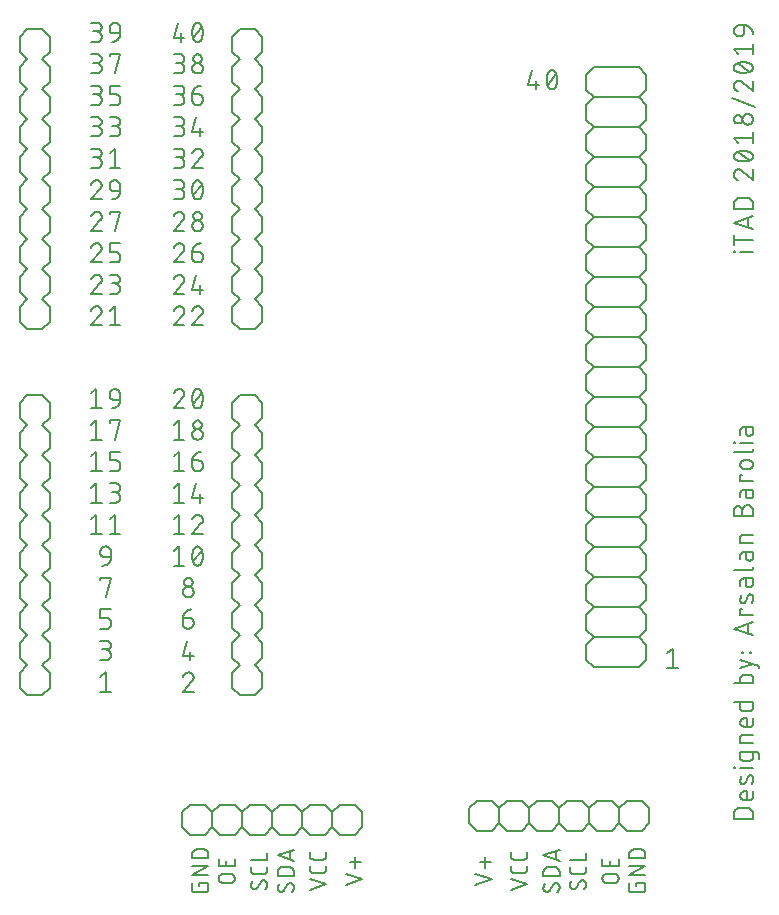
<source format=gbr>
G04 EAGLE Gerber RS-274X export*
G75*
%MOMM*%
%FSLAX34Y34*%
%LPD*%
%INSilkscreen Top*%
%IPPOS*%
%AMOC8*
5,1,8,0,0,1.08239X$1,22.5*%
G01*
%ADD10C,0.152400*%
%ADD11C,0.127000*%
%ADD12C,0.203200*%


D10*
X177669Y454531D02*
X182184Y458143D01*
X182184Y441887D01*
X177669Y441887D02*
X186700Y441887D01*
X196913Y449112D02*
X202331Y449112D01*
X196913Y449112D02*
X196795Y449114D01*
X196677Y449120D01*
X196559Y449129D01*
X196442Y449143D01*
X196325Y449160D01*
X196208Y449181D01*
X196093Y449206D01*
X195978Y449235D01*
X195864Y449268D01*
X195752Y449304D01*
X195641Y449344D01*
X195531Y449387D01*
X195422Y449434D01*
X195315Y449484D01*
X195210Y449539D01*
X195107Y449596D01*
X195006Y449657D01*
X194906Y449721D01*
X194809Y449788D01*
X194714Y449858D01*
X194622Y449932D01*
X194531Y450008D01*
X194444Y450088D01*
X194359Y450170D01*
X194277Y450255D01*
X194197Y450342D01*
X194121Y450433D01*
X194047Y450525D01*
X193977Y450620D01*
X193910Y450717D01*
X193846Y450817D01*
X193785Y450918D01*
X193728Y451021D01*
X193673Y451126D01*
X193623Y451233D01*
X193576Y451342D01*
X193533Y451452D01*
X193493Y451563D01*
X193457Y451675D01*
X193424Y451789D01*
X193395Y451904D01*
X193370Y452019D01*
X193349Y452136D01*
X193332Y452253D01*
X193318Y452370D01*
X193309Y452488D01*
X193303Y452606D01*
X193301Y452724D01*
X193300Y452724D02*
X193300Y453627D01*
X193302Y453760D01*
X193308Y453892D01*
X193318Y454024D01*
X193331Y454156D01*
X193349Y454288D01*
X193370Y454418D01*
X193395Y454549D01*
X193424Y454678D01*
X193457Y454806D01*
X193493Y454934D01*
X193533Y455060D01*
X193577Y455185D01*
X193625Y455309D01*
X193676Y455431D01*
X193731Y455552D01*
X193789Y455671D01*
X193851Y455789D01*
X193916Y455904D01*
X193985Y456018D01*
X194056Y456129D01*
X194132Y456238D01*
X194210Y456345D01*
X194291Y456450D01*
X194376Y456552D01*
X194463Y456652D01*
X194553Y456749D01*
X194646Y456844D01*
X194742Y456935D01*
X194840Y457024D01*
X194941Y457110D01*
X195045Y457193D01*
X195151Y457273D01*
X195259Y457349D01*
X195369Y457423D01*
X195482Y457493D01*
X195596Y457560D01*
X195713Y457623D01*
X195831Y457683D01*
X195951Y457740D01*
X196073Y457793D01*
X196196Y457842D01*
X196320Y457888D01*
X196446Y457930D01*
X196573Y457968D01*
X196701Y458003D01*
X196830Y458034D01*
X196959Y458061D01*
X197090Y458084D01*
X197221Y458104D01*
X197353Y458119D01*
X197485Y458131D01*
X197617Y458139D01*
X197750Y458143D01*
X197882Y458143D01*
X198015Y458139D01*
X198147Y458131D01*
X198279Y458119D01*
X198411Y458104D01*
X198542Y458084D01*
X198673Y458061D01*
X198802Y458034D01*
X198931Y458003D01*
X199059Y457968D01*
X199186Y457930D01*
X199312Y457888D01*
X199436Y457842D01*
X199559Y457793D01*
X199681Y457740D01*
X199801Y457683D01*
X199919Y457623D01*
X200036Y457560D01*
X200150Y457493D01*
X200263Y457423D01*
X200373Y457349D01*
X200481Y457273D01*
X200587Y457193D01*
X200691Y457110D01*
X200792Y457024D01*
X200890Y456935D01*
X200986Y456844D01*
X201079Y456749D01*
X201169Y456652D01*
X201256Y456552D01*
X201341Y456450D01*
X201422Y456345D01*
X201500Y456238D01*
X201576Y456129D01*
X201647Y456018D01*
X201716Y455904D01*
X201781Y455789D01*
X201843Y455671D01*
X201901Y455552D01*
X201956Y455431D01*
X202007Y455309D01*
X202055Y455185D01*
X202099Y455060D01*
X202139Y454934D01*
X202175Y454806D01*
X202208Y454678D01*
X202237Y454549D01*
X202262Y454418D01*
X202283Y454288D01*
X202301Y454156D01*
X202314Y454024D01*
X202324Y453892D01*
X202330Y453760D01*
X202332Y453627D01*
X202331Y453627D02*
X202331Y449112D01*
X202329Y448937D01*
X202323Y448763D01*
X202312Y448589D01*
X202297Y448415D01*
X202278Y448241D01*
X202255Y448068D01*
X202228Y447896D01*
X202196Y447724D01*
X202161Y447553D01*
X202121Y447383D01*
X202077Y447214D01*
X202029Y447046D01*
X201977Y446879D01*
X201921Y446714D01*
X201861Y446550D01*
X201798Y446387D01*
X201730Y446227D01*
X201658Y446067D01*
X201583Y445910D01*
X201503Y445754D01*
X201420Y445601D01*
X201334Y445449D01*
X201243Y445300D01*
X201149Y445153D01*
X201052Y445008D01*
X200951Y444865D01*
X200847Y444725D01*
X200739Y444588D01*
X200628Y444453D01*
X200514Y444321D01*
X200397Y444192D01*
X200276Y444065D01*
X200153Y443942D01*
X200026Y443821D01*
X199897Y443704D01*
X199765Y443590D01*
X199630Y443479D01*
X199493Y443371D01*
X199353Y443267D01*
X199210Y443166D01*
X199065Y443069D01*
X198918Y442975D01*
X198769Y442884D01*
X198617Y442798D01*
X198464Y442715D01*
X198308Y442635D01*
X198151Y442560D01*
X197991Y442488D01*
X197831Y442420D01*
X197668Y442357D01*
X197504Y442297D01*
X197339Y442241D01*
X197172Y442189D01*
X197004Y442141D01*
X196835Y442097D01*
X196665Y442057D01*
X196494Y442022D01*
X196322Y441990D01*
X196150Y441963D01*
X195977Y441940D01*
X195803Y441921D01*
X195629Y441906D01*
X195455Y441895D01*
X195281Y441889D01*
X195106Y441887D01*
X182184Y431473D02*
X177669Y427861D01*
X182184Y431473D02*
X182184Y415217D01*
X177669Y415217D02*
X186700Y415217D01*
X193300Y429667D02*
X193300Y431473D01*
X202331Y431473D01*
X197816Y415217D01*
X182184Y404803D02*
X177669Y401191D01*
X182184Y404803D02*
X182184Y388547D01*
X177669Y388547D02*
X186700Y388547D01*
X193300Y388547D02*
X198719Y388547D01*
X198837Y388549D01*
X198955Y388555D01*
X199073Y388564D01*
X199190Y388578D01*
X199307Y388595D01*
X199424Y388616D01*
X199539Y388641D01*
X199654Y388670D01*
X199768Y388703D01*
X199880Y388739D01*
X199991Y388779D01*
X200101Y388822D01*
X200210Y388869D01*
X200317Y388919D01*
X200422Y388974D01*
X200525Y389031D01*
X200626Y389092D01*
X200726Y389156D01*
X200823Y389223D01*
X200918Y389293D01*
X201010Y389367D01*
X201101Y389443D01*
X201188Y389523D01*
X201273Y389605D01*
X201355Y389690D01*
X201435Y389777D01*
X201511Y389868D01*
X201585Y389960D01*
X201655Y390055D01*
X201722Y390152D01*
X201786Y390252D01*
X201847Y390353D01*
X201904Y390456D01*
X201959Y390561D01*
X202009Y390668D01*
X202056Y390777D01*
X202099Y390887D01*
X202139Y390998D01*
X202175Y391110D01*
X202208Y391224D01*
X202237Y391339D01*
X202262Y391454D01*
X202283Y391571D01*
X202300Y391688D01*
X202314Y391805D01*
X202323Y391923D01*
X202329Y392041D01*
X202331Y392159D01*
X202331Y393966D01*
X202329Y394084D01*
X202323Y394202D01*
X202314Y394320D01*
X202300Y394437D01*
X202283Y394554D01*
X202262Y394671D01*
X202237Y394786D01*
X202208Y394901D01*
X202175Y395015D01*
X202139Y395127D01*
X202099Y395238D01*
X202056Y395348D01*
X202009Y395457D01*
X201959Y395564D01*
X201904Y395669D01*
X201847Y395772D01*
X201786Y395873D01*
X201722Y395973D01*
X201655Y396070D01*
X201585Y396165D01*
X201511Y396257D01*
X201435Y396348D01*
X201355Y396435D01*
X201273Y396520D01*
X201188Y396602D01*
X201101Y396682D01*
X201010Y396758D01*
X200918Y396832D01*
X200823Y396902D01*
X200726Y396969D01*
X200626Y397033D01*
X200525Y397094D01*
X200422Y397151D01*
X200317Y397206D01*
X200210Y397256D01*
X200101Y397303D01*
X199991Y397346D01*
X199880Y397386D01*
X199768Y397422D01*
X199654Y397455D01*
X199539Y397484D01*
X199424Y397509D01*
X199307Y397530D01*
X199190Y397547D01*
X199073Y397561D01*
X198955Y397570D01*
X198837Y397576D01*
X198719Y397578D01*
X193300Y397578D01*
X193300Y404803D01*
X202331Y404803D01*
X182184Y378133D02*
X177669Y374521D01*
X182184Y378133D02*
X182184Y361877D01*
X177669Y361877D02*
X186700Y361877D01*
X193300Y361877D02*
X197816Y361877D01*
X197949Y361879D01*
X198081Y361885D01*
X198213Y361895D01*
X198345Y361908D01*
X198477Y361926D01*
X198607Y361947D01*
X198738Y361972D01*
X198867Y362001D01*
X198995Y362034D01*
X199123Y362070D01*
X199249Y362110D01*
X199374Y362154D01*
X199498Y362202D01*
X199620Y362253D01*
X199741Y362308D01*
X199860Y362366D01*
X199978Y362428D01*
X200093Y362493D01*
X200207Y362562D01*
X200318Y362633D01*
X200427Y362709D01*
X200534Y362787D01*
X200639Y362868D01*
X200741Y362953D01*
X200841Y363040D01*
X200938Y363130D01*
X201033Y363223D01*
X201124Y363319D01*
X201213Y363417D01*
X201299Y363518D01*
X201382Y363622D01*
X201462Y363728D01*
X201538Y363836D01*
X201612Y363946D01*
X201682Y364059D01*
X201749Y364173D01*
X201812Y364290D01*
X201872Y364408D01*
X201929Y364528D01*
X201982Y364650D01*
X202031Y364773D01*
X202077Y364897D01*
X202119Y365023D01*
X202157Y365150D01*
X202192Y365278D01*
X202223Y365407D01*
X202250Y365536D01*
X202273Y365667D01*
X202293Y365798D01*
X202308Y365930D01*
X202320Y366062D01*
X202328Y366194D01*
X202332Y366327D01*
X202332Y366459D01*
X202328Y366592D01*
X202320Y366724D01*
X202308Y366856D01*
X202293Y366988D01*
X202273Y367119D01*
X202250Y367250D01*
X202223Y367379D01*
X202192Y367508D01*
X202157Y367636D01*
X202119Y367763D01*
X202077Y367889D01*
X202031Y368013D01*
X201982Y368136D01*
X201929Y368258D01*
X201872Y368378D01*
X201812Y368496D01*
X201749Y368613D01*
X201682Y368727D01*
X201612Y368840D01*
X201538Y368950D01*
X201462Y369058D01*
X201382Y369164D01*
X201299Y369268D01*
X201213Y369369D01*
X201124Y369467D01*
X201033Y369563D01*
X200938Y369656D01*
X200841Y369746D01*
X200741Y369833D01*
X200639Y369918D01*
X200534Y369999D01*
X200427Y370077D01*
X200318Y370153D01*
X200207Y370224D01*
X200093Y370293D01*
X199978Y370358D01*
X199860Y370420D01*
X199741Y370478D01*
X199620Y370533D01*
X199498Y370584D01*
X199374Y370632D01*
X199249Y370676D01*
X199123Y370716D01*
X198995Y370752D01*
X198867Y370785D01*
X198738Y370814D01*
X198607Y370839D01*
X198477Y370860D01*
X198345Y370878D01*
X198213Y370891D01*
X198081Y370901D01*
X197949Y370907D01*
X197816Y370909D01*
X198719Y378133D02*
X193300Y378133D01*
X198719Y378133D02*
X198838Y378131D01*
X198958Y378125D01*
X199077Y378115D01*
X199195Y378101D01*
X199314Y378084D01*
X199431Y378062D01*
X199548Y378037D01*
X199663Y378007D01*
X199778Y377974D01*
X199892Y377937D01*
X200004Y377897D01*
X200115Y377852D01*
X200224Y377804D01*
X200332Y377753D01*
X200438Y377698D01*
X200542Y377639D01*
X200644Y377577D01*
X200744Y377512D01*
X200842Y377443D01*
X200938Y377371D01*
X201031Y377296D01*
X201121Y377219D01*
X201209Y377138D01*
X201294Y377054D01*
X201376Y376967D01*
X201456Y376878D01*
X201532Y376786D01*
X201606Y376692D01*
X201676Y376595D01*
X201743Y376497D01*
X201807Y376396D01*
X201867Y376292D01*
X201924Y376187D01*
X201977Y376080D01*
X202027Y375972D01*
X202073Y375862D01*
X202115Y375750D01*
X202154Y375637D01*
X202189Y375523D01*
X202220Y375408D01*
X202248Y375291D01*
X202271Y375174D01*
X202291Y375057D01*
X202307Y374938D01*
X202319Y374819D01*
X202327Y374700D01*
X202331Y374581D01*
X202331Y374461D01*
X202327Y374342D01*
X202319Y374223D01*
X202307Y374104D01*
X202291Y373985D01*
X202271Y373868D01*
X202248Y373751D01*
X202220Y373634D01*
X202189Y373519D01*
X202154Y373405D01*
X202115Y373292D01*
X202073Y373180D01*
X202027Y373070D01*
X201977Y372962D01*
X201924Y372855D01*
X201867Y372750D01*
X201807Y372646D01*
X201743Y372545D01*
X201676Y372447D01*
X201606Y372350D01*
X201532Y372256D01*
X201456Y372164D01*
X201376Y372075D01*
X201294Y371988D01*
X201209Y371904D01*
X201121Y371823D01*
X201031Y371746D01*
X200938Y371671D01*
X200842Y371599D01*
X200744Y371530D01*
X200644Y371465D01*
X200542Y371403D01*
X200438Y371344D01*
X200332Y371289D01*
X200224Y371238D01*
X200115Y371190D01*
X200004Y371145D01*
X199892Y371105D01*
X199778Y371068D01*
X199663Y371035D01*
X199548Y371005D01*
X199431Y370980D01*
X199314Y370958D01*
X199195Y370941D01*
X199077Y370927D01*
X198958Y370917D01*
X198838Y370911D01*
X198719Y370909D01*
X198719Y370908D02*
X195106Y370908D01*
X182184Y351463D02*
X177669Y347851D01*
X182184Y351463D02*
X182184Y335207D01*
X177669Y335207D02*
X186700Y335207D01*
X193300Y347851D02*
X197816Y351463D01*
X197816Y335207D01*
X202331Y335207D02*
X193300Y335207D01*
X194516Y315762D02*
X189097Y315762D01*
X188979Y315764D01*
X188861Y315770D01*
X188743Y315779D01*
X188626Y315793D01*
X188509Y315810D01*
X188392Y315831D01*
X188277Y315856D01*
X188162Y315885D01*
X188048Y315918D01*
X187936Y315954D01*
X187825Y315994D01*
X187715Y316037D01*
X187606Y316084D01*
X187499Y316134D01*
X187394Y316189D01*
X187291Y316246D01*
X187190Y316307D01*
X187090Y316371D01*
X186993Y316438D01*
X186898Y316508D01*
X186806Y316582D01*
X186715Y316658D01*
X186628Y316738D01*
X186543Y316820D01*
X186461Y316905D01*
X186381Y316992D01*
X186305Y317083D01*
X186231Y317175D01*
X186161Y317270D01*
X186094Y317367D01*
X186030Y317467D01*
X185969Y317568D01*
X185912Y317671D01*
X185857Y317776D01*
X185807Y317883D01*
X185760Y317992D01*
X185717Y318102D01*
X185677Y318213D01*
X185641Y318325D01*
X185608Y318439D01*
X185579Y318554D01*
X185554Y318669D01*
X185533Y318786D01*
X185516Y318903D01*
X185502Y319020D01*
X185493Y319138D01*
X185487Y319256D01*
X185485Y319374D01*
X185484Y319374D02*
X185484Y320277D01*
X185486Y320410D01*
X185492Y320542D01*
X185502Y320674D01*
X185515Y320806D01*
X185533Y320938D01*
X185554Y321068D01*
X185579Y321199D01*
X185608Y321328D01*
X185641Y321456D01*
X185677Y321584D01*
X185717Y321710D01*
X185761Y321835D01*
X185809Y321959D01*
X185860Y322081D01*
X185915Y322202D01*
X185973Y322321D01*
X186035Y322439D01*
X186100Y322554D01*
X186169Y322668D01*
X186240Y322779D01*
X186316Y322888D01*
X186394Y322995D01*
X186475Y323100D01*
X186560Y323202D01*
X186647Y323302D01*
X186737Y323399D01*
X186830Y323494D01*
X186926Y323585D01*
X187024Y323674D01*
X187125Y323760D01*
X187229Y323843D01*
X187335Y323923D01*
X187443Y323999D01*
X187553Y324073D01*
X187666Y324143D01*
X187780Y324210D01*
X187897Y324273D01*
X188015Y324333D01*
X188135Y324390D01*
X188257Y324443D01*
X188380Y324492D01*
X188504Y324538D01*
X188630Y324580D01*
X188757Y324618D01*
X188885Y324653D01*
X189014Y324684D01*
X189143Y324711D01*
X189274Y324734D01*
X189405Y324754D01*
X189537Y324769D01*
X189669Y324781D01*
X189801Y324789D01*
X189934Y324793D01*
X190066Y324793D01*
X190199Y324789D01*
X190331Y324781D01*
X190463Y324769D01*
X190595Y324754D01*
X190726Y324734D01*
X190857Y324711D01*
X190986Y324684D01*
X191115Y324653D01*
X191243Y324618D01*
X191370Y324580D01*
X191496Y324538D01*
X191620Y324492D01*
X191743Y324443D01*
X191865Y324390D01*
X191985Y324333D01*
X192103Y324273D01*
X192220Y324210D01*
X192334Y324143D01*
X192447Y324073D01*
X192557Y323999D01*
X192665Y323923D01*
X192771Y323843D01*
X192875Y323760D01*
X192976Y323674D01*
X193074Y323585D01*
X193170Y323494D01*
X193263Y323399D01*
X193353Y323302D01*
X193440Y323202D01*
X193525Y323100D01*
X193606Y322995D01*
X193684Y322888D01*
X193760Y322779D01*
X193831Y322668D01*
X193900Y322554D01*
X193965Y322439D01*
X194027Y322321D01*
X194085Y322202D01*
X194140Y322081D01*
X194191Y321959D01*
X194239Y321835D01*
X194283Y321710D01*
X194323Y321584D01*
X194359Y321456D01*
X194392Y321328D01*
X194421Y321199D01*
X194446Y321068D01*
X194467Y320938D01*
X194485Y320806D01*
X194498Y320674D01*
X194508Y320542D01*
X194514Y320410D01*
X194516Y320277D01*
X194516Y315762D01*
X194514Y315587D01*
X194508Y315413D01*
X194497Y315239D01*
X194482Y315065D01*
X194463Y314891D01*
X194440Y314718D01*
X194413Y314546D01*
X194381Y314374D01*
X194346Y314203D01*
X194306Y314033D01*
X194262Y313864D01*
X194214Y313696D01*
X194162Y313529D01*
X194106Y313364D01*
X194046Y313200D01*
X193983Y313037D01*
X193915Y312877D01*
X193843Y312717D01*
X193768Y312560D01*
X193688Y312404D01*
X193605Y312251D01*
X193519Y312099D01*
X193428Y311950D01*
X193334Y311803D01*
X193237Y311658D01*
X193136Y311515D01*
X193032Y311375D01*
X192924Y311238D01*
X192813Y311103D01*
X192699Y310971D01*
X192582Y310842D01*
X192461Y310715D01*
X192338Y310592D01*
X192211Y310471D01*
X192082Y310354D01*
X191950Y310240D01*
X191815Y310129D01*
X191678Y310021D01*
X191538Y309917D01*
X191395Y309816D01*
X191250Y309719D01*
X191103Y309625D01*
X190954Y309534D01*
X190802Y309448D01*
X190649Y309365D01*
X190493Y309285D01*
X190336Y309210D01*
X190176Y309138D01*
X190016Y309070D01*
X189853Y309007D01*
X189689Y308947D01*
X189524Y308891D01*
X189357Y308839D01*
X189189Y308791D01*
X189020Y308747D01*
X188850Y308707D01*
X188679Y308672D01*
X188507Y308640D01*
X188335Y308613D01*
X188162Y308590D01*
X187988Y308571D01*
X187814Y308556D01*
X187640Y308545D01*
X187466Y308539D01*
X187291Y308537D01*
X185484Y298123D02*
X185484Y296317D01*
X185484Y298123D02*
X194516Y298123D01*
X190000Y281867D01*
X190903Y255197D02*
X185484Y255197D01*
X190903Y255197D02*
X191021Y255199D01*
X191139Y255205D01*
X191257Y255214D01*
X191374Y255228D01*
X191491Y255245D01*
X191608Y255266D01*
X191723Y255291D01*
X191838Y255320D01*
X191952Y255353D01*
X192064Y255389D01*
X192175Y255429D01*
X192285Y255472D01*
X192394Y255519D01*
X192501Y255569D01*
X192606Y255624D01*
X192709Y255681D01*
X192810Y255742D01*
X192910Y255806D01*
X193007Y255873D01*
X193102Y255943D01*
X193194Y256017D01*
X193285Y256093D01*
X193372Y256173D01*
X193457Y256255D01*
X193539Y256340D01*
X193619Y256427D01*
X193695Y256518D01*
X193769Y256610D01*
X193839Y256705D01*
X193906Y256802D01*
X193970Y256902D01*
X194031Y257003D01*
X194088Y257106D01*
X194143Y257211D01*
X194193Y257318D01*
X194240Y257427D01*
X194283Y257537D01*
X194323Y257648D01*
X194359Y257760D01*
X194392Y257874D01*
X194421Y257989D01*
X194446Y258104D01*
X194467Y258221D01*
X194484Y258338D01*
X194498Y258455D01*
X194507Y258573D01*
X194513Y258691D01*
X194515Y258809D01*
X194516Y258809D02*
X194516Y260616D01*
X194515Y260616D02*
X194513Y260734D01*
X194507Y260852D01*
X194498Y260970D01*
X194484Y261087D01*
X194467Y261204D01*
X194446Y261321D01*
X194421Y261436D01*
X194392Y261551D01*
X194359Y261665D01*
X194323Y261777D01*
X194283Y261888D01*
X194240Y261998D01*
X194193Y262107D01*
X194143Y262214D01*
X194088Y262319D01*
X194031Y262422D01*
X193970Y262523D01*
X193906Y262623D01*
X193839Y262720D01*
X193769Y262815D01*
X193695Y262907D01*
X193619Y262998D01*
X193539Y263085D01*
X193457Y263170D01*
X193372Y263252D01*
X193285Y263332D01*
X193194Y263408D01*
X193102Y263482D01*
X193007Y263552D01*
X192910Y263619D01*
X192810Y263683D01*
X192709Y263744D01*
X192606Y263801D01*
X192501Y263856D01*
X192394Y263906D01*
X192285Y263953D01*
X192175Y263996D01*
X192064Y264036D01*
X191952Y264072D01*
X191838Y264105D01*
X191723Y264134D01*
X191608Y264159D01*
X191491Y264180D01*
X191374Y264197D01*
X191257Y264211D01*
X191139Y264220D01*
X191021Y264226D01*
X190903Y264228D01*
X185484Y264228D01*
X185484Y271453D01*
X194516Y271453D01*
X190000Y228527D02*
X185484Y228527D01*
X190000Y228527D02*
X190133Y228529D01*
X190265Y228535D01*
X190397Y228545D01*
X190529Y228558D01*
X190661Y228576D01*
X190791Y228597D01*
X190922Y228622D01*
X191051Y228651D01*
X191179Y228684D01*
X191307Y228720D01*
X191433Y228760D01*
X191558Y228804D01*
X191682Y228852D01*
X191804Y228903D01*
X191925Y228958D01*
X192044Y229016D01*
X192162Y229078D01*
X192277Y229143D01*
X192391Y229212D01*
X192502Y229283D01*
X192611Y229359D01*
X192718Y229437D01*
X192823Y229518D01*
X192925Y229603D01*
X193025Y229690D01*
X193122Y229780D01*
X193217Y229873D01*
X193308Y229969D01*
X193397Y230067D01*
X193483Y230168D01*
X193566Y230272D01*
X193646Y230378D01*
X193722Y230486D01*
X193796Y230596D01*
X193866Y230709D01*
X193933Y230823D01*
X193996Y230940D01*
X194056Y231058D01*
X194113Y231178D01*
X194166Y231300D01*
X194215Y231423D01*
X194261Y231547D01*
X194303Y231673D01*
X194341Y231800D01*
X194376Y231928D01*
X194407Y232057D01*
X194434Y232186D01*
X194457Y232317D01*
X194477Y232448D01*
X194492Y232580D01*
X194504Y232712D01*
X194512Y232844D01*
X194516Y232977D01*
X194516Y233109D01*
X194512Y233242D01*
X194504Y233374D01*
X194492Y233506D01*
X194477Y233638D01*
X194457Y233769D01*
X194434Y233900D01*
X194407Y234029D01*
X194376Y234158D01*
X194341Y234286D01*
X194303Y234413D01*
X194261Y234539D01*
X194215Y234663D01*
X194166Y234786D01*
X194113Y234908D01*
X194056Y235028D01*
X193996Y235146D01*
X193933Y235263D01*
X193866Y235377D01*
X193796Y235490D01*
X193722Y235600D01*
X193646Y235708D01*
X193566Y235814D01*
X193483Y235918D01*
X193397Y236019D01*
X193308Y236117D01*
X193217Y236213D01*
X193122Y236306D01*
X193025Y236396D01*
X192925Y236483D01*
X192823Y236568D01*
X192718Y236649D01*
X192611Y236727D01*
X192502Y236803D01*
X192391Y236874D01*
X192277Y236943D01*
X192162Y237008D01*
X192044Y237070D01*
X191925Y237128D01*
X191804Y237183D01*
X191682Y237234D01*
X191558Y237282D01*
X191433Y237326D01*
X191307Y237366D01*
X191179Y237402D01*
X191051Y237435D01*
X190922Y237464D01*
X190791Y237489D01*
X190661Y237510D01*
X190529Y237528D01*
X190397Y237541D01*
X190265Y237551D01*
X190133Y237557D01*
X190000Y237559D01*
X190903Y244783D02*
X185484Y244783D01*
X190903Y244783D02*
X191022Y244781D01*
X191142Y244775D01*
X191261Y244765D01*
X191379Y244751D01*
X191498Y244734D01*
X191615Y244712D01*
X191732Y244687D01*
X191847Y244657D01*
X191962Y244624D01*
X192076Y244587D01*
X192188Y244547D01*
X192299Y244502D01*
X192408Y244454D01*
X192516Y244403D01*
X192622Y244348D01*
X192726Y244289D01*
X192828Y244227D01*
X192928Y244162D01*
X193026Y244093D01*
X193122Y244021D01*
X193215Y243946D01*
X193305Y243869D01*
X193393Y243788D01*
X193478Y243704D01*
X193560Y243617D01*
X193640Y243528D01*
X193716Y243436D01*
X193790Y243342D01*
X193860Y243245D01*
X193927Y243147D01*
X193991Y243046D01*
X194051Y242942D01*
X194108Y242837D01*
X194161Y242730D01*
X194211Y242622D01*
X194257Y242512D01*
X194299Y242400D01*
X194338Y242287D01*
X194373Y242173D01*
X194404Y242058D01*
X194432Y241941D01*
X194455Y241824D01*
X194475Y241707D01*
X194491Y241588D01*
X194503Y241469D01*
X194511Y241350D01*
X194515Y241231D01*
X194515Y241111D01*
X194511Y240992D01*
X194503Y240873D01*
X194491Y240754D01*
X194475Y240635D01*
X194455Y240518D01*
X194432Y240401D01*
X194404Y240284D01*
X194373Y240169D01*
X194338Y240055D01*
X194299Y239942D01*
X194257Y239830D01*
X194211Y239720D01*
X194161Y239612D01*
X194108Y239505D01*
X194051Y239400D01*
X193991Y239296D01*
X193927Y239195D01*
X193860Y239097D01*
X193790Y239000D01*
X193716Y238906D01*
X193640Y238814D01*
X193560Y238725D01*
X193478Y238638D01*
X193393Y238554D01*
X193305Y238473D01*
X193215Y238396D01*
X193122Y238321D01*
X193026Y238249D01*
X192928Y238180D01*
X192828Y238115D01*
X192726Y238053D01*
X192622Y237994D01*
X192516Y237939D01*
X192408Y237888D01*
X192299Y237840D01*
X192188Y237795D01*
X192076Y237755D01*
X191962Y237718D01*
X191847Y237685D01*
X191732Y237655D01*
X191615Y237630D01*
X191498Y237608D01*
X191379Y237591D01*
X191261Y237577D01*
X191142Y237567D01*
X191022Y237561D01*
X190903Y237559D01*
X190903Y237558D02*
X187291Y237558D01*
X190000Y218113D02*
X185484Y214501D01*
X190000Y218113D02*
X190000Y201857D01*
X185484Y201857D02*
X194516Y201857D01*
X256700Y454079D02*
X256698Y454204D01*
X256692Y454329D01*
X256683Y454454D01*
X256669Y454578D01*
X256652Y454702D01*
X256631Y454826D01*
X256606Y454948D01*
X256577Y455070D01*
X256545Y455191D01*
X256509Y455311D01*
X256469Y455430D01*
X256426Y455547D01*
X256379Y455663D01*
X256328Y455778D01*
X256274Y455890D01*
X256216Y456002D01*
X256156Y456111D01*
X256091Y456218D01*
X256024Y456324D01*
X255953Y456427D01*
X255879Y456528D01*
X255802Y456627D01*
X255722Y456723D01*
X255639Y456817D01*
X255554Y456908D01*
X255465Y456997D01*
X255374Y457082D01*
X255280Y457165D01*
X255184Y457245D01*
X255085Y457322D01*
X254984Y457396D01*
X254881Y457467D01*
X254775Y457534D01*
X254668Y457599D01*
X254559Y457659D01*
X254447Y457717D01*
X254335Y457771D01*
X254220Y457822D01*
X254104Y457869D01*
X253987Y457912D01*
X253868Y457952D01*
X253748Y457988D01*
X253627Y458020D01*
X253505Y458049D01*
X253383Y458074D01*
X253259Y458095D01*
X253135Y458112D01*
X253011Y458126D01*
X252886Y458135D01*
X252761Y458141D01*
X252636Y458143D01*
X252493Y458141D01*
X252351Y458135D01*
X252208Y458125D01*
X252066Y458112D01*
X251925Y458094D01*
X251783Y458073D01*
X251643Y458048D01*
X251503Y458019D01*
X251364Y457986D01*
X251226Y457949D01*
X251089Y457909D01*
X250954Y457865D01*
X250819Y457817D01*
X250686Y457765D01*
X250554Y457710D01*
X250424Y457651D01*
X250296Y457589D01*
X250169Y457523D01*
X250044Y457454D01*
X249921Y457382D01*
X249801Y457306D01*
X249682Y457227D01*
X249565Y457144D01*
X249451Y457059D01*
X249339Y456970D01*
X249230Y456879D01*
X249123Y456784D01*
X249018Y456687D01*
X248917Y456586D01*
X248818Y456483D01*
X248722Y456378D01*
X248629Y456269D01*
X248539Y456158D01*
X248452Y456045D01*
X248368Y455930D01*
X248288Y455812D01*
X248210Y455692D01*
X248136Y455570D01*
X248066Y455446D01*
X247998Y455320D01*
X247935Y455192D01*
X247874Y455063D01*
X247817Y454932D01*
X247764Y454800D01*
X247715Y454666D01*
X247669Y454531D01*
X255345Y450918D02*
X255439Y451010D01*
X255529Y451104D01*
X255617Y451201D01*
X255702Y451301D01*
X255784Y451403D01*
X255863Y451508D01*
X255938Y451615D01*
X256010Y451724D01*
X256079Y451835D01*
X256145Y451949D01*
X256207Y452064D01*
X256266Y452181D01*
X256321Y452300D01*
X256372Y452420D01*
X256420Y452542D01*
X256465Y452665D01*
X256505Y452789D01*
X256542Y452915D01*
X256575Y453042D01*
X256604Y453169D01*
X256630Y453298D01*
X256651Y453427D01*
X256669Y453557D01*
X256682Y453687D01*
X256692Y453817D01*
X256698Y453948D01*
X256700Y454079D01*
X255345Y450918D02*
X247669Y441887D01*
X256700Y441887D01*
X263300Y450015D02*
X263304Y450335D01*
X263315Y450654D01*
X263334Y450974D01*
X263361Y451292D01*
X263395Y451610D01*
X263437Y451927D01*
X263487Y452243D01*
X263544Y452558D01*
X263608Y452871D01*
X263680Y453183D01*
X263759Y453493D01*
X263846Y453800D01*
X263940Y454106D01*
X264041Y454409D01*
X264150Y454710D01*
X264265Y455008D01*
X264388Y455304D01*
X264518Y455596D01*
X264655Y455885D01*
X264655Y455886D02*
X264694Y455994D01*
X264737Y456101D01*
X264783Y456206D01*
X264834Y456310D01*
X264887Y456412D01*
X264944Y456512D01*
X265005Y456610D01*
X265069Y456705D01*
X265136Y456799D01*
X265207Y456890D01*
X265280Y456979D01*
X265357Y457065D01*
X265436Y457148D01*
X265518Y457229D01*
X265603Y457307D01*
X265691Y457381D01*
X265781Y457453D01*
X265873Y457521D01*
X265968Y457587D01*
X266065Y457649D01*
X266164Y457707D01*
X266266Y457763D01*
X266368Y457814D01*
X266473Y457862D01*
X266579Y457907D01*
X266687Y457948D01*
X266796Y457985D01*
X266906Y458018D01*
X267018Y458047D01*
X267130Y458073D01*
X267243Y458095D01*
X267357Y458112D01*
X267471Y458126D01*
X267586Y458136D01*
X267701Y458142D01*
X267816Y458144D01*
X267816Y458143D02*
X267931Y458141D01*
X268046Y458135D01*
X268161Y458125D01*
X268275Y458111D01*
X268389Y458094D01*
X268502Y458072D01*
X268614Y458046D01*
X268726Y458017D01*
X268836Y457984D01*
X268945Y457947D01*
X269053Y457906D01*
X269159Y457861D01*
X269264Y457813D01*
X269366Y457762D01*
X269467Y457706D01*
X269567Y457648D01*
X269664Y457586D01*
X269758Y457521D01*
X269851Y457452D01*
X269941Y457380D01*
X270029Y457306D01*
X270114Y457228D01*
X270196Y457147D01*
X270275Y457064D01*
X270352Y456978D01*
X270425Y456889D01*
X270496Y456798D01*
X270563Y456704D01*
X270627Y456609D01*
X270688Y456511D01*
X270745Y456411D01*
X270798Y456309D01*
X270849Y456205D01*
X270895Y456100D01*
X270938Y455993D01*
X270977Y455885D01*
X270976Y455885D02*
X271113Y455596D01*
X271243Y455304D01*
X271366Y455008D01*
X271481Y454710D01*
X271590Y454409D01*
X271691Y454106D01*
X271785Y453800D01*
X271872Y453493D01*
X271951Y453183D01*
X272023Y452871D01*
X272087Y452558D01*
X272144Y452243D01*
X272194Y451927D01*
X272236Y451610D01*
X272270Y451292D01*
X272297Y450974D01*
X272316Y450654D01*
X272327Y450335D01*
X272331Y450015D01*
X263300Y450015D02*
X263304Y449695D01*
X263315Y449376D01*
X263334Y449056D01*
X263361Y448738D01*
X263395Y448420D01*
X263437Y448103D01*
X263487Y447787D01*
X263544Y447472D01*
X263608Y447159D01*
X263680Y446847D01*
X263759Y446537D01*
X263846Y446230D01*
X263940Y445924D01*
X264041Y445621D01*
X264150Y445320D01*
X264265Y445022D01*
X264388Y444726D01*
X264518Y444434D01*
X264655Y444145D01*
X264694Y444037D01*
X264737Y443930D01*
X264783Y443825D01*
X264834Y443721D01*
X264887Y443619D01*
X264944Y443519D01*
X265005Y443421D01*
X265069Y443326D01*
X265136Y443232D01*
X265207Y443141D01*
X265280Y443052D01*
X265357Y442966D01*
X265436Y442883D01*
X265518Y442802D01*
X265603Y442724D01*
X265691Y442650D01*
X265781Y442578D01*
X265874Y442509D01*
X265968Y442444D01*
X266065Y442382D01*
X266165Y442324D01*
X266266Y442268D01*
X266368Y442217D01*
X266473Y442169D01*
X266579Y442124D01*
X266687Y442083D01*
X266796Y442046D01*
X266906Y442013D01*
X267018Y441984D01*
X267130Y441958D01*
X267243Y441936D01*
X267357Y441919D01*
X267471Y441905D01*
X267586Y441895D01*
X267701Y441889D01*
X267816Y441887D01*
X270976Y444145D02*
X271113Y444434D01*
X271243Y444726D01*
X271366Y445022D01*
X271481Y445320D01*
X271590Y445621D01*
X271691Y445924D01*
X271785Y446230D01*
X271872Y446537D01*
X271951Y446847D01*
X272023Y447159D01*
X272087Y447472D01*
X272144Y447787D01*
X272194Y448103D01*
X272236Y448420D01*
X272270Y448738D01*
X272297Y449056D01*
X272316Y449376D01*
X272327Y449695D01*
X272331Y450015D01*
X270977Y444145D02*
X270938Y444037D01*
X270895Y443930D01*
X270849Y443825D01*
X270798Y443721D01*
X270745Y443619D01*
X270688Y443519D01*
X270627Y443421D01*
X270563Y443326D01*
X270496Y443232D01*
X270425Y443141D01*
X270352Y443052D01*
X270275Y442966D01*
X270196Y442883D01*
X270114Y442802D01*
X270029Y442724D01*
X269941Y442650D01*
X269851Y442578D01*
X269758Y442509D01*
X269664Y442444D01*
X269567Y442382D01*
X269467Y442324D01*
X269366Y442268D01*
X269263Y442217D01*
X269159Y442169D01*
X269053Y442124D01*
X268945Y442083D01*
X268836Y442046D01*
X268726Y442013D01*
X268614Y441984D01*
X268502Y441958D01*
X268389Y441936D01*
X268275Y441919D01*
X268161Y441905D01*
X268046Y441895D01*
X267931Y441889D01*
X267816Y441887D01*
X264203Y445499D02*
X271428Y454531D01*
X252184Y431473D02*
X247669Y427861D01*
X252184Y431473D02*
X252184Y415217D01*
X247669Y415217D02*
X256700Y415217D01*
X263300Y419733D02*
X263302Y419866D01*
X263308Y419998D01*
X263318Y420130D01*
X263331Y420262D01*
X263349Y420394D01*
X263370Y420524D01*
X263395Y420655D01*
X263424Y420784D01*
X263457Y420912D01*
X263493Y421040D01*
X263533Y421166D01*
X263577Y421291D01*
X263625Y421415D01*
X263676Y421537D01*
X263731Y421658D01*
X263789Y421777D01*
X263851Y421895D01*
X263916Y422010D01*
X263985Y422124D01*
X264056Y422235D01*
X264132Y422344D01*
X264210Y422451D01*
X264291Y422556D01*
X264376Y422658D01*
X264463Y422758D01*
X264553Y422855D01*
X264646Y422950D01*
X264742Y423041D01*
X264840Y423130D01*
X264941Y423216D01*
X265045Y423299D01*
X265151Y423379D01*
X265259Y423455D01*
X265369Y423529D01*
X265482Y423599D01*
X265596Y423666D01*
X265713Y423729D01*
X265831Y423789D01*
X265951Y423846D01*
X266073Y423899D01*
X266196Y423948D01*
X266320Y423994D01*
X266446Y424036D01*
X266573Y424074D01*
X266701Y424109D01*
X266830Y424140D01*
X266959Y424167D01*
X267090Y424190D01*
X267221Y424210D01*
X267353Y424225D01*
X267485Y424237D01*
X267617Y424245D01*
X267750Y424249D01*
X267882Y424249D01*
X268015Y424245D01*
X268147Y424237D01*
X268279Y424225D01*
X268411Y424210D01*
X268542Y424190D01*
X268673Y424167D01*
X268802Y424140D01*
X268931Y424109D01*
X269059Y424074D01*
X269186Y424036D01*
X269312Y423994D01*
X269436Y423948D01*
X269559Y423899D01*
X269681Y423846D01*
X269801Y423789D01*
X269919Y423729D01*
X270036Y423666D01*
X270150Y423599D01*
X270263Y423529D01*
X270373Y423455D01*
X270481Y423379D01*
X270587Y423299D01*
X270691Y423216D01*
X270792Y423130D01*
X270890Y423041D01*
X270986Y422950D01*
X271079Y422855D01*
X271169Y422758D01*
X271256Y422658D01*
X271341Y422556D01*
X271422Y422451D01*
X271500Y422344D01*
X271576Y422235D01*
X271647Y422124D01*
X271716Y422010D01*
X271781Y421895D01*
X271843Y421777D01*
X271901Y421658D01*
X271956Y421537D01*
X272007Y421415D01*
X272055Y421291D01*
X272099Y421166D01*
X272139Y421040D01*
X272175Y420912D01*
X272208Y420784D01*
X272237Y420655D01*
X272262Y420524D01*
X272283Y420394D01*
X272301Y420262D01*
X272314Y420130D01*
X272324Y419998D01*
X272330Y419866D01*
X272332Y419733D01*
X272330Y419600D01*
X272324Y419468D01*
X272314Y419336D01*
X272301Y419204D01*
X272283Y419072D01*
X272262Y418942D01*
X272237Y418811D01*
X272208Y418682D01*
X272175Y418554D01*
X272139Y418426D01*
X272099Y418300D01*
X272055Y418175D01*
X272007Y418051D01*
X271956Y417929D01*
X271901Y417808D01*
X271843Y417689D01*
X271781Y417571D01*
X271716Y417456D01*
X271647Y417342D01*
X271576Y417231D01*
X271500Y417122D01*
X271422Y417015D01*
X271341Y416910D01*
X271256Y416808D01*
X271169Y416708D01*
X271079Y416611D01*
X270986Y416516D01*
X270890Y416425D01*
X270792Y416336D01*
X270691Y416250D01*
X270587Y416167D01*
X270481Y416087D01*
X270373Y416011D01*
X270263Y415937D01*
X270150Y415867D01*
X270036Y415800D01*
X269919Y415737D01*
X269801Y415677D01*
X269681Y415620D01*
X269559Y415567D01*
X269436Y415518D01*
X269312Y415472D01*
X269186Y415430D01*
X269059Y415392D01*
X268931Y415357D01*
X268802Y415326D01*
X268673Y415299D01*
X268542Y415276D01*
X268411Y415256D01*
X268279Y415241D01*
X268147Y415229D01*
X268015Y415221D01*
X267882Y415217D01*
X267750Y415217D01*
X267617Y415221D01*
X267485Y415229D01*
X267353Y415241D01*
X267221Y415256D01*
X267090Y415276D01*
X266959Y415299D01*
X266830Y415326D01*
X266701Y415357D01*
X266573Y415392D01*
X266446Y415430D01*
X266320Y415472D01*
X266196Y415518D01*
X266073Y415567D01*
X265951Y415620D01*
X265831Y415677D01*
X265713Y415737D01*
X265596Y415800D01*
X265482Y415867D01*
X265369Y415937D01*
X265259Y416011D01*
X265151Y416087D01*
X265045Y416167D01*
X264941Y416250D01*
X264840Y416336D01*
X264742Y416425D01*
X264646Y416516D01*
X264553Y416611D01*
X264463Y416708D01*
X264376Y416808D01*
X264291Y416910D01*
X264210Y417015D01*
X264132Y417122D01*
X264056Y417231D01*
X263985Y417342D01*
X263916Y417456D01*
X263851Y417571D01*
X263789Y417689D01*
X263731Y417808D01*
X263676Y417929D01*
X263625Y418051D01*
X263577Y418175D01*
X263533Y418300D01*
X263493Y418426D01*
X263457Y418554D01*
X263424Y418682D01*
X263395Y418811D01*
X263370Y418942D01*
X263349Y419072D01*
X263331Y419204D01*
X263318Y419336D01*
X263308Y419468D01*
X263302Y419600D01*
X263300Y419733D01*
X264204Y427861D02*
X264206Y427980D01*
X264212Y428100D01*
X264222Y428219D01*
X264236Y428337D01*
X264253Y428456D01*
X264275Y428573D01*
X264300Y428690D01*
X264330Y428805D01*
X264363Y428920D01*
X264400Y429034D01*
X264440Y429146D01*
X264485Y429257D01*
X264533Y429366D01*
X264584Y429474D01*
X264639Y429580D01*
X264698Y429684D01*
X264760Y429786D01*
X264825Y429886D01*
X264894Y429984D01*
X264966Y430080D01*
X265041Y430173D01*
X265118Y430263D01*
X265199Y430351D01*
X265283Y430436D01*
X265370Y430518D01*
X265459Y430598D01*
X265551Y430674D01*
X265645Y430748D01*
X265742Y430818D01*
X265840Y430885D01*
X265941Y430949D01*
X266045Y431009D01*
X266150Y431066D01*
X266257Y431119D01*
X266365Y431169D01*
X266475Y431215D01*
X266587Y431257D01*
X266700Y431296D01*
X266814Y431331D01*
X266929Y431362D01*
X267046Y431390D01*
X267163Y431413D01*
X267280Y431433D01*
X267399Y431449D01*
X267518Y431461D01*
X267637Y431469D01*
X267756Y431473D01*
X267876Y431473D01*
X267995Y431469D01*
X268114Y431461D01*
X268233Y431449D01*
X268352Y431433D01*
X268469Y431413D01*
X268586Y431390D01*
X268703Y431362D01*
X268818Y431331D01*
X268932Y431296D01*
X269045Y431257D01*
X269157Y431215D01*
X269267Y431169D01*
X269375Y431119D01*
X269482Y431066D01*
X269587Y431009D01*
X269691Y430949D01*
X269792Y430885D01*
X269890Y430818D01*
X269987Y430748D01*
X270081Y430674D01*
X270173Y430598D01*
X270262Y430518D01*
X270349Y430436D01*
X270433Y430351D01*
X270514Y430263D01*
X270591Y430173D01*
X270666Y430080D01*
X270738Y429984D01*
X270807Y429886D01*
X270872Y429786D01*
X270934Y429684D01*
X270993Y429580D01*
X271048Y429474D01*
X271099Y429366D01*
X271147Y429257D01*
X271192Y429146D01*
X271232Y429034D01*
X271269Y428920D01*
X271302Y428805D01*
X271332Y428690D01*
X271357Y428573D01*
X271379Y428456D01*
X271396Y428337D01*
X271410Y428219D01*
X271420Y428100D01*
X271426Y427980D01*
X271428Y427861D01*
X271426Y427742D01*
X271420Y427622D01*
X271410Y427503D01*
X271396Y427385D01*
X271379Y427266D01*
X271357Y427149D01*
X271332Y427032D01*
X271302Y426917D01*
X271269Y426802D01*
X271232Y426688D01*
X271192Y426576D01*
X271147Y426465D01*
X271099Y426356D01*
X271048Y426248D01*
X270993Y426142D01*
X270934Y426038D01*
X270872Y425936D01*
X270807Y425836D01*
X270738Y425738D01*
X270666Y425642D01*
X270591Y425549D01*
X270514Y425459D01*
X270433Y425371D01*
X270349Y425286D01*
X270262Y425204D01*
X270173Y425124D01*
X270081Y425048D01*
X269987Y424974D01*
X269890Y424904D01*
X269792Y424837D01*
X269691Y424773D01*
X269587Y424713D01*
X269482Y424656D01*
X269375Y424603D01*
X269267Y424553D01*
X269157Y424507D01*
X269045Y424465D01*
X268932Y424426D01*
X268818Y424391D01*
X268703Y424360D01*
X268586Y424332D01*
X268469Y424309D01*
X268352Y424289D01*
X268233Y424273D01*
X268114Y424261D01*
X267995Y424253D01*
X267876Y424249D01*
X267756Y424249D01*
X267637Y424253D01*
X267518Y424261D01*
X267399Y424273D01*
X267280Y424289D01*
X267163Y424309D01*
X267046Y424332D01*
X266929Y424360D01*
X266814Y424391D01*
X266700Y424426D01*
X266587Y424465D01*
X266475Y424507D01*
X266365Y424553D01*
X266257Y424603D01*
X266150Y424656D01*
X266045Y424713D01*
X265941Y424773D01*
X265840Y424837D01*
X265742Y424904D01*
X265645Y424974D01*
X265551Y425048D01*
X265459Y425124D01*
X265370Y425204D01*
X265283Y425286D01*
X265199Y425371D01*
X265118Y425459D01*
X265041Y425549D01*
X264966Y425642D01*
X264894Y425738D01*
X264825Y425836D01*
X264760Y425936D01*
X264698Y426038D01*
X264639Y426142D01*
X264584Y426248D01*
X264533Y426356D01*
X264485Y426465D01*
X264440Y426576D01*
X264400Y426688D01*
X264363Y426802D01*
X264330Y426917D01*
X264300Y427032D01*
X264275Y427149D01*
X264253Y427266D01*
X264236Y427385D01*
X264222Y427503D01*
X264212Y427622D01*
X264206Y427742D01*
X264204Y427861D01*
X252184Y404803D02*
X247669Y401191D01*
X252184Y404803D02*
X252184Y388547D01*
X247669Y388547D02*
X256700Y388547D01*
X263300Y397578D02*
X268719Y397578D01*
X268837Y397576D01*
X268955Y397570D01*
X269073Y397561D01*
X269190Y397547D01*
X269307Y397530D01*
X269424Y397509D01*
X269539Y397484D01*
X269654Y397455D01*
X269768Y397422D01*
X269880Y397386D01*
X269991Y397346D01*
X270101Y397303D01*
X270210Y397256D01*
X270317Y397206D01*
X270422Y397151D01*
X270525Y397094D01*
X270626Y397033D01*
X270726Y396969D01*
X270823Y396902D01*
X270918Y396832D01*
X271010Y396758D01*
X271101Y396682D01*
X271188Y396602D01*
X271273Y396520D01*
X271355Y396435D01*
X271435Y396348D01*
X271511Y396257D01*
X271585Y396165D01*
X271655Y396070D01*
X271722Y395973D01*
X271786Y395873D01*
X271847Y395772D01*
X271904Y395669D01*
X271959Y395564D01*
X272009Y395457D01*
X272056Y395348D01*
X272099Y395238D01*
X272139Y395127D01*
X272175Y395015D01*
X272208Y394901D01*
X272237Y394786D01*
X272262Y394671D01*
X272283Y394554D01*
X272300Y394437D01*
X272314Y394320D01*
X272323Y394202D01*
X272329Y394084D01*
X272331Y393966D01*
X272331Y393063D01*
X272332Y393063D02*
X272330Y392930D01*
X272324Y392798D01*
X272314Y392666D01*
X272301Y392534D01*
X272283Y392402D01*
X272262Y392272D01*
X272237Y392141D01*
X272208Y392012D01*
X272175Y391884D01*
X272139Y391756D01*
X272099Y391630D01*
X272055Y391505D01*
X272007Y391381D01*
X271956Y391259D01*
X271901Y391138D01*
X271843Y391019D01*
X271781Y390901D01*
X271716Y390786D01*
X271647Y390672D01*
X271576Y390561D01*
X271500Y390452D01*
X271422Y390345D01*
X271341Y390240D01*
X271256Y390138D01*
X271169Y390038D01*
X271079Y389941D01*
X270986Y389846D01*
X270890Y389755D01*
X270792Y389666D01*
X270691Y389580D01*
X270587Y389497D01*
X270481Y389417D01*
X270373Y389341D01*
X270263Y389267D01*
X270150Y389197D01*
X270036Y389130D01*
X269919Y389067D01*
X269801Y389007D01*
X269681Y388950D01*
X269559Y388897D01*
X269436Y388848D01*
X269312Y388802D01*
X269186Y388760D01*
X269059Y388722D01*
X268931Y388687D01*
X268802Y388656D01*
X268673Y388629D01*
X268542Y388606D01*
X268411Y388586D01*
X268279Y388571D01*
X268147Y388559D01*
X268015Y388551D01*
X267882Y388547D01*
X267750Y388547D01*
X267617Y388551D01*
X267485Y388559D01*
X267353Y388571D01*
X267221Y388586D01*
X267090Y388606D01*
X266959Y388629D01*
X266830Y388656D01*
X266701Y388687D01*
X266573Y388722D01*
X266446Y388760D01*
X266320Y388802D01*
X266196Y388848D01*
X266073Y388897D01*
X265951Y388950D01*
X265831Y389007D01*
X265713Y389067D01*
X265596Y389130D01*
X265482Y389197D01*
X265369Y389267D01*
X265259Y389341D01*
X265151Y389417D01*
X265045Y389497D01*
X264941Y389580D01*
X264840Y389666D01*
X264742Y389755D01*
X264646Y389846D01*
X264553Y389941D01*
X264463Y390038D01*
X264376Y390138D01*
X264291Y390240D01*
X264210Y390345D01*
X264132Y390452D01*
X264056Y390561D01*
X263985Y390672D01*
X263916Y390786D01*
X263851Y390901D01*
X263789Y391019D01*
X263731Y391138D01*
X263676Y391259D01*
X263625Y391381D01*
X263577Y391505D01*
X263533Y391630D01*
X263493Y391756D01*
X263457Y391884D01*
X263424Y392012D01*
X263395Y392141D01*
X263370Y392272D01*
X263349Y392402D01*
X263331Y392534D01*
X263318Y392666D01*
X263308Y392798D01*
X263302Y392930D01*
X263300Y393063D01*
X263300Y397578D01*
X263302Y397755D01*
X263309Y397933D01*
X263320Y398110D01*
X263335Y398286D01*
X263354Y398462D01*
X263378Y398638D01*
X263406Y398813D01*
X263439Y398988D01*
X263476Y399161D01*
X263517Y399334D01*
X263562Y399505D01*
X263611Y399675D01*
X263665Y399844D01*
X263722Y400012D01*
X263784Y400178D01*
X263850Y400343D01*
X263920Y400506D01*
X263994Y400667D01*
X264071Y400826D01*
X264153Y400984D01*
X264239Y401139D01*
X264328Y401292D01*
X264421Y401443D01*
X264518Y401592D01*
X264618Y401738D01*
X264722Y401882D01*
X264829Y402023D01*
X264940Y402161D01*
X265054Y402297D01*
X265172Y402430D01*
X265292Y402560D01*
X265416Y402687D01*
X265543Y402811D01*
X265673Y402931D01*
X265806Y403049D01*
X265941Y403163D01*
X266080Y403274D01*
X266221Y403381D01*
X266365Y403485D01*
X266511Y403585D01*
X266660Y403682D01*
X266811Y403775D01*
X266964Y403864D01*
X267119Y403950D01*
X267277Y404032D01*
X267436Y404109D01*
X267597Y404183D01*
X267760Y404253D01*
X267925Y404319D01*
X268091Y404381D01*
X268259Y404438D01*
X268428Y404492D01*
X268598Y404541D01*
X268769Y404586D01*
X268942Y404627D01*
X269115Y404664D01*
X269290Y404697D01*
X269465Y404725D01*
X269641Y404749D01*
X269817Y404768D01*
X269993Y404783D01*
X270170Y404794D01*
X270348Y404801D01*
X270525Y404803D01*
X252184Y378133D02*
X247669Y374521D01*
X252184Y378133D02*
X252184Y361877D01*
X247669Y361877D02*
X256700Y361877D01*
X263300Y365489D02*
X266913Y378133D01*
X263300Y365489D02*
X272331Y365489D01*
X269622Y369102D02*
X269622Y361877D01*
X252184Y351463D02*
X247669Y347851D01*
X252184Y351463D02*
X252184Y335207D01*
X247669Y335207D02*
X256700Y335207D01*
X272331Y347399D02*
X272329Y347524D01*
X272323Y347649D01*
X272314Y347774D01*
X272300Y347898D01*
X272283Y348022D01*
X272262Y348146D01*
X272237Y348268D01*
X272208Y348390D01*
X272176Y348511D01*
X272140Y348631D01*
X272100Y348750D01*
X272057Y348867D01*
X272010Y348983D01*
X271959Y349098D01*
X271905Y349210D01*
X271847Y349322D01*
X271787Y349431D01*
X271722Y349538D01*
X271655Y349644D01*
X271584Y349747D01*
X271510Y349848D01*
X271433Y349947D01*
X271353Y350043D01*
X271270Y350137D01*
X271185Y350228D01*
X271096Y350317D01*
X271005Y350402D01*
X270911Y350485D01*
X270815Y350565D01*
X270716Y350642D01*
X270615Y350716D01*
X270512Y350787D01*
X270406Y350854D01*
X270299Y350919D01*
X270190Y350979D01*
X270078Y351037D01*
X269966Y351091D01*
X269851Y351142D01*
X269735Y351189D01*
X269618Y351232D01*
X269499Y351272D01*
X269379Y351308D01*
X269258Y351340D01*
X269136Y351369D01*
X269014Y351394D01*
X268890Y351415D01*
X268766Y351432D01*
X268642Y351446D01*
X268517Y351455D01*
X268392Y351461D01*
X268267Y351463D01*
X268124Y351461D01*
X267982Y351455D01*
X267839Y351445D01*
X267697Y351432D01*
X267556Y351414D01*
X267414Y351393D01*
X267274Y351368D01*
X267134Y351339D01*
X266995Y351306D01*
X266857Y351269D01*
X266720Y351229D01*
X266585Y351185D01*
X266450Y351137D01*
X266317Y351085D01*
X266185Y351030D01*
X266055Y350971D01*
X265927Y350909D01*
X265800Y350843D01*
X265675Y350774D01*
X265552Y350702D01*
X265432Y350626D01*
X265313Y350547D01*
X265196Y350464D01*
X265082Y350379D01*
X264970Y350290D01*
X264861Y350199D01*
X264754Y350104D01*
X264649Y350007D01*
X264548Y349906D01*
X264449Y349803D01*
X264353Y349698D01*
X264260Y349589D01*
X264170Y349478D01*
X264083Y349365D01*
X263999Y349250D01*
X263919Y349132D01*
X263841Y349012D01*
X263767Y348890D01*
X263697Y348766D01*
X263629Y348640D01*
X263566Y348512D01*
X263505Y348383D01*
X263448Y348252D01*
X263395Y348120D01*
X263346Y347986D01*
X263300Y347851D01*
X270976Y344238D02*
X271070Y344330D01*
X271160Y344424D01*
X271248Y344521D01*
X271333Y344621D01*
X271415Y344723D01*
X271494Y344828D01*
X271569Y344935D01*
X271641Y345044D01*
X271710Y345155D01*
X271776Y345269D01*
X271838Y345384D01*
X271897Y345501D01*
X271952Y345620D01*
X272003Y345740D01*
X272051Y345862D01*
X272096Y345985D01*
X272136Y346109D01*
X272173Y346235D01*
X272206Y346362D01*
X272235Y346489D01*
X272261Y346618D01*
X272282Y346747D01*
X272300Y346877D01*
X272313Y347007D01*
X272323Y347137D01*
X272329Y347268D01*
X272331Y347399D01*
X270977Y344238D02*
X263300Y335207D01*
X272331Y335207D01*
X252184Y324793D02*
X247669Y321181D01*
X252184Y324793D02*
X252184Y308537D01*
X247669Y308537D02*
X256700Y308537D01*
X263300Y316665D02*
X263304Y316985D01*
X263315Y317304D01*
X263334Y317624D01*
X263361Y317942D01*
X263395Y318260D01*
X263437Y318577D01*
X263487Y318893D01*
X263544Y319208D01*
X263608Y319521D01*
X263680Y319833D01*
X263759Y320143D01*
X263846Y320450D01*
X263940Y320756D01*
X264041Y321059D01*
X264150Y321360D01*
X264265Y321658D01*
X264388Y321954D01*
X264518Y322246D01*
X264655Y322535D01*
X264655Y322536D02*
X264694Y322644D01*
X264737Y322751D01*
X264783Y322856D01*
X264834Y322960D01*
X264887Y323062D01*
X264944Y323162D01*
X265005Y323260D01*
X265069Y323355D01*
X265136Y323449D01*
X265207Y323540D01*
X265280Y323629D01*
X265357Y323715D01*
X265436Y323798D01*
X265518Y323879D01*
X265603Y323957D01*
X265691Y324031D01*
X265781Y324103D01*
X265873Y324171D01*
X265968Y324237D01*
X266065Y324299D01*
X266164Y324357D01*
X266266Y324413D01*
X266368Y324464D01*
X266473Y324512D01*
X266579Y324557D01*
X266687Y324598D01*
X266796Y324635D01*
X266906Y324668D01*
X267018Y324697D01*
X267130Y324723D01*
X267243Y324745D01*
X267357Y324762D01*
X267471Y324776D01*
X267586Y324786D01*
X267701Y324792D01*
X267816Y324794D01*
X267816Y324793D02*
X267931Y324791D01*
X268046Y324785D01*
X268161Y324775D01*
X268275Y324761D01*
X268389Y324744D01*
X268502Y324722D01*
X268614Y324696D01*
X268726Y324667D01*
X268836Y324634D01*
X268945Y324597D01*
X269053Y324556D01*
X269159Y324511D01*
X269264Y324463D01*
X269366Y324412D01*
X269467Y324356D01*
X269567Y324298D01*
X269664Y324236D01*
X269758Y324171D01*
X269851Y324102D01*
X269941Y324030D01*
X270029Y323956D01*
X270114Y323878D01*
X270196Y323797D01*
X270275Y323714D01*
X270352Y323628D01*
X270425Y323539D01*
X270496Y323448D01*
X270563Y323354D01*
X270627Y323259D01*
X270688Y323161D01*
X270745Y323061D01*
X270798Y322959D01*
X270849Y322855D01*
X270895Y322750D01*
X270938Y322643D01*
X270977Y322535D01*
X270976Y322535D02*
X271113Y322246D01*
X271243Y321954D01*
X271366Y321658D01*
X271481Y321360D01*
X271590Y321059D01*
X271691Y320756D01*
X271785Y320450D01*
X271872Y320143D01*
X271951Y319833D01*
X272023Y319521D01*
X272087Y319208D01*
X272144Y318893D01*
X272194Y318577D01*
X272236Y318260D01*
X272270Y317942D01*
X272297Y317624D01*
X272316Y317304D01*
X272327Y316985D01*
X272331Y316665D01*
X263300Y316665D02*
X263304Y316345D01*
X263315Y316026D01*
X263334Y315706D01*
X263361Y315388D01*
X263395Y315070D01*
X263437Y314753D01*
X263487Y314437D01*
X263544Y314122D01*
X263608Y313809D01*
X263680Y313497D01*
X263759Y313187D01*
X263846Y312880D01*
X263940Y312574D01*
X264041Y312271D01*
X264150Y311970D01*
X264265Y311672D01*
X264388Y311376D01*
X264518Y311084D01*
X264655Y310795D01*
X264694Y310687D01*
X264737Y310580D01*
X264783Y310475D01*
X264834Y310371D01*
X264887Y310269D01*
X264944Y310169D01*
X265005Y310071D01*
X265069Y309976D01*
X265136Y309882D01*
X265207Y309791D01*
X265280Y309702D01*
X265357Y309616D01*
X265436Y309533D01*
X265518Y309452D01*
X265603Y309374D01*
X265691Y309300D01*
X265781Y309228D01*
X265874Y309159D01*
X265968Y309094D01*
X266065Y309032D01*
X266165Y308974D01*
X266266Y308918D01*
X266368Y308867D01*
X266473Y308819D01*
X266579Y308774D01*
X266687Y308733D01*
X266796Y308696D01*
X266906Y308663D01*
X267018Y308634D01*
X267130Y308608D01*
X267243Y308586D01*
X267357Y308569D01*
X267471Y308555D01*
X267586Y308545D01*
X267701Y308539D01*
X267816Y308537D01*
X270976Y310795D02*
X271113Y311084D01*
X271243Y311376D01*
X271366Y311672D01*
X271481Y311970D01*
X271590Y312271D01*
X271691Y312574D01*
X271785Y312880D01*
X271872Y313187D01*
X271951Y313497D01*
X272023Y313809D01*
X272087Y314122D01*
X272144Y314437D01*
X272194Y314753D01*
X272236Y315070D01*
X272270Y315388D01*
X272297Y315706D01*
X272316Y316026D01*
X272327Y316345D01*
X272331Y316665D01*
X270977Y310795D02*
X270938Y310687D01*
X270895Y310580D01*
X270849Y310475D01*
X270798Y310371D01*
X270745Y310269D01*
X270688Y310169D01*
X270627Y310071D01*
X270563Y309976D01*
X270496Y309882D01*
X270425Y309791D01*
X270352Y309702D01*
X270275Y309616D01*
X270196Y309533D01*
X270114Y309452D01*
X270029Y309374D01*
X269941Y309300D01*
X269851Y309228D01*
X269758Y309159D01*
X269664Y309094D01*
X269567Y309032D01*
X269467Y308974D01*
X269366Y308918D01*
X269263Y308867D01*
X269159Y308819D01*
X269053Y308774D01*
X268945Y308733D01*
X268836Y308696D01*
X268726Y308663D01*
X268614Y308634D01*
X268502Y308608D01*
X268389Y308586D01*
X268275Y308569D01*
X268161Y308555D01*
X268046Y308545D01*
X267931Y308539D01*
X267816Y308537D01*
X264203Y312149D02*
X271428Y321181D01*
X264516Y286383D02*
X264514Y286516D01*
X264508Y286648D01*
X264498Y286780D01*
X264485Y286912D01*
X264467Y287044D01*
X264446Y287174D01*
X264421Y287305D01*
X264392Y287434D01*
X264359Y287562D01*
X264323Y287690D01*
X264283Y287816D01*
X264239Y287941D01*
X264191Y288065D01*
X264140Y288187D01*
X264085Y288308D01*
X264027Y288427D01*
X263965Y288545D01*
X263900Y288660D01*
X263831Y288774D01*
X263760Y288885D01*
X263684Y288994D01*
X263606Y289101D01*
X263525Y289206D01*
X263440Y289308D01*
X263353Y289408D01*
X263263Y289505D01*
X263170Y289600D01*
X263074Y289691D01*
X262976Y289780D01*
X262875Y289866D01*
X262771Y289949D01*
X262665Y290029D01*
X262557Y290105D01*
X262447Y290179D01*
X262334Y290249D01*
X262220Y290316D01*
X262103Y290379D01*
X261985Y290439D01*
X261865Y290496D01*
X261743Y290549D01*
X261620Y290598D01*
X261496Y290644D01*
X261370Y290686D01*
X261243Y290724D01*
X261115Y290759D01*
X260986Y290790D01*
X260857Y290817D01*
X260726Y290840D01*
X260595Y290860D01*
X260463Y290875D01*
X260331Y290887D01*
X260199Y290895D01*
X260066Y290899D01*
X259934Y290899D01*
X259801Y290895D01*
X259669Y290887D01*
X259537Y290875D01*
X259405Y290860D01*
X259274Y290840D01*
X259143Y290817D01*
X259014Y290790D01*
X258885Y290759D01*
X258757Y290724D01*
X258630Y290686D01*
X258504Y290644D01*
X258380Y290598D01*
X258257Y290549D01*
X258135Y290496D01*
X258015Y290439D01*
X257897Y290379D01*
X257780Y290316D01*
X257666Y290249D01*
X257553Y290179D01*
X257443Y290105D01*
X257335Y290029D01*
X257229Y289949D01*
X257125Y289866D01*
X257024Y289780D01*
X256926Y289691D01*
X256830Y289600D01*
X256737Y289505D01*
X256647Y289408D01*
X256560Y289308D01*
X256475Y289206D01*
X256394Y289101D01*
X256316Y288994D01*
X256240Y288885D01*
X256169Y288774D01*
X256100Y288660D01*
X256035Y288545D01*
X255973Y288427D01*
X255915Y288308D01*
X255860Y288187D01*
X255809Y288065D01*
X255761Y287941D01*
X255717Y287816D01*
X255677Y287690D01*
X255641Y287562D01*
X255608Y287434D01*
X255579Y287305D01*
X255554Y287174D01*
X255533Y287044D01*
X255515Y286912D01*
X255502Y286780D01*
X255492Y286648D01*
X255486Y286516D01*
X255484Y286383D01*
X255486Y286250D01*
X255492Y286118D01*
X255502Y285986D01*
X255515Y285854D01*
X255533Y285722D01*
X255554Y285592D01*
X255579Y285461D01*
X255608Y285332D01*
X255641Y285204D01*
X255677Y285076D01*
X255717Y284950D01*
X255761Y284825D01*
X255809Y284701D01*
X255860Y284579D01*
X255915Y284458D01*
X255973Y284339D01*
X256035Y284221D01*
X256100Y284106D01*
X256169Y283992D01*
X256240Y283881D01*
X256316Y283772D01*
X256394Y283665D01*
X256475Y283560D01*
X256560Y283458D01*
X256647Y283358D01*
X256737Y283261D01*
X256830Y283166D01*
X256926Y283075D01*
X257024Y282986D01*
X257125Y282900D01*
X257229Y282817D01*
X257335Y282737D01*
X257443Y282661D01*
X257553Y282587D01*
X257666Y282517D01*
X257780Y282450D01*
X257897Y282387D01*
X258015Y282327D01*
X258135Y282270D01*
X258257Y282217D01*
X258380Y282168D01*
X258504Y282122D01*
X258630Y282080D01*
X258757Y282042D01*
X258885Y282007D01*
X259014Y281976D01*
X259143Y281949D01*
X259274Y281926D01*
X259405Y281906D01*
X259537Y281891D01*
X259669Y281879D01*
X259801Y281871D01*
X259934Y281867D01*
X260066Y281867D01*
X260199Y281871D01*
X260331Y281879D01*
X260463Y281891D01*
X260595Y281906D01*
X260726Y281926D01*
X260857Y281949D01*
X260986Y281976D01*
X261115Y282007D01*
X261243Y282042D01*
X261370Y282080D01*
X261496Y282122D01*
X261620Y282168D01*
X261743Y282217D01*
X261865Y282270D01*
X261985Y282327D01*
X262103Y282387D01*
X262220Y282450D01*
X262334Y282517D01*
X262447Y282587D01*
X262557Y282661D01*
X262665Y282737D01*
X262771Y282817D01*
X262875Y282900D01*
X262976Y282986D01*
X263074Y283075D01*
X263170Y283166D01*
X263263Y283261D01*
X263353Y283358D01*
X263440Y283458D01*
X263525Y283560D01*
X263606Y283665D01*
X263684Y283772D01*
X263760Y283881D01*
X263831Y283992D01*
X263900Y284106D01*
X263965Y284221D01*
X264027Y284339D01*
X264085Y284458D01*
X264140Y284579D01*
X264191Y284701D01*
X264239Y284825D01*
X264283Y284950D01*
X264323Y285076D01*
X264359Y285204D01*
X264392Y285332D01*
X264421Y285461D01*
X264446Y285592D01*
X264467Y285722D01*
X264485Y285854D01*
X264498Y285986D01*
X264508Y286118D01*
X264514Y286250D01*
X264516Y286383D01*
X263612Y294511D02*
X263610Y294630D01*
X263604Y294750D01*
X263594Y294869D01*
X263580Y294987D01*
X263563Y295106D01*
X263541Y295223D01*
X263516Y295340D01*
X263486Y295455D01*
X263453Y295570D01*
X263416Y295684D01*
X263376Y295796D01*
X263331Y295907D01*
X263283Y296016D01*
X263232Y296124D01*
X263177Y296230D01*
X263118Y296334D01*
X263056Y296436D01*
X262991Y296536D01*
X262922Y296634D01*
X262850Y296730D01*
X262775Y296823D01*
X262698Y296913D01*
X262617Y297001D01*
X262533Y297086D01*
X262446Y297168D01*
X262357Y297248D01*
X262265Y297324D01*
X262171Y297398D01*
X262074Y297468D01*
X261976Y297535D01*
X261875Y297599D01*
X261771Y297659D01*
X261666Y297716D01*
X261559Y297769D01*
X261451Y297819D01*
X261341Y297865D01*
X261229Y297907D01*
X261116Y297946D01*
X261002Y297981D01*
X260887Y298012D01*
X260770Y298040D01*
X260653Y298063D01*
X260536Y298083D01*
X260417Y298099D01*
X260298Y298111D01*
X260179Y298119D01*
X260060Y298123D01*
X259940Y298123D01*
X259821Y298119D01*
X259702Y298111D01*
X259583Y298099D01*
X259464Y298083D01*
X259347Y298063D01*
X259230Y298040D01*
X259113Y298012D01*
X258998Y297981D01*
X258884Y297946D01*
X258771Y297907D01*
X258659Y297865D01*
X258549Y297819D01*
X258441Y297769D01*
X258334Y297716D01*
X258229Y297659D01*
X258125Y297599D01*
X258024Y297535D01*
X257926Y297468D01*
X257829Y297398D01*
X257735Y297324D01*
X257643Y297248D01*
X257554Y297168D01*
X257467Y297086D01*
X257383Y297001D01*
X257302Y296913D01*
X257225Y296823D01*
X257150Y296730D01*
X257078Y296634D01*
X257009Y296536D01*
X256944Y296436D01*
X256882Y296334D01*
X256823Y296230D01*
X256768Y296124D01*
X256717Y296016D01*
X256669Y295907D01*
X256624Y295796D01*
X256584Y295684D01*
X256547Y295570D01*
X256514Y295455D01*
X256484Y295340D01*
X256459Y295223D01*
X256437Y295106D01*
X256420Y294987D01*
X256406Y294869D01*
X256396Y294750D01*
X256390Y294630D01*
X256388Y294511D01*
X256390Y294392D01*
X256396Y294272D01*
X256406Y294153D01*
X256420Y294035D01*
X256437Y293916D01*
X256459Y293799D01*
X256484Y293682D01*
X256514Y293567D01*
X256547Y293452D01*
X256584Y293338D01*
X256624Y293226D01*
X256669Y293115D01*
X256717Y293006D01*
X256768Y292898D01*
X256823Y292792D01*
X256882Y292688D01*
X256944Y292586D01*
X257009Y292486D01*
X257078Y292388D01*
X257150Y292292D01*
X257225Y292199D01*
X257302Y292109D01*
X257383Y292021D01*
X257467Y291936D01*
X257554Y291854D01*
X257643Y291774D01*
X257735Y291698D01*
X257829Y291624D01*
X257926Y291554D01*
X258024Y291487D01*
X258125Y291423D01*
X258229Y291363D01*
X258334Y291306D01*
X258441Y291253D01*
X258549Y291203D01*
X258659Y291157D01*
X258771Y291115D01*
X258884Y291076D01*
X258998Y291041D01*
X259113Y291010D01*
X259230Y290982D01*
X259347Y290959D01*
X259464Y290939D01*
X259583Y290923D01*
X259702Y290911D01*
X259821Y290903D01*
X259940Y290899D01*
X260060Y290899D01*
X260179Y290903D01*
X260298Y290911D01*
X260417Y290923D01*
X260536Y290939D01*
X260653Y290959D01*
X260770Y290982D01*
X260887Y291010D01*
X261002Y291041D01*
X261116Y291076D01*
X261229Y291115D01*
X261341Y291157D01*
X261451Y291203D01*
X261559Y291253D01*
X261666Y291306D01*
X261771Y291363D01*
X261875Y291423D01*
X261976Y291487D01*
X262074Y291554D01*
X262171Y291624D01*
X262265Y291698D01*
X262357Y291774D01*
X262446Y291854D01*
X262533Y291936D01*
X262617Y292021D01*
X262698Y292109D01*
X262775Y292199D01*
X262850Y292292D01*
X262922Y292388D01*
X262991Y292486D01*
X263056Y292586D01*
X263118Y292688D01*
X263177Y292792D01*
X263232Y292898D01*
X263283Y293006D01*
X263331Y293115D01*
X263376Y293226D01*
X263416Y293338D01*
X263453Y293452D01*
X263486Y293567D01*
X263516Y293682D01*
X263541Y293799D01*
X263563Y293916D01*
X263580Y294035D01*
X263594Y294153D01*
X263604Y294272D01*
X263610Y294392D01*
X263612Y294511D01*
X260903Y264228D02*
X255484Y264228D01*
X260903Y264228D02*
X261021Y264226D01*
X261139Y264220D01*
X261257Y264211D01*
X261374Y264197D01*
X261491Y264180D01*
X261608Y264159D01*
X261723Y264134D01*
X261838Y264105D01*
X261952Y264072D01*
X262064Y264036D01*
X262175Y263996D01*
X262285Y263953D01*
X262394Y263906D01*
X262501Y263856D01*
X262606Y263801D01*
X262709Y263744D01*
X262810Y263683D01*
X262910Y263619D01*
X263007Y263552D01*
X263102Y263482D01*
X263194Y263408D01*
X263285Y263332D01*
X263372Y263252D01*
X263457Y263170D01*
X263539Y263085D01*
X263619Y262998D01*
X263695Y262907D01*
X263769Y262815D01*
X263839Y262720D01*
X263906Y262623D01*
X263970Y262523D01*
X264031Y262422D01*
X264088Y262319D01*
X264143Y262214D01*
X264193Y262107D01*
X264240Y261998D01*
X264283Y261888D01*
X264323Y261777D01*
X264359Y261665D01*
X264392Y261551D01*
X264421Y261436D01*
X264446Y261321D01*
X264467Y261204D01*
X264484Y261087D01*
X264498Y260970D01*
X264507Y260852D01*
X264513Y260734D01*
X264515Y260616D01*
X264516Y260616D02*
X264516Y259713D01*
X264514Y259580D01*
X264508Y259448D01*
X264498Y259316D01*
X264485Y259184D01*
X264467Y259052D01*
X264446Y258922D01*
X264421Y258791D01*
X264392Y258662D01*
X264359Y258534D01*
X264323Y258406D01*
X264283Y258280D01*
X264239Y258155D01*
X264191Y258031D01*
X264140Y257909D01*
X264085Y257788D01*
X264027Y257669D01*
X263965Y257551D01*
X263900Y257436D01*
X263831Y257322D01*
X263760Y257211D01*
X263684Y257102D01*
X263606Y256995D01*
X263525Y256890D01*
X263440Y256788D01*
X263353Y256688D01*
X263263Y256591D01*
X263170Y256496D01*
X263074Y256405D01*
X262976Y256316D01*
X262875Y256230D01*
X262771Y256147D01*
X262665Y256067D01*
X262557Y255991D01*
X262447Y255917D01*
X262334Y255847D01*
X262220Y255780D01*
X262103Y255717D01*
X261985Y255657D01*
X261865Y255600D01*
X261743Y255547D01*
X261620Y255498D01*
X261496Y255452D01*
X261370Y255410D01*
X261243Y255372D01*
X261115Y255337D01*
X260986Y255306D01*
X260857Y255279D01*
X260726Y255256D01*
X260595Y255236D01*
X260463Y255221D01*
X260331Y255209D01*
X260199Y255201D01*
X260066Y255197D01*
X259934Y255197D01*
X259801Y255201D01*
X259669Y255209D01*
X259537Y255221D01*
X259405Y255236D01*
X259274Y255256D01*
X259143Y255279D01*
X259014Y255306D01*
X258885Y255337D01*
X258757Y255372D01*
X258630Y255410D01*
X258504Y255452D01*
X258380Y255498D01*
X258257Y255547D01*
X258135Y255600D01*
X258015Y255657D01*
X257897Y255717D01*
X257780Y255780D01*
X257666Y255847D01*
X257553Y255917D01*
X257443Y255991D01*
X257335Y256067D01*
X257229Y256147D01*
X257125Y256230D01*
X257024Y256316D01*
X256926Y256405D01*
X256830Y256496D01*
X256737Y256591D01*
X256647Y256688D01*
X256560Y256788D01*
X256475Y256890D01*
X256394Y256995D01*
X256316Y257102D01*
X256240Y257211D01*
X256169Y257322D01*
X256100Y257436D01*
X256035Y257551D01*
X255973Y257669D01*
X255915Y257788D01*
X255860Y257909D01*
X255809Y258031D01*
X255761Y258155D01*
X255717Y258280D01*
X255677Y258406D01*
X255641Y258534D01*
X255608Y258662D01*
X255579Y258791D01*
X255554Y258922D01*
X255533Y259052D01*
X255515Y259184D01*
X255502Y259316D01*
X255492Y259448D01*
X255486Y259580D01*
X255484Y259713D01*
X255484Y264228D01*
X255486Y264405D01*
X255493Y264583D01*
X255504Y264760D01*
X255519Y264936D01*
X255538Y265112D01*
X255562Y265288D01*
X255590Y265463D01*
X255623Y265638D01*
X255660Y265811D01*
X255701Y265984D01*
X255746Y266155D01*
X255795Y266325D01*
X255849Y266494D01*
X255906Y266662D01*
X255968Y266828D01*
X256034Y266993D01*
X256104Y267156D01*
X256178Y267317D01*
X256255Y267476D01*
X256337Y267634D01*
X256423Y267789D01*
X256512Y267942D01*
X256605Y268093D01*
X256702Y268242D01*
X256802Y268388D01*
X256906Y268532D01*
X257013Y268673D01*
X257124Y268811D01*
X257238Y268947D01*
X257356Y269080D01*
X257476Y269210D01*
X257600Y269337D01*
X257727Y269461D01*
X257857Y269581D01*
X257990Y269699D01*
X258125Y269813D01*
X258264Y269924D01*
X258405Y270031D01*
X258549Y270135D01*
X258695Y270235D01*
X258844Y270332D01*
X258995Y270425D01*
X259148Y270514D01*
X259303Y270600D01*
X259461Y270682D01*
X259620Y270759D01*
X259781Y270833D01*
X259944Y270903D01*
X260109Y270969D01*
X260275Y271031D01*
X260443Y271088D01*
X260612Y271142D01*
X260782Y271191D01*
X260953Y271236D01*
X261126Y271277D01*
X261299Y271314D01*
X261474Y271347D01*
X261649Y271375D01*
X261825Y271399D01*
X262001Y271418D01*
X262177Y271433D01*
X262354Y271444D01*
X262532Y271451D01*
X262709Y271453D01*
X259097Y244783D02*
X255484Y232139D01*
X264516Y232139D01*
X261806Y228527D02*
X261806Y235752D01*
X260452Y218113D02*
X260577Y218111D01*
X260702Y218105D01*
X260827Y218096D01*
X260951Y218082D01*
X261075Y218065D01*
X261199Y218044D01*
X261321Y218019D01*
X261443Y217990D01*
X261564Y217958D01*
X261684Y217922D01*
X261803Y217882D01*
X261920Y217839D01*
X262036Y217792D01*
X262151Y217741D01*
X262263Y217687D01*
X262375Y217629D01*
X262484Y217569D01*
X262591Y217504D01*
X262697Y217437D01*
X262800Y217366D01*
X262901Y217292D01*
X263000Y217215D01*
X263096Y217135D01*
X263190Y217052D01*
X263281Y216967D01*
X263370Y216878D01*
X263455Y216787D01*
X263538Y216693D01*
X263618Y216597D01*
X263695Y216498D01*
X263769Y216397D01*
X263840Y216294D01*
X263907Y216188D01*
X263972Y216081D01*
X264032Y215972D01*
X264090Y215860D01*
X264144Y215748D01*
X264195Y215633D01*
X264242Y215517D01*
X264285Y215400D01*
X264325Y215281D01*
X264361Y215161D01*
X264393Y215040D01*
X264422Y214918D01*
X264447Y214796D01*
X264468Y214672D01*
X264485Y214548D01*
X264499Y214424D01*
X264508Y214299D01*
X264514Y214174D01*
X264516Y214049D01*
X260452Y218113D02*
X260309Y218111D01*
X260167Y218105D01*
X260024Y218095D01*
X259882Y218082D01*
X259741Y218064D01*
X259599Y218043D01*
X259459Y218018D01*
X259319Y217989D01*
X259180Y217956D01*
X259042Y217919D01*
X258905Y217879D01*
X258770Y217835D01*
X258635Y217787D01*
X258502Y217735D01*
X258370Y217680D01*
X258240Y217621D01*
X258112Y217559D01*
X257985Y217493D01*
X257860Y217424D01*
X257737Y217352D01*
X257617Y217276D01*
X257498Y217197D01*
X257381Y217114D01*
X257267Y217029D01*
X257155Y216940D01*
X257046Y216849D01*
X256939Y216754D01*
X256834Y216657D01*
X256733Y216556D01*
X256634Y216453D01*
X256538Y216348D01*
X256445Y216239D01*
X256355Y216128D01*
X256268Y216015D01*
X256184Y215900D01*
X256104Y215782D01*
X256026Y215662D01*
X255952Y215540D01*
X255882Y215416D01*
X255814Y215290D01*
X255751Y215162D01*
X255690Y215033D01*
X255633Y214902D01*
X255580Y214770D01*
X255531Y214636D01*
X255485Y214501D01*
X263160Y210888D02*
X263254Y210980D01*
X263344Y211074D01*
X263432Y211171D01*
X263517Y211271D01*
X263599Y211373D01*
X263678Y211478D01*
X263753Y211585D01*
X263825Y211694D01*
X263894Y211805D01*
X263960Y211919D01*
X264022Y212034D01*
X264081Y212151D01*
X264136Y212270D01*
X264187Y212390D01*
X264235Y212512D01*
X264280Y212635D01*
X264320Y212759D01*
X264357Y212885D01*
X264390Y213012D01*
X264419Y213139D01*
X264445Y213268D01*
X264466Y213397D01*
X264484Y213527D01*
X264497Y213657D01*
X264507Y213787D01*
X264513Y213918D01*
X264515Y214049D01*
X263161Y210888D02*
X255484Y201857D01*
X264516Y201857D01*
X182184Y751887D02*
X177669Y751887D01*
X182184Y751887D02*
X182317Y751889D01*
X182449Y751895D01*
X182581Y751905D01*
X182713Y751918D01*
X182845Y751936D01*
X182975Y751957D01*
X183106Y751982D01*
X183235Y752011D01*
X183363Y752044D01*
X183491Y752080D01*
X183617Y752120D01*
X183742Y752164D01*
X183866Y752212D01*
X183988Y752263D01*
X184109Y752318D01*
X184228Y752376D01*
X184346Y752438D01*
X184461Y752503D01*
X184575Y752572D01*
X184686Y752643D01*
X184795Y752719D01*
X184902Y752797D01*
X185007Y752878D01*
X185109Y752963D01*
X185209Y753050D01*
X185306Y753140D01*
X185401Y753233D01*
X185492Y753329D01*
X185581Y753427D01*
X185667Y753528D01*
X185750Y753632D01*
X185830Y753738D01*
X185906Y753846D01*
X185980Y753956D01*
X186050Y754069D01*
X186117Y754183D01*
X186180Y754300D01*
X186240Y754418D01*
X186297Y754538D01*
X186350Y754660D01*
X186399Y754783D01*
X186445Y754907D01*
X186487Y755033D01*
X186525Y755160D01*
X186560Y755288D01*
X186591Y755417D01*
X186618Y755546D01*
X186641Y755677D01*
X186661Y755808D01*
X186676Y755940D01*
X186688Y756072D01*
X186696Y756204D01*
X186700Y756337D01*
X186700Y756469D01*
X186696Y756602D01*
X186688Y756734D01*
X186676Y756866D01*
X186661Y756998D01*
X186641Y757129D01*
X186618Y757260D01*
X186591Y757389D01*
X186560Y757518D01*
X186525Y757646D01*
X186487Y757773D01*
X186445Y757899D01*
X186399Y758023D01*
X186350Y758146D01*
X186297Y758268D01*
X186240Y758388D01*
X186180Y758506D01*
X186117Y758623D01*
X186050Y758737D01*
X185980Y758850D01*
X185906Y758960D01*
X185830Y759068D01*
X185750Y759174D01*
X185667Y759278D01*
X185581Y759379D01*
X185492Y759477D01*
X185401Y759573D01*
X185306Y759666D01*
X185209Y759756D01*
X185109Y759843D01*
X185007Y759928D01*
X184902Y760009D01*
X184795Y760087D01*
X184686Y760163D01*
X184575Y760234D01*
X184461Y760303D01*
X184346Y760368D01*
X184228Y760430D01*
X184109Y760488D01*
X183988Y760543D01*
X183866Y760594D01*
X183742Y760642D01*
X183617Y760686D01*
X183491Y760726D01*
X183363Y760762D01*
X183235Y760795D01*
X183106Y760824D01*
X182975Y760849D01*
X182845Y760870D01*
X182713Y760888D01*
X182581Y760901D01*
X182449Y760911D01*
X182317Y760917D01*
X182184Y760919D01*
X183088Y768143D02*
X177669Y768143D01*
X183088Y768143D02*
X183207Y768141D01*
X183327Y768135D01*
X183446Y768125D01*
X183564Y768111D01*
X183683Y768094D01*
X183800Y768072D01*
X183917Y768047D01*
X184032Y768017D01*
X184147Y767984D01*
X184261Y767947D01*
X184373Y767907D01*
X184484Y767862D01*
X184593Y767814D01*
X184701Y767763D01*
X184807Y767708D01*
X184911Y767649D01*
X185013Y767587D01*
X185113Y767522D01*
X185211Y767453D01*
X185307Y767381D01*
X185400Y767306D01*
X185490Y767229D01*
X185578Y767148D01*
X185663Y767064D01*
X185745Y766977D01*
X185825Y766888D01*
X185901Y766796D01*
X185975Y766702D01*
X186045Y766605D01*
X186112Y766507D01*
X186176Y766406D01*
X186236Y766302D01*
X186293Y766197D01*
X186346Y766090D01*
X186396Y765982D01*
X186442Y765872D01*
X186484Y765760D01*
X186523Y765647D01*
X186558Y765533D01*
X186589Y765418D01*
X186617Y765301D01*
X186640Y765184D01*
X186660Y765067D01*
X186676Y764948D01*
X186688Y764829D01*
X186696Y764710D01*
X186700Y764591D01*
X186700Y764471D01*
X186696Y764352D01*
X186688Y764233D01*
X186676Y764114D01*
X186660Y763995D01*
X186640Y763878D01*
X186617Y763761D01*
X186589Y763644D01*
X186558Y763529D01*
X186523Y763415D01*
X186484Y763302D01*
X186442Y763190D01*
X186396Y763080D01*
X186346Y762972D01*
X186293Y762865D01*
X186236Y762760D01*
X186176Y762656D01*
X186112Y762555D01*
X186045Y762457D01*
X185975Y762360D01*
X185901Y762266D01*
X185825Y762174D01*
X185745Y762085D01*
X185663Y761998D01*
X185578Y761914D01*
X185490Y761833D01*
X185400Y761756D01*
X185307Y761681D01*
X185211Y761609D01*
X185113Y761540D01*
X185013Y761475D01*
X184911Y761413D01*
X184807Y761354D01*
X184701Y761299D01*
X184593Y761248D01*
X184484Y761200D01*
X184373Y761155D01*
X184261Y761115D01*
X184147Y761078D01*
X184032Y761045D01*
X183917Y761015D01*
X183800Y760990D01*
X183683Y760968D01*
X183564Y760951D01*
X183446Y760937D01*
X183327Y760927D01*
X183207Y760921D01*
X183088Y760919D01*
X183088Y760918D02*
X179475Y760918D01*
X196913Y759112D02*
X202331Y759112D01*
X196913Y759112D02*
X196795Y759114D01*
X196677Y759120D01*
X196559Y759129D01*
X196442Y759143D01*
X196325Y759160D01*
X196208Y759181D01*
X196093Y759206D01*
X195978Y759235D01*
X195864Y759268D01*
X195752Y759304D01*
X195641Y759344D01*
X195531Y759387D01*
X195422Y759434D01*
X195315Y759484D01*
X195210Y759539D01*
X195107Y759596D01*
X195006Y759657D01*
X194906Y759721D01*
X194809Y759788D01*
X194714Y759858D01*
X194622Y759932D01*
X194531Y760008D01*
X194444Y760088D01*
X194359Y760170D01*
X194277Y760255D01*
X194197Y760342D01*
X194121Y760433D01*
X194047Y760525D01*
X193977Y760620D01*
X193910Y760717D01*
X193846Y760817D01*
X193785Y760918D01*
X193728Y761021D01*
X193673Y761126D01*
X193623Y761233D01*
X193576Y761342D01*
X193533Y761452D01*
X193493Y761563D01*
X193457Y761675D01*
X193424Y761789D01*
X193395Y761904D01*
X193370Y762019D01*
X193349Y762136D01*
X193332Y762253D01*
X193318Y762370D01*
X193309Y762488D01*
X193303Y762606D01*
X193301Y762724D01*
X193300Y762724D02*
X193300Y763627D01*
X193302Y763760D01*
X193308Y763892D01*
X193318Y764024D01*
X193331Y764156D01*
X193349Y764288D01*
X193370Y764418D01*
X193395Y764549D01*
X193424Y764678D01*
X193457Y764806D01*
X193493Y764934D01*
X193533Y765060D01*
X193577Y765185D01*
X193625Y765309D01*
X193676Y765431D01*
X193731Y765552D01*
X193789Y765671D01*
X193851Y765789D01*
X193916Y765904D01*
X193985Y766018D01*
X194056Y766129D01*
X194132Y766238D01*
X194210Y766345D01*
X194291Y766450D01*
X194376Y766552D01*
X194463Y766652D01*
X194553Y766749D01*
X194646Y766844D01*
X194742Y766935D01*
X194840Y767024D01*
X194941Y767110D01*
X195045Y767193D01*
X195151Y767273D01*
X195259Y767349D01*
X195369Y767423D01*
X195482Y767493D01*
X195596Y767560D01*
X195713Y767623D01*
X195831Y767683D01*
X195951Y767740D01*
X196073Y767793D01*
X196196Y767842D01*
X196320Y767888D01*
X196446Y767930D01*
X196573Y767968D01*
X196701Y768003D01*
X196830Y768034D01*
X196959Y768061D01*
X197090Y768084D01*
X197221Y768104D01*
X197353Y768119D01*
X197485Y768131D01*
X197617Y768139D01*
X197750Y768143D01*
X197882Y768143D01*
X198015Y768139D01*
X198147Y768131D01*
X198279Y768119D01*
X198411Y768104D01*
X198542Y768084D01*
X198673Y768061D01*
X198802Y768034D01*
X198931Y768003D01*
X199059Y767968D01*
X199186Y767930D01*
X199312Y767888D01*
X199436Y767842D01*
X199559Y767793D01*
X199681Y767740D01*
X199801Y767683D01*
X199919Y767623D01*
X200036Y767560D01*
X200150Y767493D01*
X200263Y767423D01*
X200373Y767349D01*
X200481Y767273D01*
X200587Y767193D01*
X200691Y767110D01*
X200792Y767024D01*
X200890Y766935D01*
X200986Y766844D01*
X201079Y766749D01*
X201169Y766652D01*
X201256Y766552D01*
X201341Y766450D01*
X201422Y766345D01*
X201500Y766238D01*
X201576Y766129D01*
X201647Y766018D01*
X201716Y765904D01*
X201781Y765789D01*
X201843Y765671D01*
X201901Y765552D01*
X201956Y765431D01*
X202007Y765309D01*
X202055Y765185D01*
X202099Y765060D01*
X202139Y764934D01*
X202175Y764806D01*
X202208Y764678D01*
X202237Y764549D01*
X202262Y764418D01*
X202283Y764288D01*
X202301Y764156D01*
X202314Y764024D01*
X202324Y763892D01*
X202330Y763760D01*
X202332Y763627D01*
X202331Y763627D02*
X202331Y759112D01*
X202329Y758937D01*
X202323Y758763D01*
X202312Y758589D01*
X202297Y758415D01*
X202278Y758241D01*
X202255Y758068D01*
X202228Y757896D01*
X202196Y757724D01*
X202161Y757553D01*
X202121Y757383D01*
X202077Y757214D01*
X202029Y757046D01*
X201977Y756879D01*
X201921Y756714D01*
X201861Y756550D01*
X201798Y756387D01*
X201730Y756227D01*
X201658Y756067D01*
X201583Y755910D01*
X201503Y755754D01*
X201420Y755601D01*
X201334Y755449D01*
X201243Y755300D01*
X201149Y755153D01*
X201052Y755008D01*
X200951Y754865D01*
X200847Y754725D01*
X200739Y754588D01*
X200628Y754453D01*
X200514Y754321D01*
X200397Y754192D01*
X200276Y754065D01*
X200153Y753942D01*
X200026Y753821D01*
X199897Y753704D01*
X199765Y753590D01*
X199630Y753479D01*
X199493Y753371D01*
X199353Y753267D01*
X199210Y753166D01*
X199065Y753069D01*
X198918Y752975D01*
X198769Y752884D01*
X198617Y752798D01*
X198464Y752715D01*
X198308Y752635D01*
X198151Y752560D01*
X197991Y752488D01*
X197831Y752420D01*
X197668Y752357D01*
X197504Y752297D01*
X197339Y752241D01*
X197172Y752189D01*
X197004Y752141D01*
X196835Y752097D01*
X196665Y752057D01*
X196494Y752022D01*
X196322Y751990D01*
X196150Y751963D01*
X195977Y751940D01*
X195803Y751921D01*
X195629Y751906D01*
X195455Y751895D01*
X195281Y751889D01*
X195106Y751887D01*
X182184Y725217D02*
X177669Y725217D01*
X182184Y725217D02*
X182317Y725219D01*
X182449Y725225D01*
X182581Y725235D01*
X182713Y725248D01*
X182845Y725266D01*
X182975Y725287D01*
X183106Y725312D01*
X183235Y725341D01*
X183363Y725374D01*
X183491Y725410D01*
X183617Y725450D01*
X183742Y725494D01*
X183866Y725542D01*
X183988Y725593D01*
X184109Y725648D01*
X184228Y725706D01*
X184346Y725768D01*
X184461Y725833D01*
X184575Y725902D01*
X184686Y725973D01*
X184795Y726049D01*
X184902Y726127D01*
X185007Y726208D01*
X185109Y726293D01*
X185209Y726380D01*
X185306Y726470D01*
X185401Y726563D01*
X185492Y726659D01*
X185581Y726757D01*
X185667Y726858D01*
X185750Y726962D01*
X185830Y727068D01*
X185906Y727176D01*
X185980Y727286D01*
X186050Y727399D01*
X186117Y727513D01*
X186180Y727630D01*
X186240Y727748D01*
X186297Y727868D01*
X186350Y727990D01*
X186399Y728113D01*
X186445Y728237D01*
X186487Y728363D01*
X186525Y728490D01*
X186560Y728618D01*
X186591Y728747D01*
X186618Y728876D01*
X186641Y729007D01*
X186661Y729138D01*
X186676Y729270D01*
X186688Y729402D01*
X186696Y729534D01*
X186700Y729667D01*
X186700Y729799D01*
X186696Y729932D01*
X186688Y730064D01*
X186676Y730196D01*
X186661Y730328D01*
X186641Y730459D01*
X186618Y730590D01*
X186591Y730719D01*
X186560Y730848D01*
X186525Y730976D01*
X186487Y731103D01*
X186445Y731229D01*
X186399Y731353D01*
X186350Y731476D01*
X186297Y731598D01*
X186240Y731718D01*
X186180Y731836D01*
X186117Y731953D01*
X186050Y732067D01*
X185980Y732180D01*
X185906Y732290D01*
X185830Y732398D01*
X185750Y732504D01*
X185667Y732608D01*
X185581Y732709D01*
X185492Y732807D01*
X185401Y732903D01*
X185306Y732996D01*
X185209Y733086D01*
X185109Y733173D01*
X185007Y733258D01*
X184902Y733339D01*
X184795Y733417D01*
X184686Y733493D01*
X184575Y733564D01*
X184461Y733633D01*
X184346Y733698D01*
X184228Y733760D01*
X184109Y733818D01*
X183988Y733873D01*
X183866Y733924D01*
X183742Y733972D01*
X183617Y734016D01*
X183491Y734056D01*
X183363Y734092D01*
X183235Y734125D01*
X183106Y734154D01*
X182975Y734179D01*
X182845Y734200D01*
X182713Y734218D01*
X182581Y734231D01*
X182449Y734241D01*
X182317Y734247D01*
X182184Y734249D01*
X183088Y741473D02*
X177669Y741473D01*
X183088Y741473D02*
X183207Y741471D01*
X183327Y741465D01*
X183446Y741455D01*
X183564Y741441D01*
X183683Y741424D01*
X183800Y741402D01*
X183917Y741377D01*
X184032Y741347D01*
X184147Y741314D01*
X184261Y741277D01*
X184373Y741237D01*
X184484Y741192D01*
X184593Y741144D01*
X184701Y741093D01*
X184807Y741038D01*
X184911Y740979D01*
X185013Y740917D01*
X185113Y740852D01*
X185211Y740783D01*
X185307Y740711D01*
X185400Y740636D01*
X185490Y740559D01*
X185578Y740478D01*
X185663Y740394D01*
X185745Y740307D01*
X185825Y740218D01*
X185901Y740126D01*
X185975Y740032D01*
X186045Y739935D01*
X186112Y739837D01*
X186176Y739736D01*
X186236Y739632D01*
X186293Y739527D01*
X186346Y739420D01*
X186396Y739312D01*
X186442Y739202D01*
X186484Y739090D01*
X186523Y738977D01*
X186558Y738863D01*
X186589Y738748D01*
X186617Y738631D01*
X186640Y738514D01*
X186660Y738397D01*
X186676Y738278D01*
X186688Y738159D01*
X186696Y738040D01*
X186700Y737921D01*
X186700Y737801D01*
X186696Y737682D01*
X186688Y737563D01*
X186676Y737444D01*
X186660Y737325D01*
X186640Y737208D01*
X186617Y737091D01*
X186589Y736974D01*
X186558Y736859D01*
X186523Y736745D01*
X186484Y736632D01*
X186442Y736520D01*
X186396Y736410D01*
X186346Y736302D01*
X186293Y736195D01*
X186236Y736090D01*
X186176Y735986D01*
X186112Y735885D01*
X186045Y735787D01*
X185975Y735690D01*
X185901Y735596D01*
X185825Y735504D01*
X185745Y735415D01*
X185663Y735328D01*
X185578Y735244D01*
X185490Y735163D01*
X185400Y735086D01*
X185307Y735011D01*
X185211Y734939D01*
X185113Y734870D01*
X185013Y734805D01*
X184911Y734743D01*
X184807Y734684D01*
X184701Y734629D01*
X184593Y734578D01*
X184484Y734530D01*
X184373Y734485D01*
X184261Y734445D01*
X184147Y734408D01*
X184032Y734375D01*
X183917Y734345D01*
X183800Y734320D01*
X183683Y734298D01*
X183564Y734281D01*
X183446Y734267D01*
X183327Y734257D01*
X183207Y734251D01*
X183088Y734249D01*
X183088Y734248D02*
X179475Y734248D01*
X193300Y739667D02*
X193300Y741473D01*
X202331Y741473D01*
X197816Y725217D01*
X182184Y698547D02*
X177669Y698547D01*
X182184Y698547D02*
X182317Y698549D01*
X182449Y698555D01*
X182581Y698565D01*
X182713Y698578D01*
X182845Y698596D01*
X182975Y698617D01*
X183106Y698642D01*
X183235Y698671D01*
X183363Y698704D01*
X183491Y698740D01*
X183617Y698780D01*
X183742Y698824D01*
X183866Y698872D01*
X183988Y698923D01*
X184109Y698978D01*
X184228Y699036D01*
X184346Y699098D01*
X184461Y699163D01*
X184575Y699232D01*
X184686Y699303D01*
X184795Y699379D01*
X184902Y699457D01*
X185007Y699538D01*
X185109Y699623D01*
X185209Y699710D01*
X185306Y699800D01*
X185401Y699893D01*
X185492Y699989D01*
X185581Y700087D01*
X185667Y700188D01*
X185750Y700292D01*
X185830Y700398D01*
X185906Y700506D01*
X185980Y700616D01*
X186050Y700729D01*
X186117Y700843D01*
X186180Y700960D01*
X186240Y701078D01*
X186297Y701198D01*
X186350Y701320D01*
X186399Y701443D01*
X186445Y701567D01*
X186487Y701693D01*
X186525Y701820D01*
X186560Y701948D01*
X186591Y702077D01*
X186618Y702206D01*
X186641Y702337D01*
X186661Y702468D01*
X186676Y702600D01*
X186688Y702732D01*
X186696Y702864D01*
X186700Y702997D01*
X186700Y703129D01*
X186696Y703262D01*
X186688Y703394D01*
X186676Y703526D01*
X186661Y703658D01*
X186641Y703789D01*
X186618Y703920D01*
X186591Y704049D01*
X186560Y704178D01*
X186525Y704306D01*
X186487Y704433D01*
X186445Y704559D01*
X186399Y704683D01*
X186350Y704806D01*
X186297Y704928D01*
X186240Y705048D01*
X186180Y705166D01*
X186117Y705283D01*
X186050Y705397D01*
X185980Y705510D01*
X185906Y705620D01*
X185830Y705728D01*
X185750Y705834D01*
X185667Y705938D01*
X185581Y706039D01*
X185492Y706137D01*
X185401Y706233D01*
X185306Y706326D01*
X185209Y706416D01*
X185109Y706503D01*
X185007Y706588D01*
X184902Y706669D01*
X184795Y706747D01*
X184686Y706823D01*
X184575Y706894D01*
X184461Y706963D01*
X184346Y707028D01*
X184228Y707090D01*
X184109Y707148D01*
X183988Y707203D01*
X183866Y707254D01*
X183742Y707302D01*
X183617Y707346D01*
X183491Y707386D01*
X183363Y707422D01*
X183235Y707455D01*
X183106Y707484D01*
X182975Y707509D01*
X182845Y707530D01*
X182713Y707548D01*
X182581Y707561D01*
X182449Y707571D01*
X182317Y707577D01*
X182184Y707579D01*
X183088Y714803D02*
X177669Y714803D01*
X183088Y714803D02*
X183207Y714801D01*
X183327Y714795D01*
X183446Y714785D01*
X183564Y714771D01*
X183683Y714754D01*
X183800Y714732D01*
X183917Y714707D01*
X184032Y714677D01*
X184147Y714644D01*
X184261Y714607D01*
X184373Y714567D01*
X184484Y714522D01*
X184593Y714474D01*
X184701Y714423D01*
X184807Y714368D01*
X184911Y714309D01*
X185013Y714247D01*
X185113Y714182D01*
X185211Y714113D01*
X185307Y714041D01*
X185400Y713966D01*
X185490Y713889D01*
X185578Y713808D01*
X185663Y713724D01*
X185745Y713637D01*
X185825Y713548D01*
X185901Y713456D01*
X185975Y713362D01*
X186045Y713265D01*
X186112Y713167D01*
X186176Y713066D01*
X186236Y712962D01*
X186293Y712857D01*
X186346Y712750D01*
X186396Y712642D01*
X186442Y712532D01*
X186484Y712420D01*
X186523Y712307D01*
X186558Y712193D01*
X186589Y712078D01*
X186617Y711961D01*
X186640Y711844D01*
X186660Y711727D01*
X186676Y711608D01*
X186688Y711489D01*
X186696Y711370D01*
X186700Y711251D01*
X186700Y711131D01*
X186696Y711012D01*
X186688Y710893D01*
X186676Y710774D01*
X186660Y710655D01*
X186640Y710538D01*
X186617Y710421D01*
X186589Y710304D01*
X186558Y710189D01*
X186523Y710075D01*
X186484Y709962D01*
X186442Y709850D01*
X186396Y709740D01*
X186346Y709632D01*
X186293Y709525D01*
X186236Y709420D01*
X186176Y709316D01*
X186112Y709215D01*
X186045Y709117D01*
X185975Y709020D01*
X185901Y708926D01*
X185825Y708834D01*
X185745Y708745D01*
X185663Y708658D01*
X185578Y708574D01*
X185490Y708493D01*
X185400Y708416D01*
X185307Y708341D01*
X185211Y708269D01*
X185113Y708200D01*
X185013Y708135D01*
X184911Y708073D01*
X184807Y708014D01*
X184701Y707959D01*
X184593Y707908D01*
X184484Y707860D01*
X184373Y707815D01*
X184261Y707775D01*
X184147Y707738D01*
X184032Y707705D01*
X183917Y707675D01*
X183800Y707650D01*
X183683Y707628D01*
X183564Y707611D01*
X183446Y707597D01*
X183327Y707587D01*
X183207Y707581D01*
X183088Y707579D01*
X183088Y707578D02*
X179475Y707578D01*
X193300Y698547D02*
X198719Y698547D01*
X198837Y698549D01*
X198955Y698555D01*
X199073Y698564D01*
X199190Y698578D01*
X199307Y698595D01*
X199424Y698616D01*
X199539Y698641D01*
X199654Y698670D01*
X199768Y698703D01*
X199880Y698739D01*
X199991Y698779D01*
X200101Y698822D01*
X200210Y698869D01*
X200317Y698919D01*
X200422Y698974D01*
X200525Y699031D01*
X200626Y699092D01*
X200726Y699156D01*
X200823Y699223D01*
X200918Y699293D01*
X201010Y699367D01*
X201101Y699443D01*
X201188Y699523D01*
X201273Y699605D01*
X201355Y699690D01*
X201435Y699777D01*
X201511Y699868D01*
X201585Y699960D01*
X201655Y700055D01*
X201722Y700152D01*
X201786Y700252D01*
X201847Y700353D01*
X201904Y700456D01*
X201959Y700561D01*
X202009Y700668D01*
X202056Y700777D01*
X202099Y700887D01*
X202139Y700998D01*
X202175Y701110D01*
X202208Y701224D01*
X202237Y701339D01*
X202262Y701454D01*
X202283Y701571D01*
X202300Y701688D01*
X202314Y701805D01*
X202323Y701923D01*
X202329Y702041D01*
X202331Y702159D01*
X202331Y703966D01*
X202329Y704084D01*
X202323Y704202D01*
X202314Y704320D01*
X202300Y704437D01*
X202283Y704554D01*
X202262Y704671D01*
X202237Y704786D01*
X202208Y704901D01*
X202175Y705015D01*
X202139Y705127D01*
X202099Y705238D01*
X202056Y705348D01*
X202009Y705457D01*
X201959Y705564D01*
X201904Y705669D01*
X201847Y705772D01*
X201786Y705873D01*
X201722Y705973D01*
X201655Y706070D01*
X201585Y706165D01*
X201511Y706257D01*
X201435Y706348D01*
X201355Y706435D01*
X201273Y706520D01*
X201188Y706602D01*
X201101Y706682D01*
X201010Y706758D01*
X200918Y706832D01*
X200823Y706902D01*
X200726Y706969D01*
X200626Y707033D01*
X200525Y707094D01*
X200422Y707151D01*
X200317Y707206D01*
X200210Y707256D01*
X200101Y707303D01*
X199991Y707346D01*
X199880Y707386D01*
X199768Y707422D01*
X199654Y707455D01*
X199539Y707484D01*
X199424Y707509D01*
X199307Y707530D01*
X199190Y707547D01*
X199073Y707561D01*
X198955Y707570D01*
X198837Y707576D01*
X198719Y707578D01*
X193300Y707578D01*
X193300Y714803D01*
X202331Y714803D01*
X182184Y671877D02*
X177669Y671877D01*
X182184Y671877D02*
X182317Y671879D01*
X182449Y671885D01*
X182581Y671895D01*
X182713Y671908D01*
X182845Y671926D01*
X182975Y671947D01*
X183106Y671972D01*
X183235Y672001D01*
X183363Y672034D01*
X183491Y672070D01*
X183617Y672110D01*
X183742Y672154D01*
X183866Y672202D01*
X183988Y672253D01*
X184109Y672308D01*
X184228Y672366D01*
X184346Y672428D01*
X184461Y672493D01*
X184575Y672562D01*
X184686Y672633D01*
X184795Y672709D01*
X184902Y672787D01*
X185007Y672868D01*
X185109Y672953D01*
X185209Y673040D01*
X185306Y673130D01*
X185401Y673223D01*
X185492Y673319D01*
X185581Y673417D01*
X185667Y673518D01*
X185750Y673622D01*
X185830Y673728D01*
X185906Y673836D01*
X185980Y673946D01*
X186050Y674059D01*
X186117Y674173D01*
X186180Y674290D01*
X186240Y674408D01*
X186297Y674528D01*
X186350Y674650D01*
X186399Y674773D01*
X186445Y674897D01*
X186487Y675023D01*
X186525Y675150D01*
X186560Y675278D01*
X186591Y675407D01*
X186618Y675536D01*
X186641Y675667D01*
X186661Y675798D01*
X186676Y675930D01*
X186688Y676062D01*
X186696Y676194D01*
X186700Y676327D01*
X186700Y676459D01*
X186696Y676592D01*
X186688Y676724D01*
X186676Y676856D01*
X186661Y676988D01*
X186641Y677119D01*
X186618Y677250D01*
X186591Y677379D01*
X186560Y677508D01*
X186525Y677636D01*
X186487Y677763D01*
X186445Y677889D01*
X186399Y678013D01*
X186350Y678136D01*
X186297Y678258D01*
X186240Y678378D01*
X186180Y678496D01*
X186117Y678613D01*
X186050Y678727D01*
X185980Y678840D01*
X185906Y678950D01*
X185830Y679058D01*
X185750Y679164D01*
X185667Y679268D01*
X185581Y679369D01*
X185492Y679467D01*
X185401Y679563D01*
X185306Y679656D01*
X185209Y679746D01*
X185109Y679833D01*
X185007Y679918D01*
X184902Y679999D01*
X184795Y680077D01*
X184686Y680153D01*
X184575Y680224D01*
X184461Y680293D01*
X184346Y680358D01*
X184228Y680420D01*
X184109Y680478D01*
X183988Y680533D01*
X183866Y680584D01*
X183742Y680632D01*
X183617Y680676D01*
X183491Y680716D01*
X183363Y680752D01*
X183235Y680785D01*
X183106Y680814D01*
X182975Y680839D01*
X182845Y680860D01*
X182713Y680878D01*
X182581Y680891D01*
X182449Y680901D01*
X182317Y680907D01*
X182184Y680909D01*
X183088Y688133D02*
X177669Y688133D01*
X183088Y688133D02*
X183207Y688131D01*
X183327Y688125D01*
X183446Y688115D01*
X183564Y688101D01*
X183683Y688084D01*
X183800Y688062D01*
X183917Y688037D01*
X184032Y688007D01*
X184147Y687974D01*
X184261Y687937D01*
X184373Y687897D01*
X184484Y687852D01*
X184593Y687804D01*
X184701Y687753D01*
X184807Y687698D01*
X184911Y687639D01*
X185013Y687577D01*
X185113Y687512D01*
X185211Y687443D01*
X185307Y687371D01*
X185400Y687296D01*
X185490Y687219D01*
X185578Y687138D01*
X185663Y687054D01*
X185745Y686967D01*
X185825Y686878D01*
X185901Y686786D01*
X185975Y686692D01*
X186045Y686595D01*
X186112Y686497D01*
X186176Y686396D01*
X186236Y686292D01*
X186293Y686187D01*
X186346Y686080D01*
X186396Y685972D01*
X186442Y685862D01*
X186484Y685750D01*
X186523Y685637D01*
X186558Y685523D01*
X186589Y685408D01*
X186617Y685291D01*
X186640Y685174D01*
X186660Y685057D01*
X186676Y684938D01*
X186688Y684819D01*
X186696Y684700D01*
X186700Y684581D01*
X186700Y684461D01*
X186696Y684342D01*
X186688Y684223D01*
X186676Y684104D01*
X186660Y683985D01*
X186640Y683868D01*
X186617Y683751D01*
X186589Y683634D01*
X186558Y683519D01*
X186523Y683405D01*
X186484Y683292D01*
X186442Y683180D01*
X186396Y683070D01*
X186346Y682962D01*
X186293Y682855D01*
X186236Y682750D01*
X186176Y682646D01*
X186112Y682545D01*
X186045Y682447D01*
X185975Y682350D01*
X185901Y682256D01*
X185825Y682164D01*
X185745Y682075D01*
X185663Y681988D01*
X185578Y681904D01*
X185490Y681823D01*
X185400Y681746D01*
X185307Y681671D01*
X185211Y681599D01*
X185113Y681530D01*
X185013Y681465D01*
X184911Y681403D01*
X184807Y681344D01*
X184701Y681289D01*
X184593Y681238D01*
X184484Y681190D01*
X184373Y681145D01*
X184261Y681105D01*
X184147Y681068D01*
X184032Y681035D01*
X183917Y681005D01*
X183800Y680980D01*
X183683Y680958D01*
X183564Y680941D01*
X183446Y680927D01*
X183327Y680917D01*
X183207Y680911D01*
X183088Y680909D01*
X183088Y680908D02*
X179475Y680908D01*
X193300Y671877D02*
X197816Y671877D01*
X197949Y671879D01*
X198081Y671885D01*
X198213Y671895D01*
X198345Y671908D01*
X198477Y671926D01*
X198607Y671947D01*
X198738Y671972D01*
X198867Y672001D01*
X198995Y672034D01*
X199123Y672070D01*
X199249Y672110D01*
X199374Y672154D01*
X199498Y672202D01*
X199620Y672253D01*
X199741Y672308D01*
X199860Y672366D01*
X199978Y672428D01*
X200093Y672493D01*
X200207Y672562D01*
X200318Y672633D01*
X200427Y672709D01*
X200534Y672787D01*
X200639Y672868D01*
X200741Y672953D01*
X200841Y673040D01*
X200938Y673130D01*
X201033Y673223D01*
X201124Y673319D01*
X201213Y673417D01*
X201299Y673518D01*
X201382Y673622D01*
X201462Y673728D01*
X201538Y673836D01*
X201612Y673946D01*
X201682Y674059D01*
X201749Y674173D01*
X201812Y674290D01*
X201872Y674408D01*
X201929Y674528D01*
X201982Y674650D01*
X202031Y674773D01*
X202077Y674897D01*
X202119Y675023D01*
X202157Y675150D01*
X202192Y675278D01*
X202223Y675407D01*
X202250Y675536D01*
X202273Y675667D01*
X202293Y675798D01*
X202308Y675930D01*
X202320Y676062D01*
X202328Y676194D01*
X202332Y676327D01*
X202332Y676459D01*
X202328Y676592D01*
X202320Y676724D01*
X202308Y676856D01*
X202293Y676988D01*
X202273Y677119D01*
X202250Y677250D01*
X202223Y677379D01*
X202192Y677508D01*
X202157Y677636D01*
X202119Y677763D01*
X202077Y677889D01*
X202031Y678013D01*
X201982Y678136D01*
X201929Y678258D01*
X201872Y678378D01*
X201812Y678496D01*
X201749Y678613D01*
X201682Y678727D01*
X201612Y678840D01*
X201538Y678950D01*
X201462Y679058D01*
X201382Y679164D01*
X201299Y679268D01*
X201213Y679369D01*
X201124Y679467D01*
X201033Y679563D01*
X200938Y679656D01*
X200841Y679746D01*
X200741Y679833D01*
X200639Y679918D01*
X200534Y679999D01*
X200427Y680077D01*
X200318Y680153D01*
X200207Y680224D01*
X200093Y680293D01*
X199978Y680358D01*
X199860Y680420D01*
X199741Y680478D01*
X199620Y680533D01*
X199498Y680584D01*
X199374Y680632D01*
X199249Y680676D01*
X199123Y680716D01*
X198995Y680752D01*
X198867Y680785D01*
X198738Y680814D01*
X198607Y680839D01*
X198477Y680860D01*
X198345Y680878D01*
X198213Y680891D01*
X198081Y680901D01*
X197949Y680907D01*
X197816Y680909D01*
X198719Y688133D02*
X193300Y688133D01*
X198719Y688133D02*
X198838Y688131D01*
X198958Y688125D01*
X199077Y688115D01*
X199195Y688101D01*
X199314Y688084D01*
X199431Y688062D01*
X199548Y688037D01*
X199663Y688007D01*
X199778Y687974D01*
X199892Y687937D01*
X200004Y687897D01*
X200115Y687852D01*
X200224Y687804D01*
X200332Y687753D01*
X200438Y687698D01*
X200542Y687639D01*
X200644Y687577D01*
X200744Y687512D01*
X200842Y687443D01*
X200938Y687371D01*
X201031Y687296D01*
X201121Y687219D01*
X201209Y687138D01*
X201294Y687054D01*
X201376Y686967D01*
X201456Y686878D01*
X201532Y686786D01*
X201606Y686692D01*
X201676Y686595D01*
X201743Y686497D01*
X201807Y686396D01*
X201867Y686292D01*
X201924Y686187D01*
X201977Y686080D01*
X202027Y685972D01*
X202073Y685862D01*
X202115Y685750D01*
X202154Y685637D01*
X202189Y685523D01*
X202220Y685408D01*
X202248Y685291D01*
X202271Y685174D01*
X202291Y685057D01*
X202307Y684938D01*
X202319Y684819D01*
X202327Y684700D01*
X202331Y684581D01*
X202331Y684461D01*
X202327Y684342D01*
X202319Y684223D01*
X202307Y684104D01*
X202291Y683985D01*
X202271Y683868D01*
X202248Y683751D01*
X202220Y683634D01*
X202189Y683519D01*
X202154Y683405D01*
X202115Y683292D01*
X202073Y683180D01*
X202027Y683070D01*
X201977Y682962D01*
X201924Y682855D01*
X201867Y682750D01*
X201807Y682646D01*
X201743Y682545D01*
X201676Y682447D01*
X201606Y682350D01*
X201532Y682256D01*
X201456Y682164D01*
X201376Y682075D01*
X201294Y681988D01*
X201209Y681904D01*
X201121Y681823D01*
X201031Y681746D01*
X200938Y681671D01*
X200842Y681599D01*
X200744Y681530D01*
X200644Y681465D01*
X200542Y681403D01*
X200438Y681344D01*
X200332Y681289D01*
X200224Y681238D01*
X200115Y681190D01*
X200004Y681145D01*
X199892Y681105D01*
X199778Y681068D01*
X199663Y681035D01*
X199548Y681005D01*
X199431Y680980D01*
X199314Y680958D01*
X199195Y680941D01*
X199077Y680927D01*
X198958Y680917D01*
X198838Y680911D01*
X198719Y680909D01*
X198719Y680908D02*
X195106Y680908D01*
X182184Y645207D02*
X177669Y645207D01*
X182184Y645207D02*
X182317Y645209D01*
X182449Y645215D01*
X182581Y645225D01*
X182713Y645238D01*
X182845Y645256D01*
X182975Y645277D01*
X183106Y645302D01*
X183235Y645331D01*
X183363Y645364D01*
X183491Y645400D01*
X183617Y645440D01*
X183742Y645484D01*
X183866Y645532D01*
X183988Y645583D01*
X184109Y645638D01*
X184228Y645696D01*
X184346Y645758D01*
X184461Y645823D01*
X184575Y645892D01*
X184686Y645963D01*
X184795Y646039D01*
X184902Y646117D01*
X185007Y646198D01*
X185109Y646283D01*
X185209Y646370D01*
X185306Y646460D01*
X185401Y646553D01*
X185492Y646649D01*
X185581Y646747D01*
X185667Y646848D01*
X185750Y646952D01*
X185830Y647058D01*
X185906Y647166D01*
X185980Y647276D01*
X186050Y647389D01*
X186117Y647503D01*
X186180Y647620D01*
X186240Y647738D01*
X186297Y647858D01*
X186350Y647980D01*
X186399Y648103D01*
X186445Y648227D01*
X186487Y648353D01*
X186525Y648480D01*
X186560Y648608D01*
X186591Y648737D01*
X186618Y648866D01*
X186641Y648997D01*
X186661Y649128D01*
X186676Y649260D01*
X186688Y649392D01*
X186696Y649524D01*
X186700Y649657D01*
X186700Y649789D01*
X186696Y649922D01*
X186688Y650054D01*
X186676Y650186D01*
X186661Y650318D01*
X186641Y650449D01*
X186618Y650580D01*
X186591Y650709D01*
X186560Y650838D01*
X186525Y650966D01*
X186487Y651093D01*
X186445Y651219D01*
X186399Y651343D01*
X186350Y651466D01*
X186297Y651588D01*
X186240Y651708D01*
X186180Y651826D01*
X186117Y651943D01*
X186050Y652057D01*
X185980Y652170D01*
X185906Y652280D01*
X185830Y652388D01*
X185750Y652494D01*
X185667Y652598D01*
X185581Y652699D01*
X185492Y652797D01*
X185401Y652893D01*
X185306Y652986D01*
X185209Y653076D01*
X185109Y653163D01*
X185007Y653248D01*
X184902Y653329D01*
X184795Y653407D01*
X184686Y653483D01*
X184575Y653554D01*
X184461Y653623D01*
X184346Y653688D01*
X184228Y653750D01*
X184109Y653808D01*
X183988Y653863D01*
X183866Y653914D01*
X183742Y653962D01*
X183617Y654006D01*
X183491Y654046D01*
X183363Y654082D01*
X183235Y654115D01*
X183106Y654144D01*
X182975Y654169D01*
X182845Y654190D01*
X182713Y654208D01*
X182581Y654221D01*
X182449Y654231D01*
X182317Y654237D01*
X182184Y654239D01*
X183088Y661463D02*
X177669Y661463D01*
X183088Y661463D02*
X183207Y661461D01*
X183327Y661455D01*
X183446Y661445D01*
X183564Y661431D01*
X183683Y661414D01*
X183800Y661392D01*
X183917Y661367D01*
X184032Y661337D01*
X184147Y661304D01*
X184261Y661267D01*
X184373Y661227D01*
X184484Y661182D01*
X184593Y661134D01*
X184701Y661083D01*
X184807Y661028D01*
X184911Y660969D01*
X185013Y660907D01*
X185113Y660842D01*
X185211Y660773D01*
X185307Y660701D01*
X185400Y660626D01*
X185490Y660549D01*
X185578Y660468D01*
X185663Y660384D01*
X185745Y660297D01*
X185825Y660208D01*
X185901Y660116D01*
X185975Y660022D01*
X186045Y659925D01*
X186112Y659827D01*
X186176Y659726D01*
X186236Y659622D01*
X186293Y659517D01*
X186346Y659410D01*
X186396Y659302D01*
X186442Y659192D01*
X186484Y659080D01*
X186523Y658967D01*
X186558Y658853D01*
X186589Y658738D01*
X186617Y658621D01*
X186640Y658504D01*
X186660Y658387D01*
X186676Y658268D01*
X186688Y658149D01*
X186696Y658030D01*
X186700Y657911D01*
X186700Y657791D01*
X186696Y657672D01*
X186688Y657553D01*
X186676Y657434D01*
X186660Y657315D01*
X186640Y657198D01*
X186617Y657081D01*
X186589Y656964D01*
X186558Y656849D01*
X186523Y656735D01*
X186484Y656622D01*
X186442Y656510D01*
X186396Y656400D01*
X186346Y656292D01*
X186293Y656185D01*
X186236Y656080D01*
X186176Y655976D01*
X186112Y655875D01*
X186045Y655777D01*
X185975Y655680D01*
X185901Y655586D01*
X185825Y655494D01*
X185745Y655405D01*
X185663Y655318D01*
X185578Y655234D01*
X185490Y655153D01*
X185400Y655076D01*
X185307Y655001D01*
X185211Y654929D01*
X185113Y654860D01*
X185013Y654795D01*
X184911Y654733D01*
X184807Y654674D01*
X184701Y654619D01*
X184593Y654568D01*
X184484Y654520D01*
X184373Y654475D01*
X184261Y654435D01*
X184147Y654398D01*
X184032Y654365D01*
X183917Y654335D01*
X183800Y654310D01*
X183683Y654288D01*
X183564Y654271D01*
X183446Y654257D01*
X183327Y654247D01*
X183207Y654241D01*
X183088Y654239D01*
X183088Y654238D02*
X179475Y654238D01*
X193300Y657851D02*
X197816Y661463D01*
X197816Y645207D01*
X202331Y645207D02*
X193300Y645207D01*
X182636Y634793D02*
X182761Y634791D01*
X182886Y634785D01*
X183011Y634776D01*
X183135Y634762D01*
X183259Y634745D01*
X183383Y634724D01*
X183505Y634699D01*
X183627Y634670D01*
X183748Y634638D01*
X183868Y634602D01*
X183987Y634562D01*
X184104Y634519D01*
X184220Y634472D01*
X184335Y634421D01*
X184447Y634367D01*
X184559Y634309D01*
X184668Y634249D01*
X184775Y634184D01*
X184881Y634117D01*
X184984Y634046D01*
X185085Y633972D01*
X185184Y633895D01*
X185280Y633815D01*
X185374Y633732D01*
X185465Y633647D01*
X185554Y633558D01*
X185639Y633467D01*
X185722Y633373D01*
X185802Y633277D01*
X185879Y633178D01*
X185953Y633077D01*
X186024Y632974D01*
X186091Y632868D01*
X186156Y632761D01*
X186216Y632652D01*
X186274Y632540D01*
X186328Y632428D01*
X186379Y632313D01*
X186426Y632197D01*
X186469Y632080D01*
X186509Y631961D01*
X186545Y631841D01*
X186577Y631720D01*
X186606Y631598D01*
X186631Y631476D01*
X186652Y631352D01*
X186669Y631228D01*
X186683Y631104D01*
X186692Y630979D01*
X186698Y630854D01*
X186700Y630729D01*
X182636Y634793D02*
X182493Y634791D01*
X182351Y634785D01*
X182208Y634775D01*
X182066Y634762D01*
X181925Y634744D01*
X181783Y634723D01*
X181643Y634698D01*
X181503Y634669D01*
X181364Y634636D01*
X181226Y634599D01*
X181089Y634559D01*
X180954Y634515D01*
X180819Y634467D01*
X180686Y634415D01*
X180554Y634360D01*
X180424Y634301D01*
X180296Y634239D01*
X180169Y634173D01*
X180044Y634104D01*
X179921Y634032D01*
X179801Y633956D01*
X179682Y633877D01*
X179565Y633794D01*
X179451Y633709D01*
X179339Y633620D01*
X179230Y633529D01*
X179123Y633434D01*
X179018Y633337D01*
X178917Y633236D01*
X178818Y633133D01*
X178722Y633028D01*
X178629Y632919D01*
X178539Y632808D01*
X178452Y632695D01*
X178368Y632580D01*
X178288Y632462D01*
X178210Y632342D01*
X178136Y632220D01*
X178066Y632096D01*
X177998Y631970D01*
X177935Y631842D01*
X177874Y631713D01*
X177817Y631582D01*
X177764Y631450D01*
X177715Y631316D01*
X177669Y631181D01*
X185345Y627568D02*
X185439Y627660D01*
X185529Y627754D01*
X185617Y627851D01*
X185702Y627951D01*
X185784Y628053D01*
X185863Y628158D01*
X185938Y628265D01*
X186010Y628374D01*
X186079Y628485D01*
X186145Y628599D01*
X186207Y628714D01*
X186266Y628831D01*
X186321Y628950D01*
X186372Y629070D01*
X186420Y629192D01*
X186465Y629315D01*
X186505Y629439D01*
X186542Y629565D01*
X186575Y629692D01*
X186604Y629819D01*
X186630Y629948D01*
X186651Y630077D01*
X186669Y630207D01*
X186682Y630337D01*
X186692Y630467D01*
X186698Y630598D01*
X186700Y630729D01*
X185345Y627568D02*
X177669Y618537D01*
X186700Y618537D01*
X196913Y625762D02*
X202331Y625762D01*
X196913Y625762D02*
X196795Y625764D01*
X196677Y625770D01*
X196559Y625779D01*
X196442Y625793D01*
X196325Y625810D01*
X196208Y625831D01*
X196093Y625856D01*
X195978Y625885D01*
X195864Y625918D01*
X195752Y625954D01*
X195641Y625994D01*
X195531Y626037D01*
X195422Y626084D01*
X195315Y626134D01*
X195210Y626189D01*
X195107Y626246D01*
X195006Y626307D01*
X194906Y626371D01*
X194809Y626438D01*
X194714Y626508D01*
X194622Y626582D01*
X194531Y626658D01*
X194444Y626738D01*
X194359Y626820D01*
X194277Y626905D01*
X194197Y626992D01*
X194121Y627083D01*
X194047Y627175D01*
X193977Y627270D01*
X193910Y627367D01*
X193846Y627467D01*
X193785Y627568D01*
X193728Y627671D01*
X193673Y627776D01*
X193623Y627883D01*
X193576Y627992D01*
X193533Y628102D01*
X193493Y628213D01*
X193457Y628325D01*
X193424Y628439D01*
X193395Y628554D01*
X193370Y628669D01*
X193349Y628786D01*
X193332Y628903D01*
X193318Y629020D01*
X193309Y629138D01*
X193303Y629256D01*
X193301Y629374D01*
X193300Y629374D02*
X193300Y630277D01*
X193302Y630410D01*
X193308Y630542D01*
X193318Y630674D01*
X193331Y630806D01*
X193349Y630938D01*
X193370Y631068D01*
X193395Y631199D01*
X193424Y631328D01*
X193457Y631456D01*
X193493Y631584D01*
X193533Y631710D01*
X193577Y631835D01*
X193625Y631959D01*
X193676Y632081D01*
X193731Y632202D01*
X193789Y632321D01*
X193851Y632439D01*
X193916Y632554D01*
X193985Y632668D01*
X194056Y632779D01*
X194132Y632888D01*
X194210Y632995D01*
X194291Y633100D01*
X194376Y633202D01*
X194463Y633302D01*
X194553Y633399D01*
X194646Y633494D01*
X194742Y633585D01*
X194840Y633674D01*
X194941Y633760D01*
X195045Y633843D01*
X195151Y633923D01*
X195259Y633999D01*
X195369Y634073D01*
X195482Y634143D01*
X195596Y634210D01*
X195713Y634273D01*
X195831Y634333D01*
X195951Y634390D01*
X196073Y634443D01*
X196196Y634492D01*
X196320Y634538D01*
X196446Y634580D01*
X196573Y634618D01*
X196701Y634653D01*
X196830Y634684D01*
X196959Y634711D01*
X197090Y634734D01*
X197221Y634754D01*
X197353Y634769D01*
X197485Y634781D01*
X197617Y634789D01*
X197750Y634793D01*
X197882Y634793D01*
X198015Y634789D01*
X198147Y634781D01*
X198279Y634769D01*
X198411Y634754D01*
X198542Y634734D01*
X198673Y634711D01*
X198802Y634684D01*
X198931Y634653D01*
X199059Y634618D01*
X199186Y634580D01*
X199312Y634538D01*
X199436Y634492D01*
X199559Y634443D01*
X199681Y634390D01*
X199801Y634333D01*
X199919Y634273D01*
X200036Y634210D01*
X200150Y634143D01*
X200263Y634073D01*
X200373Y633999D01*
X200481Y633923D01*
X200587Y633843D01*
X200691Y633760D01*
X200792Y633674D01*
X200890Y633585D01*
X200986Y633494D01*
X201079Y633399D01*
X201169Y633302D01*
X201256Y633202D01*
X201341Y633100D01*
X201422Y632995D01*
X201500Y632888D01*
X201576Y632779D01*
X201647Y632668D01*
X201716Y632554D01*
X201781Y632439D01*
X201843Y632321D01*
X201901Y632202D01*
X201956Y632081D01*
X202007Y631959D01*
X202055Y631835D01*
X202099Y631710D01*
X202139Y631584D01*
X202175Y631456D01*
X202208Y631328D01*
X202237Y631199D01*
X202262Y631068D01*
X202283Y630938D01*
X202301Y630806D01*
X202314Y630674D01*
X202324Y630542D01*
X202330Y630410D01*
X202332Y630277D01*
X202331Y630277D02*
X202331Y625762D01*
X202329Y625587D01*
X202323Y625413D01*
X202312Y625239D01*
X202297Y625065D01*
X202278Y624891D01*
X202255Y624718D01*
X202228Y624546D01*
X202196Y624374D01*
X202161Y624203D01*
X202121Y624033D01*
X202077Y623864D01*
X202029Y623696D01*
X201977Y623529D01*
X201921Y623364D01*
X201861Y623200D01*
X201798Y623037D01*
X201730Y622877D01*
X201658Y622717D01*
X201583Y622560D01*
X201503Y622404D01*
X201420Y622251D01*
X201334Y622099D01*
X201243Y621950D01*
X201149Y621803D01*
X201052Y621658D01*
X200951Y621515D01*
X200847Y621375D01*
X200739Y621238D01*
X200628Y621103D01*
X200514Y620971D01*
X200397Y620842D01*
X200276Y620715D01*
X200153Y620592D01*
X200026Y620471D01*
X199897Y620354D01*
X199765Y620240D01*
X199630Y620129D01*
X199493Y620021D01*
X199353Y619917D01*
X199210Y619816D01*
X199065Y619719D01*
X198918Y619625D01*
X198769Y619534D01*
X198617Y619448D01*
X198464Y619365D01*
X198308Y619285D01*
X198151Y619210D01*
X197991Y619138D01*
X197831Y619070D01*
X197668Y619007D01*
X197504Y618947D01*
X197339Y618891D01*
X197172Y618839D01*
X197004Y618791D01*
X196835Y618747D01*
X196665Y618707D01*
X196494Y618672D01*
X196322Y618640D01*
X196150Y618613D01*
X195977Y618590D01*
X195803Y618571D01*
X195629Y618556D01*
X195455Y618545D01*
X195281Y618539D01*
X195106Y618537D01*
X182636Y608123D02*
X182761Y608121D01*
X182886Y608115D01*
X183011Y608106D01*
X183135Y608092D01*
X183259Y608075D01*
X183383Y608054D01*
X183505Y608029D01*
X183627Y608000D01*
X183748Y607968D01*
X183868Y607932D01*
X183987Y607892D01*
X184104Y607849D01*
X184220Y607802D01*
X184335Y607751D01*
X184447Y607697D01*
X184559Y607639D01*
X184668Y607579D01*
X184775Y607514D01*
X184881Y607447D01*
X184984Y607376D01*
X185085Y607302D01*
X185184Y607225D01*
X185280Y607145D01*
X185374Y607062D01*
X185465Y606977D01*
X185554Y606888D01*
X185639Y606797D01*
X185722Y606703D01*
X185802Y606607D01*
X185879Y606508D01*
X185953Y606407D01*
X186024Y606304D01*
X186091Y606198D01*
X186156Y606091D01*
X186216Y605982D01*
X186274Y605870D01*
X186328Y605758D01*
X186379Y605643D01*
X186426Y605527D01*
X186469Y605410D01*
X186509Y605291D01*
X186545Y605171D01*
X186577Y605050D01*
X186606Y604928D01*
X186631Y604806D01*
X186652Y604682D01*
X186669Y604558D01*
X186683Y604434D01*
X186692Y604309D01*
X186698Y604184D01*
X186700Y604059D01*
X182636Y608123D02*
X182493Y608121D01*
X182351Y608115D01*
X182208Y608105D01*
X182066Y608092D01*
X181925Y608074D01*
X181783Y608053D01*
X181643Y608028D01*
X181503Y607999D01*
X181364Y607966D01*
X181226Y607929D01*
X181089Y607889D01*
X180954Y607845D01*
X180819Y607797D01*
X180686Y607745D01*
X180554Y607690D01*
X180424Y607631D01*
X180296Y607569D01*
X180169Y607503D01*
X180044Y607434D01*
X179921Y607362D01*
X179801Y607286D01*
X179682Y607207D01*
X179565Y607124D01*
X179451Y607039D01*
X179339Y606950D01*
X179230Y606859D01*
X179123Y606764D01*
X179018Y606667D01*
X178917Y606566D01*
X178818Y606463D01*
X178722Y606358D01*
X178629Y606249D01*
X178539Y606138D01*
X178452Y606025D01*
X178368Y605910D01*
X178288Y605792D01*
X178210Y605672D01*
X178136Y605550D01*
X178066Y605426D01*
X177998Y605300D01*
X177935Y605172D01*
X177874Y605043D01*
X177817Y604912D01*
X177764Y604780D01*
X177715Y604646D01*
X177669Y604511D01*
X185345Y600898D02*
X185439Y600990D01*
X185529Y601084D01*
X185617Y601181D01*
X185702Y601281D01*
X185784Y601383D01*
X185863Y601488D01*
X185938Y601595D01*
X186010Y601704D01*
X186079Y601815D01*
X186145Y601929D01*
X186207Y602044D01*
X186266Y602161D01*
X186321Y602280D01*
X186372Y602400D01*
X186420Y602522D01*
X186465Y602645D01*
X186505Y602769D01*
X186542Y602895D01*
X186575Y603022D01*
X186604Y603149D01*
X186630Y603278D01*
X186651Y603407D01*
X186669Y603537D01*
X186682Y603667D01*
X186692Y603797D01*
X186698Y603928D01*
X186700Y604059D01*
X185345Y600898D02*
X177669Y591867D01*
X186700Y591867D01*
X193300Y606317D02*
X193300Y608123D01*
X202331Y608123D01*
X197816Y591867D01*
X186700Y577389D02*
X186698Y577514D01*
X186692Y577639D01*
X186683Y577764D01*
X186669Y577888D01*
X186652Y578012D01*
X186631Y578136D01*
X186606Y578258D01*
X186577Y578380D01*
X186545Y578501D01*
X186509Y578621D01*
X186469Y578740D01*
X186426Y578857D01*
X186379Y578973D01*
X186328Y579088D01*
X186274Y579200D01*
X186216Y579312D01*
X186156Y579421D01*
X186091Y579528D01*
X186024Y579634D01*
X185953Y579737D01*
X185879Y579838D01*
X185802Y579937D01*
X185722Y580033D01*
X185639Y580127D01*
X185554Y580218D01*
X185465Y580307D01*
X185374Y580392D01*
X185280Y580475D01*
X185184Y580555D01*
X185085Y580632D01*
X184984Y580706D01*
X184881Y580777D01*
X184775Y580844D01*
X184668Y580909D01*
X184559Y580969D01*
X184447Y581027D01*
X184335Y581081D01*
X184220Y581132D01*
X184104Y581179D01*
X183987Y581222D01*
X183868Y581262D01*
X183748Y581298D01*
X183627Y581330D01*
X183505Y581359D01*
X183383Y581384D01*
X183259Y581405D01*
X183135Y581422D01*
X183011Y581436D01*
X182886Y581445D01*
X182761Y581451D01*
X182636Y581453D01*
X182493Y581451D01*
X182351Y581445D01*
X182208Y581435D01*
X182066Y581422D01*
X181925Y581404D01*
X181783Y581383D01*
X181643Y581358D01*
X181503Y581329D01*
X181364Y581296D01*
X181226Y581259D01*
X181089Y581219D01*
X180954Y581175D01*
X180819Y581127D01*
X180686Y581075D01*
X180554Y581020D01*
X180424Y580961D01*
X180296Y580899D01*
X180169Y580833D01*
X180044Y580764D01*
X179921Y580692D01*
X179801Y580616D01*
X179682Y580537D01*
X179565Y580454D01*
X179451Y580369D01*
X179339Y580280D01*
X179230Y580189D01*
X179123Y580094D01*
X179018Y579997D01*
X178917Y579896D01*
X178818Y579793D01*
X178722Y579688D01*
X178629Y579579D01*
X178539Y579468D01*
X178452Y579355D01*
X178368Y579240D01*
X178288Y579122D01*
X178210Y579002D01*
X178136Y578880D01*
X178066Y578756D01*
X177998Y578630D01*
X177935Y578502D01*
X177874Y578373D01*
X177817Y578242D01*
X177764Y578110D01*
X177715Y577976D01*
X177669Y577841D01*
X185345Y574228D02*
X185439Y574320D01*
X185529Y574414D01*
X185617Y574511D01*
X185702Y574611D01*
X185784Y574713D01*
X185863Y574818D01*
X185938Y574925D01*
X186010Y575034D01*
X186079Y575145D01*
X186145Y575259D01*
X186207Y575374D01*
X186266Y575491D01*
X186321Y575610D01*
X186372Y575730D01*
X186420Y575852D01*
X186465Y575975D01*
X186505Y576099D01*
X186542Y576225D01*
X186575Y576352D01*
X186604Y576479D01*
X186630Y576608D01*
X186651Y576737D01*
X186669Y576867D01*
X186682Y576997D01*
X186692Y577127D01*
X186698Y577258D01*
X186700Y577389D01*
X185345Y574228D02*
X177669Y565197D01*
X186700Y565197D01*
X193300Y565197D02*
X198719Y565197D01*
X198837Y565199D01*
X198955Y565205D01*
X199073Y565214D01*
X199190Y565228D01*
X199307Y565245D01*
X199424Y565266D01*
X199539Y565291D01*
X199654Y565320D01*
X199768Y565353D01*
X199880Y565389D01*
X199991Y565429D01*
X200101Y565472D01*
X200210Y565519D01*
X200317Y565569D01*
X200422Y565624D01*
X200525Y565681D01*
X200626Y565742D01*
X200726Y565806D01*
X200823Y565873D01*
X200918Y565943D01*
X201010Y566017D01*
X201101Y566093D01*
X201188Y566173D01*
X201273Y566255D01*
X201355Y566340D01*
X201435Y566427D01*
X201511Y566518D01*
X201585Y566610D01*
X201655Y566705D01*
X201722Y566802D01*
X201786Y566902D01*
X201847Y567003D01*
X201904Y567106D01*
X201959Y567211D01*
X202009Y567318D01*
X202056Y567427D01*
X202099Y567537D01*
X202139Y567648D01*
X202175Y567760D01*
X202208Y567874D01*
X202237Y567989D01*
X202262Y568104D01*
X202283Y568221D01*
X202300Y568338D01*
X202314Y568455D01*
X202323Y568573D01*
X202329Y568691D01*
X202331Y568809D01*
X202331Y570616D01*
X202329Y570734D01*
X202323Y570852D01*
X202314Y570970D01*
X202300Y571087D01*
X202283Y571204D01*
X202262Y571321D01*
X202237Y571436D01*
X202208Y571551D01*
X202175Y571665D01*
X202139Y571777D01*
X202099Y571888D01*
X202056Y571998D01*
X202009Y572107D01*
X201959Y572214D01*
X201904Y572319D01*
X201847Y572422D01*
X201786Y572523D01*
X201722Y572623D01*
X201655Y572720D01*
X201585Y572815D01*
X201511Y572907D01*
X201435Y572998D01*
X201355Y573085D01*
X201273Y573170D01*
X201188Y573252D01*
X201101Y573332D01*
X201010Y573408D01*
X200918Y573482D01*
X200823Y573552D01*
X200726Y573619D01*
X200626Y573683D01*
X200525Y573744D01*
X200422Y573801D01*
X200317Y573856D01*
X200210Y573906D01*
X200101Y573953D01*
X199991Y573996D01*
X199880Y574036D01*
X199768Y574072D01*
X199654Y574105D01*
X199539Y574134D01*
X199424Y574159D01*
X199307Y574180D01*
X199190Y574197D01*
X199073Y574211D01*
X198955Y574220D01*
X198837Y574226D01*
X198719Y574228D01*
X193300Y574228D01*
X193300Y581453D01*
X202331Y581453D01*
X182636Y554783D02*
X182761Y554781D01*
X182886Y554775D01*
X183011Y554766D01*
X183135Y554752D01*
X183259Y554735D01*
X183383Y554714D01*
X183505Y554689D01*
X183627Y554660D01*
X183748Y554628D01*
X183868Y554592D01*
X183987Y554552D01*
X184104Y554509D01*
X184220Y554462D01*
X184335Y554411D01*
X184447Y554357D01*
X184559Y554299D01*
X184668Y554239D01*
X184775Y554174D01*
X184881Y554107D01*
X184984Y554036D01*
X185085Y553962D01*
X185184Y553885D01*
X185280Y553805D01*
X185374Y553722D01*
X185465Y553637D01*
X185554Y553548D01*
X185639Y553457D01*
X185722Y553363D01*
X185802Y553267D01*
X185879Y553168D01*
X185953Y553067D01*
X186024Y552964D01*
X186091Y552858D01*
X186156Y552751D01*
X186216Y552642D01*
X186274Y552530D01*
X186328Y552418D01*
X186379Y552303D01*
X186426Y552187D01*
X186469Y552070D01*
X186509Y551951D01*
X186545Y551831D01*
X186577Y551710D01*
X186606Y551588D01*
X186631Y551466D01*
X186652Y551342D01*
X186669Y551218D01*
X186683Y551094D01*
X186692Y550969D01*
X186698Y550844D01*
X186700Y550719D01*
X182636Y554783D02*
X182493Y554781D01*
X182351Y554775D01*
X182208Y554765D01*
X182066Y554752D01*
X181925Y554734D01*
X181783Y554713D01*
X181643Y554688D01*
X181503Y554659D01*
X181364Y554626D01*
X181226Y554589D01*
X181089Y554549D01*
X180954Y554505D01*
X180819Y554457D01*
X180686Y554405D01*
X180554Y554350D01*
X180424Y554291D01*
X180296Y554229D01*
X180169Y554163D01*
X180044Y554094D01*
X179921Y554022D01*
X179801Y553946D01*
X179682Y553867D01*
X179565Y553784D01*
X179451Y553699D01*
X179339Y553610D01*
X179230Y553519D01*
X179123Y553424D01*
X179018Y553327D01*
X178917Y553226D01*
X178818Y553123D01*
X178722Y553018D01*
X178629Y552909D01*
X178539Y552798D01*
X178452Y552685D01*
X178368Y552570D01*
X178288Y552452D01*
X178210Y552332D01*
X178136Y552210D01*
X178066Y552086D01*
X177998Y551960D01*
X177935Y551832D01*
X177874Y551703D01*
X177817Y551572D01*
X177764Y551440D01*
X177715Y551306D01*
X177669Y551171D01*
X185345Y547558D02*
X185439Y547650D01*
X185529Y547744D01*
X185617Y547841D01*
X185702Y547941D01*
X185784Y548043D01*
X185863Y548148D01*
X185938Y548255D01*
X186010Y548364D01*
X186079Y548475D01*
X186145Y548589D01*
X186207Y548704D01*
X186266Y548821D01*
X186321Y548940D01*
X186372Y549060D01*
X186420Y549182D01*
X186465Y549305D01*
X186505Y549429D01*
X186542Y549555D01*
X186575Y549682D01*
X186604Y549809D01*
X186630Y549938D01*
X186651Y550067D01*
X186669Y550197D01*
X186682Y550327D01*
X186692Y550457D01*
X186698Y550588D01*
X186700Y550719D01*
X185345Y547558D02*
X177669Y538527D01*
X186700Y538527D01*
X193300Y538527D02*
X197816Y538527D01*
X197949Y538529D01*
X198081Y538535D01*
X198213Y538545D01*
X198345Y538558D01*
X198477Y538576D01*
X198607Y538597D01*
X198738Y538622D01*
X198867Y538651D01*
X198995Y538684D01*
X199123Y538720D01*
X199249Y538760D01*
X199374Y538804D01*
X199498Y538852D01*
X199620Y538903D01*
X199741Y538958D01*
X199860Y539016D01*
X199978Y539078D01*
X200093Y539143D01*
X200207Y539212D01*
X200318Y539283D01*
X200427Y539359D01*
X200534Y539437D01*
X200639Y539518D01*
X200741Y539603D01*
X200841Y539690D01*
X200938Y539780D01*
X201033Y539873D01*
X201124Y539969D01*
X201213Y540067D01*
X201299Y540168D01*
X201382Y540272D01*
X201462Y540378D01*
X201538Y540486D01*
X201612Y540596D01*
X201682Y540709D01*
X201749Y540823D01*
X201812Y540940D01*
X201872Y541058D01*
X201929Y541178D01*
X201982Y541300D01*
X202031Y541423D01*
X202077Y541547D01*
X202119Y541673D01*
X202157Y541800D01*
X202192Y541928D01*
X202223Y542057D01*
X202250Y542186D01*
X202273Y542317D01*
X202293Y542448D01*
X202308Y542580D01*
X202320Y542712D01*
X202328Y542844D01*
X202332Y542977D01*
X202332Y543109D01*
X202328Y543242D01*
X202320Y543374D01*
X202308Y543506D01*
X202293Y543638D01*
X202273Y543769D01*
X202250Y543900D01*
X202223Y544029D01*
X202192Y544158D01*
X202157Y544286D01*
X202119Y544413D01*
X202077Y544539D01*
X202031Y544663D01*
X201982Y544786D01*
X201929Y544908D01*
X201872Y545028D01*
X201812Y545146D01*
X201749Y545263D01*
X201682Y545377D01*
X201612Y545490D01*
X201538Y545600D01*
X201462Y545708D01*
X201382Y545814D01*
X201299Y545918D01*
X201213Y546019D01*
X201124Y546117D01*
X201033Y546213D01*
X200938Y546306D01*
X200841Y546396D01*
X200741Y546483D01*
X200639Y546568D01*
X200534Y546649D01*
X200427Y546727D01*
X200318Y546803D01*
X200207Y546874D01*
X200093Y546943D01*
X199978Y547008D01*
X199860Y547070D01*
X199741Y547128D01*
X199620Y547183D01*
X199498Y547234D01*
X199374Y547282D01*
X199249Y547326D01*
X199123Y547366D01*
X198995Y547402D01*
X198867Y547435D01*
X198738Y547464D01*
X198607Y547489D01*
X198477Y547510D01*
X198345Y547528D01*
X198213Y547541D01*
X198081Y547551D01*
X197949Y547557D01*
X197816Y547559D01*
X198719Y554783D02*
X193300Y554783D01*
X198719Y554783D02*
X198838Y554781D01*
X198958Y554775D01*
X199077Y554765D01*
X199195Y554751D01*
X199314Y554734D01*
X199431Y554712D01*
X199548Y554687D01*
X199663Y554657D01*
X199778Y554624D01*
X199892Y554587D01*
X200004Y554547D01*
X200115Y554502D01*
X200224Y554454D01*
X200332Y554403D01*
X200438Y554348D01*
X200542Y554289D01*
X200644Y554227D01*
X200744Y554162D01*
X200842Y554093D01*
X200938Y554021D01*
X201031Y553946D01*
X201121Y553869D01*
X201209Y553788D01*
X201294Y553704D01*
X201376Y553617D01*
X201456Y553528D01*
X201532Y553436D01*
X201606Y553342D01*
X201676Y553245D01*
X201743Y553147D01*
X201807Y553046D01*
X201867Y552942D01*
X201924Y552837D01*
X201977Y552730D01*
X202027Y552622D01*
X202073Y552512D01*
X202115Y552400D01*
X202154Y552287D01*
X202189Y552173D01*
X202220Y552058D01*
X202248Y551941D01*
X202271Y551824D01*
X202291Y551707D01*
X202307Y551588D01*
X202319Y551469D01*
X202327Y551350D01*
X202331Y551231D01*
X202331Y551111D01*
X202327Y550992D01*
X202319Y550873D01*
X202307Y550754D01*
X202291Y550635D01*
X202271Y550518D01*
X202248Y550401D01*
X202220Y550284D01*
X202189Y550169D01*
X202154Y550055D01*
X202115Y549942D01*
X202073Y549830D01*
X202027Y549720D01*
X201977Y549612D01*
X201924Y549505D01*
X201867Y549400D01*
X201807Y549296D01*
X201743Y549195D01*
X201676Y549097D01*
X201606Y549000D01*
X201532Y548906D01*
X201456Y548814D01*
X201376Y548725D01*
X201294Y548638D01*
X201209Y548554D01*
X201121Y548473D01*
X201031Y548396D01*
X200938Y548321D01*
X200842Y548249D01*
X200744Y548180D01*
X200644Y548115D01*
X200542Y548053D01*
X200438Y547994D01*
X200332Y547939D01*
X200224Y547888D01*
X200115Y547840D01*
X200004Y547795D01*
X199892Y547755D01*
X199778Y547718D01*
X199663Y547685D01*
X199548Y547655D01*
X199431Y547630D01*
X199314Y547608D01*
X199195Y547591D01*
X199077Y547577D01*
X198958Y547567D01*
X198838Y547561D01*
X198719Y547559D01*
X198719Y547558D02*
X195106Y547558D01*
X182636Y528113D02*
X182761Y528111D01*
X182886Y528105D01*
X183011Y528096D01*
X183135Y528082D01*
X183259Y528065D01*
X183383Y528044D01*
X183505Y528019D01*
X183627Y527990D01*
X183748Y527958D01*
X183868Y527922D01*
X183987Y527882D01*
X184104Y527839D01*
X184220Y527792D01*
X184335Y527741D01*
X184447Y527687D01*
X184559Y527629D01*
X184668Y527569D01*
X184775Y527504D01*
X184881Y527437D01*
X184984Y527366D01*
X185085Y527292D01*
X185184Y527215D01*
X185280Y527135D01*
X185374Y527052D01*
X185465Y526967D01*
X185554Y526878D01*
X185639Y526787D01*
X185722Y526693D01*
X185802Y526597D01*
X185879Y526498D01*
X185953Y526397D01*
X186024Y526294D01*
X186091Y526188D01*
X186156Y526081D01*
X186216Y525972D01*
X186274Y525860D01*
X186328Y525748D01*
X186379Y525633D01*
X186426Y525517D01*
X186469Y525400D01*
X186509Y525281D01*
X186545Y525161D01*
X186577Y525040D01*
X186606Y524918D01*
X186631Y524796D01*
X186652Y524672D01*
X186669Y524548D01*
X186683Y524424D01*
X186692Y524299D01*
X186698Y524174D01*
X186700Y524049D01*
X182636Y528113D02*
X182493Y528111D01*
X182351Y528105D01*
X182208Y528095D01*
X182066Y528082D01*
X181925Y528064D01*
X181783Y528043D01*
X181643Y528018D01*
X181503Y527989D01*
X181364Y527956D01*
X181226Y527919D01*
X181089Y527879D01*
X180954Y527835D01*
X180819Y527787D01*
X180686Y527735D01*
X180554Y527680D01*
X180424Y527621D01*
X180296Y527559D01*
X180169Y527493D01*
X180044Y527424D01*
X179921Y527352D01*
X179801Y527276D01*
X179682Y527197D01*
X179565Y527114D01*
X179451Y527029D01*
X179339Y526940D01*
X179230Y526849D01*
X179123Y526754D01*
X179018Y526657D01*
X178917Y526556D01*
X178818Y526453D01*
X178722Y526348D01*
X178629Y526239D01*
X178539Y526128D01*
X178452Y526015D01*
X178368Y525900D01*
X178288Y525782D01*
X178210Y525662D01*
X178136Y525540D01*
X178066Y525416D01*
X177998Y525290D01*
X177935Y525162D01*
X177874Y525033D01*
X177817Y524902D01*
X177764Y524770D01*
X177715Y524636D01*
X177669Y524501D01*
X185345Y520888D02*
X185439Y520980D01*
X185529Y521074D01*
X185617Y521171D01*
X185702Y521271D01*
X185784Y521373D01*
X185863Y521478D01*
X185938Y521585D01*
X186010Y521694D01*
X186079Y521805D01*
X186145Y521919D01*
X186207Y522034D01*
X186266Y522151D01*
X186321Y522270D01*
X186372Y522390D01*
X186420Y522512D01*
X186465Y522635D01*
X186505Y522759D01*
X186542Y522885D01*
X186575Y523012D01*
X186604Y523139D01*
X186630Y523268D01*
X186651Y523397D01*
X186669Y523527D01*
X186682Y523657D01*
X186692Y523787D01*
X186698Y523918D01*
X186700Y524049D01*
X185345Y520888D02*
X177669Y511857D01*
X186700Y511857D01*
X193300Y524501D02*
X197816Y528113D01*
X197816Y511857D01*
X202331Y511857D02*
X193300Y511857D01*
X247669Y755499D02*
X251281Y768143D01*
X247669Y755499D02*
X256700Y755499D01*
X253991Y759112D02*
X253991Y751887D01*
X263300Y760015D02*
X263304Y760335D01*
X263315Y760654D01*
X263334Y760974D01*
X263361Y761292D01*
X263395Y761610D01*
X263437Y761927D01*
X263487Y762243D01*
X263544Y762558D01*
X263608Y762871D01*
X263680Y763183D01*
X263759Y763493D01*
X263846Y763800D01*
X263940Y764106D01*
X264041Y764409D01*
X264150Y764710D01*
X264265Y765008D01*
X264388Y765304D01*
X264518Y765596D01*
X264655Y765885D01*
X264655Y765886D02*
X264694Y765994D01*
X264737Y766101D01*
X264783Y766206D01*
X264834Y766310D01*
X264887Y766412D01*
X264944Y766512D01*
X265005Y766610D01*
X265069Y766705D01*
X265136Y766799D01*
X265207Y766890D01*
X265280Y766979D01*
X265357Y767065D01*
X265436Y767148D01*
X265518Y767229D01*
X265603Y767307D01*
X265691Y767381D01*
X265781Y767453D01*
X265873Y767521D01*
X265968Y767587D01*
X266065Y767649D01*
X266164Y767707D01*
X266266Y767763D01*
X266368Y767814D01*
X266473Y767862D01*
X266579Y767907D01*
X266687Y767948D01*
X266796Y767985D01*
X266906Y768018D01*
X267018Y768047D01*
X267130Y768073D01*
X267243Y768095D01*
X267357Y768112D01*
X267471Y768126D01*
X267586Y768136D01*
X267701Y768142D01*
X267816Y768144D01*
X267816Y768143D02*
X267931Y768141D01*
X268046Y768135D01*
X268161Y768125D01*
X268275Y768111D01*
X268389Y768094D01*
X268502Y768072D01*
X268614Y768046D01*
X268726Y768017D01*
X268836Y767984D01*
X268945Y767947D01*
X269053Y767906D01*
X269159Y767861D01*
X269264Y767813D01*
X269366Y767762D01*
X269467Y767706D01*
X269567Y767648D01*
X269664Y767586D01*
X269758Y767521D01*
X269851Y767452D01*
X269941Y767380D01*
X270029Y767306D01*
X270114Y767228D01*
X270196Y767147D01*
X270275Y767064D01*
X270352Y766978D01*
X270425Y766889D01*
X270496Y766798D01*
X270563Y766704D01*
X270627Y766609D01*
X270688Y766511D01*
X270745Y766411D01*
X270798Y766309D01*
X270849Y766205D01*
X270895Y766100D01*
X270938Y765993D01*
X270977Y765885D01*
X270976Y765885D02*
X271113Y765596D01*
X271243Y765304D01*
X271366Y765008D01*
X271481Y764710D01*
X271590Y764409D01*
X271691Y764106D01*
X271785Y763800D01*
X271872Y763493D01*
X271951Y763183D01*
X272023Y762871D01*
X272087Y762558D01*
X272144Y762243D01*
X272194Y761927D01*
X272236Y761610D01*
X272270Y761292D01*
X272297Y760974D01*
X272316Y760654D01*
X272327Y760335D01*
X272331Y760015D01*
X263300Y760015D02*
X263304Y759695D01*
X263315Y759376D01*
X263334Y759056D01*
X263361Y758738D01*
X263395Y758420D01*
X263437Y758103D01*
X263487Y757787D01*
X263544Y757472D01*
X263608Y757159D01*
X263680Y756847D01*
X263759Y756537D01*
X263846Y756230D01*
X263940Y755924D01*
X264041Y755621D01*
X264150Y755320D01*
X264265Y755022D01*
X264388Y754726D01*
X264518Y754434D01*
X264655Y754145D01*
X264694Y754037D01*
X264737Y753930D01*
X264783Y753825D01*
X264834Y753721D01*
X264887Y753619D01*
X264944Y753519D01*
X265005Y753421D01*
X265069Y753326D01*
X265136Y753232D01*
X265207Y753141D01*
X265280Y753052D01*
X265357Y752966D01*
X265436Y752883D01*
X265518Y752802D01*
X265603Y752724D01*
X265691Y752650D01*
X265781Y752578D01*
X265874Y752509D01*
X265968Y752444D01*
X266065Y752382D01*
X266165Y752324D01*
X266266Y752268D01*
X266368Y752217D01*
X266473Y752169D01*
X266579Y752124D01*
X266687Y752083D01*
X266796Y752046D01*
X266906Y752013D01*
X267018Y751984D01*
X267130Y751958D01*
X267243Y751936D01*
X267357Y751919D01*
X267471Y751905D01*
X267586Y751895D01*
X267701Y751889D01*
X267816Y751887D01*
X270976Y754145D02*
X271113Y754434D01*
X271243Y754726D01*
X271366Y755022D01*
X271481Y755320D01*
X271590Y755621D01*
X271691Y755924D01*
X271785Y756230D01*
X271872Y756537D01*
X271951Y756847D01*
X272023Y757159D01*
X272087Y757472D01*
X272144Y757787D01*
X272194Y758103D01*
X272236Y758420D01*
X272270Y758738D01*
X272297Y759056D01*
X272316Y759376D01*
X272327Y759695D01*
X272331Y760015D01*
X270977Y754145D02*
X270938Y754037D01*
X270895Y753930D01*
X270849Y753825D01*
X270798Y753721D01*
X270745Y753619D01*
X270688Y753519D01*
X270627Y753421D01*
X270563Y753326D01*
X270496Y753232D01*
X270425Y753141D01*
X270352Y753052D01*
X270275Y752966D01*
X270196Y752883D01*
X270114Y752802D01*
X270029Y752724D01*
X269941Y752650D01*
X269851Y752578D01*
X269758Y752509D01*
X269664Y752444D01*
X269567Y752382D01*
X269467Y752324D01*
X269366Y752268D01*
X269263Y752217D01*
X269159Y752169D01*
X269053Y752124D01*
X268945Y752083D01*
X268836Y752046D01*
X268726Y752013D01*
X268614Y751984D01*
X268502Y751958D01*
X268389Y751936D01*
X268275Y751919D01*
X268161Y751905D01*
X268046Y751895D01*
X267931Y751889D01*
X267816Y751887D01*
X264203Y755499D02*
X271428Y764531D01*
X252184Y725217D02*
X247669Y725217D01*
X252184Y725217D02*
X252317Y725219D01*
X252449Y725225D01*
X252581Y725235D01*
X252713Y725248D01*
X252845Y725266D01*
X252975Y725287D01*
X253106Y725312D01*
X253235Y725341D01*
X253363Y725374D01*
X253491Y725410D01*
X253617Y725450D01*
X253742Y725494D01*
X253866Y725542D01*
X253988Y725593D01*
X254109Y725648D01*
X254228Y725706D01*
X254346Y725768D01*
X254461Y725833D01*
X254575Y725902D01*
X254686Y725973D01*
X254795Y726049D01*
X254902Y726127D01*
X255007Y726208D01*
X255109Y726293D01*
X255209Y726380D01*
X255306Y726470D01*
X255401Y726563D01*
X255492Y726659D01*
X255581Y726757D01*
X255667Y726858D01*
X255750Y726962D01*
X255830Y727068D01*
X255906Y727176D01*
X255980Y727286D01*
X256050Y727399D01*
X256117Y727513D01*
X256180Y727630D01*
X256240Y727748D01*
X256297Y727868D01*
X256350Y727990D01*
X256399Y728113D01*
X256445Y728237D01*
X256487Y728363D01*
X256525Y728490D01*
X256560Y728618D01*
X256591Y728747D01*
X256618Y728876D01*
X256641Y729007D01*
X256661Y729138D01*
X256676Y729270D01*
X256688Y729402D01*
X256696Y729534D01*
X256700Y729667D01*
X256700Y729799D01*
X256696Y729932D01*
X256688Y730064D01*
X256676Y730196D01*
X256661Y730328D01*
X256641Y730459D01*
X256618Y730590D01*
X256591Y730719D01*
X256560Y730848D01*
X256525Y730976D01*
X256487Y731103D01*
X256445Y731229D01*
X256399Y731353D01*
X256350Y731476D01*
X256297Y731598D01*
X256240Y731718D01*
X256180Y731836D01*
X256117Y731953D01*
X256050Y732067D01*
X255980Y732180D01*
X255906Y732290D01*
X255830Y732398D01*
X255750Y732504D01*
X255667Y732608D01*
X255581Y732709D01*
X255492Y732807D01*
X255401Y732903D01*
X255306Y732996D01*
X255209Y733086D01*
X255109Y733173D01*
X255007Y733258D01*
X254902Y733339D01*
X254795Y733417D01*
X254686Y733493D01*
X254575Y733564D01*
X254461Y733633D01*
X254346Y733698D01*
X254228Y733760D01*
X254109Y733818D01*
X253988Y733873D01*
X253866Y733924D01*
X253742Y733972D01*
X253617Y734016D01*
X253491Y734056D01*
X253363Y734092D01*
X253235Y734125D01*
X253106Y734154D01*
X252975Y734179D01*
X252845Y734200D01*
X252713Y734218D01*
X252581Y734231D01*
X252449Y734241D01*
X252317Y734247D01*
X252184Y734249D01*
X253088Y741473D02*
X247669Y741473D01*
X253088Y741473D02*
X253207Y741471D01*
X253327Y741465D01*
X253446Y741455D01*
X253564Y741441D01*
X253683Y741424D01*
X253800Y741402D01*
X253917Y741377D01*
X254032Y741347D01*
X254147Y741314D01*
X254261Y741277D01*
X254373Y741237D01*
X254484Y741192D01*
X254593Y741144D01*
X254701Y741093D01*
X254807Y741038D01*
X254911Y740979D01*
X255013Y740917D01*
X255113Y740852D01*
X255211Y740783D01*
X255307Y740711D01*
X255400Y740636D01*
X255490Y740559D01*
X255578Y740478D01*
X255663Y740394D01*
X255745Y740307D01*
X255825Y740218D01*
X255901Y740126D01*
X255975Y740032D01*
X256045Y739935D01*
X256112Y739837D01*
X256176Y739736D01*
X256236Y739632D01*
X256293Y739527D01*
X256346Y739420D01*
X256396Y739312D01*
X256442Y739202D01*
X256484Y739090D01*
X256523Y738977D01*
X256558Y738863D01*
X256589Y738748D01*
X256617Y738631D01*
X256640Y738514D01*
X256660Y738397D01*
X256676Y738278D01*
X256688Y738159D01*
X256696Y738040D01*
X256700Y737921D01*
X256700Y737801D01*
X256696Y737682D01*
X256688Y737563D01*
X256676Y737444D01*
X256660Y737325D01*
X256640Y737208D01*
X256617Y737091D01*
X256589Y736974D01*
X256558Y736859D01*
X256523Y736745D01*
X256484Y736632D01*
X256442Y736520D01*
X256396Y736410D01*
X256346Y736302D01*
X256293Y736195D01*
X256236Y736090D01*
X256176Y735986D01*
X256112Y735885D01*
X256045Y735787D01*
X255975Y735690D01*
X255901Y735596D01*
X255825Y735504D01*
X255745Y735415D01*
X255663Y735328D01*
X255578Y735244D01*
X255490Y735163D01*
X255400Y735086D01*
X255307Y735011D01*
X255211Y734939D01*
X255113Y734870D01*
X255013Y734805D01*
X254911Y734743D01*
X254807Y734684D01*
X254701Y734629D01*
X254593Y734578D01*
X254484Y734530D01*
X254373Y734485D01*
X254261Y734445D01*
X254147Y734408D01*
X254032Y734375D01*
X253917Y734345D01*
X253800Y734320D01*
X253683Y734298D01*
X253564Y734281D01*
X253446Y734267D01*
X253327Y734257D01*
X253207Y734251D01*
X253088Y734249D01*
X253088Y734248D02*
X249475Y734248D01*
X263300Y729733D02*
X263302Y729866D01*
X263308Y729998D01*
X263318Y730130D01*
X263331Y730262D01*
X263349Y730394D01*
X263370Y730524D01*
X263395Y730655D01*
X263424Y730784D01*
X263457Y730912D01*
X263493Y731040D01*
X263533Y731166D01*
X263577Y731291D01*
X263625Y731415D01*
X263676Y731537D01*
X263731Y731658D01*
X263789Y731777D01*
X263851Y731895D01*
X263916Y732010D01*
X263985Y732124D01*
X264056Y732235D01*
X264132Y732344D01*
X264210Y732451D01*
X264291Y732556D01*
X264376Y732658D01*
X264463Y732758D01*
X264553Y732855D01*
X264646Y732950D01*
X264742Y733041D01*
X264840Y733130D01*
X264941Y733216D01*
X265045Y733299D01*
X265151Y733379D01*
X265259Y733455D01*
X265369Y733529D01*
X265482Y733599D01*
X265596Y733666D01*
X265713Y733729D01*
X265831Y733789D01*
X265951Y733846D01*
X266073Y733899D01*
X266196Y733948D01*
X266320Y733994D01*
X266446Y734036D01*
X266573Y734074D01*
X266701Y734109D01*
X266830Y734140D01*
X266959Y734167D01*
X267090Y734190D01*
X267221Y734210D01*
X267353Y734225D01*
X267485Y734237D01*
X267617Y734245D01*
X267750Y734249D01*
X267882Y734249D01*
X268015Y734245D01*
X268147Y734237D01*
X268279Y734225D01*
X268411Y734210D01*
X268542Y734190D01*
X268673Y734167D01*
X268802Y734140D01*
X268931Y734109D01*
X269059Y734074D01*
X269186Y734036D01*
X269312Y733994D01*
X269436Y733948D01*
X269559Y733899D01*
X269681Y733846D01*
X269801Y733789D01*
X269919Y733729D01*
X270036Y733666D01*
X270150Y733599D01*
X270263Y733529D01*
X270373Y733455D01*
X270481Y733379D01*
X270587Y733299D01*
X270691Y733216D01*
X270792Y733130D01*
X270890Y733041D01*
X270986Y732950D01*
X271079Y732855D01*
X271169Y732758D01*
X271256Y732658D01*
X271341Y732556D01*
X271422Y732451D01*
X271500Y732344D01*
X271576Y732235D01*
X271647Y732124D01*
X271716Y732010D01*
X271781Y731895D01*
X271843Y731777D01*
X271901Y731658D01*
X271956Y731537D01*
X272007Y731415D01*
X272055Y731291D01*
X272099Y731166D01*
X272139Y731040D01*
X272175Y730912D01*
X272208Y730784D01*
X272237Y730655D01*
X272262Y730524D01*
X272283Y730394D01*
X272301Y730262D01*
X272314Y730130D01*
X272324Y729998D01*
X272330Y729866D01*
X272332Y729733D01*
X272330Y729600D01*
X272324Y729468D01*
X272314Y729336D01*
X272301Y729204D01*
X272283Y729072D01*
X272262Y728942D01*
X272237Y728811D01*
X272208Y728682D01*
X272175Y728554D01*
X272139Y728426D01*
X272099Y728300D01*
X272055Y728175D01*
X272007Y728051D01*
X271956Y727929D01*
X271901Y727808D01*
X271843Y727689D01*
X271781Y727571D01*
X271716Y727456D01*
X271647Y727342D01*
X271576Y727231D01*
X271500Y727122D01*
X271422Y727015D01*
X271341Y726910D01*
X271256Y726808D01*
X271169Y726708D01*
X271079Y726611D01*
X270986Y726516D01*
X270890Y726425D01*
X270792Y726336D01*
X270691Y726250D01*
X270587Y726167D01*
X270481Y726087D01*
X270373Y726011D01*
X270263Y725937D01*
X270150Y725867D01*
X270036Y725800D01*
X269919Y725737D01*
X269801Y725677D01*
X269681Y725620D01*
X269559Y725567D01*
X269436Y725518D01*
X269312Y725472D01*
X269186Y725430D01*
X269059Y725392D01*
X268931Y725357D01*
X268802Y725326D01*
X268673Y725299D01*
X268542Y725276D01*
X268411Y725256D01*
X268279Y725241D01*
X268147Y725229D01*
X268015Y725221D01*
X267882Y725217D01*
X267750Y725217D01*
X267617Y725221D01*
X267485Y725229D01*
X267353Y725241D01*
X267221Y725256D01*
X267090Y725276D01*
X266959Y725299D01*
X266830Y725326D01*
X266701Y725357D01*
X266573Y725392D01*
X266446Y725430D01*
X266320Y725472D01*
X266196Y725518D01*
X266073Y725567D01*
X265951Y725620D01*
X265831Y725677D01*
X265713Y725737D01*
X265596Y725800D01*
X265482Y725867D01*
X265369Y725937D01*
X265259Y726011D01*
X265151Y726087D01*
X265045Y726167D01*
X264941Y726250D01*
X264840Y726336D01*
X264742Y726425D01*
X264646Y726516D01*
X264553Y726611D01*
X264463Y726708D01*
X264376Y726808D01*
X264291Y726910D01*
X264210Y727015D01*
X264132Y727122D01*
X264056Y727231D01*
X263985Y727342D01*
X263916Y727456D01*
X263851Y727571D01*
X263789Y727689D01*
X263731Y727808D01*
X263676Y727929D01*
X263625Y728051D01*
X263577Y728175D01*
X263533Y728300D01*
X263493Y728426D01*
X263457Y728554D01*
X263424Y728682D01*
X263395Y728811D01*
X263370Y728942D01*
X263349Y729072D01*
X263331Y729204D01*
X263318Y729336D01*
X263308Y729468D01*
X263302Y729600D01*
X263300Y729733D01*
X264204Y737861D02*
X264206Y737980D01*
X264212Y738100D01*
X264222Y738219D01*
X264236Y738337D01*
X264253Y738456D01*
X264275Y738573D01*
X264300Y738690D01*
X264330Y738805D01*
X264363Y738920D01*
X264400Y739034D01*
X264440Y739146D01*
X264485Y739257D01*
X264533Y739366D01*
X264584Y739474D01*
X264639Y739580D01*
X264698Y739684D01*
X264760Y739786D01*
X264825Y739886D01*
X264894Y739984D01*
X264966Y740080D01*
X265041Y740173D01*
X265118Y740263D01*
X265199Y740351D01*
X265283Y740436D01*
X265370Y740518D01*
X265459Y740598D01*
X265551Y740674D01*
X265645Y740748D01*
X265742Y740818D01*
X265840Y740885D01*
X265941Y740949D01*
X266045Y741009D01*
X266150Y741066D01*
X266257Y741119D01*
X266365Y741169D01*
X266475Y741215D01*
X266587Y741257D01*
X266700Y741296D01*
X266814Y741331D01*
X266929Y741362D01*
X267046Y741390D01*
X267163Y741413D01*
X267280Y741433D01*
X267399Y741449D01*
X267518Y741461D01*
X267637Y741469D01*
X267756Y741473D01*
X267876Y741473D01*
X267995Y741469D01*
X268114Y741461D01*
X268233Y741449D01*
X268352Y741433D01*
X268469Y741413D01*
X268586Y741390D01*
X268703Y741362D01*
X268818Y741331D01*
X268932Y741296D01*
X269045Y741257D01*
X269157Y741215D01*
X269267Y741169D01*
X269375Y741119D01*
X269482Y741066D01*
X269587Y741009D01*
X269691Y740949D01*
X269792Y740885D01*
X269890Y740818D01*
X269987Y740748D01*
X270081Y740674D01*
X270173Y740598D01*
X270262Y740518D01*
X270349Y740436D01*
X270433Y740351D01*
X270514Y740263D01*
X270591Y740173D01*
X270666Y740080D01*
X270738Y739984D01*
X270807Y739886D01*
X270872Y739786D01*
X270934Y739684D01*
X270993Y739580D01*
X271048Y739474D01*
X271099Y739366D01*
X271147Y739257D01*
X271192Y739146D01*
X271232Y739034D01*
X271269Y738920D01*
X271302Y738805D01*
X271332Y738690D01*
X271357Y738573D01*
X271379Y738456D01*
X271396Y738337D01*
X271410Y738219D01*
X271420Y738100D01*
X271426Y737980D01*
X271428Y737861D01*
X271426Y737742D01*
X271420Y737622D01*
X271410Y737503D01*
X271396Y737385D01*
X271379Y737266D01*
X271357Y737149D01*
X271332Y737032D01*
X271302Y736917D01*
X271269Y736802D01*
X271232Y736688D01*
X271192Y736576D01*
X271147Y736465D01*
X271099Y736356D01*
X271048Y736248D01*
X270993Y736142D01*
X270934Y736038D01*
X270872Y735936D01*
X270807Y735836D01*
X270738Y735738D01*
X270666Y735642D01*
X270591Y735549D01*
X270514Y735459D01*
X270433Y735371D01*
X270349Y735286D01*
X270262Y735204D01*
X270173Y735124D01*
X270081Y735048D01*
X269987Y734974D01*
X269890Y734904D01*
X269792Y734837D01*
X269691Y734773D01*
X269587Y734713D01*
X269482Y734656D01*
X269375Y734603D01*
X269267Y734553D01*
X269157Y734507D01*
X269045Y734465D01*
X268932Y734426D01*
X268818Y734391D01*
X268703Y734360D01*
X268586Y734332D01*
X268469Y734309D01*
X268352Y734289D01*
X268233Y734273D01*
X268114Y734261D01*
X267995Y734253D01*
X267876Y734249D01*
X267756Y734249D01*
X267637Y734253D01*
X267518Y734261D01*
X267399Y734273D01*
X267280Y734289D01*
X267163Y734309D01*
X267046Y734332D01*
X266929Y734360D01*
X266814Y734391D01*
X266700Y734426D01*
X266587Y734465D01*
X266475Y734507D01*
X266365Y734553D01*
X266257Y734603D01*
X266150Y734656D01*
X266045Y734713D01*
X265941Y734773D01*
X265840Y734837D01*
X265742Y734904D01*
X265645Y734974D01*
X265551Y735048D01*
X265459Y735124D01*
X265370Y735204D01*
X265283Y735286D01*
X265199Y735371D01*
X265118Y735459D01*
X265041Y735549D01*
X264966Y735642D01*
X264894Y735738D01*
X264825Y735836D01*
X264760Y735936D01*
X264698Y736038D01*
X264639Y736142D01*
X264584Y736248D01*
X264533Y736356D01*
X264485Y736465D01*
X264440Y736576D01*
X264400Y736688D01*
X264363Y736802D01*
X264330Y736917D01*
X264300Y737032D01*
X264275Y737149D01*
X264253Y737266D01*
X264236Y737385D01*
X264222Y737503D01*
X264212Y737622D01*
X264206Y737742D01*
X264204Y737861D01*
X252184Y698547D02*
X247669Y698547D01*
X252184Y698547D02*
X252317Y698549D01*
X252449Y698555D01*
X252581Y698565D01*
X252713Y698578D01*
X252845Y698596D01*
X252975Y698617D01*
X253106Y698642D01*
X253235Y698671D01*
X253363Y698704D01*
X253491Y698740D01*
X253617Y698780D01*
X253742Y698824D01*
X253866Y698872D01*
X253988Y698923D01*
X254109Y698978D01*
X254228Y699036D01*
X254346Y699098D01*
X254461Y699163D01*
X254575Y699232D01*
X254686Y699303D01*
X254795Y699379D01*
X254902Y699457D01*
X255007Y699538D01*
X255109Y699623D01*
X255209Y699710D01*
X255306Y699800D01*
X255401Y699893D01*
X255492Y699989D01*
X255581Y700087D01*
X255667Y700188D01*
X255750Y700292D01*
X255830Y700398D01*
X255906Y700506D01*
X255980Y700616D01*
X256050Y700729D01*
X256117Y700843D01*
X256180Y700960D01*
X256240Y701078D01*
X256297Y701198D01*
X256350Y701320D01*
X256399Y701443D01*
X256445Y701567D01*
X256487Y701693D01*
X256525Y701820D01*
X256560Y701948D01*
X256591Y702077D01*
X256618Y702206D01*
X256641Y702337D01*
X256661Y702468D01*
X256676Y702600D01*
X256688Y702732D01*
X256696Y702864D01*
X256700Y702997D01*
X256700Y703129D01*
X256696Y703262D01*
X256688Y703394D01*
X256676Y703526D01*
X256661Y703658D01*
X256641Y703789D01*
X256618Y703920D01*
X256591Y704049D01*
X256560Y704178D01*
X256525Y704306D01*
X256487Y704433D01*
X256445Y704559D01*
X256399Y704683D01*
X256350Y704806D01*
X256297Y704928D01*
X256240Y705048D01*
X256180Y705166D01*
X256117Y705283D01*
X256050Y705397D01*
X255980Y705510D01*
X255906Y705620D01*
X255830Y705728D01*
X255750Y705834D01*
X255667Y705938D01*
X255581Y706039D01*
X255492Y706137D01*
X255401Y706233D01*
X255306Y706326D01*
X255209Y706416D01*
X255109Y706503D01*
X255007Y706588D01*
X254902Y706669D01*
X254795Y706747D01*
X254686Y706823D01*
X254575Y706894D01*
X254461Y706963D01*
X254346Y707028D01*
X254228Y707090D01*
X254109Y707148D01*
X253988Y707203D01*
X253866Y707254D01*
X253742Y707302D01*
X253617Y707346D01*
X253491Y707386D01*
X253363Y707422D01*
X253235Y707455D01*
X253106Y707484D01*
X252975Y707509D01*
X252845Y707530D01*
X252713Y707548D01*
X252581Y707561D01*
X252449Y707571D01*
X252317Y707577D01*
X252184Y707579D01*
X253088Y714803D02*
X247669Y714803D01*
X253088Y714803D02*
X253207Y714801D01*
X253327Y714795D01*
X253446Y714785D01*
X253564Y714771D01*
X253683Y714754D01*
X253800Y714732D01*
X253917Y714707D01*
X254032Y714677D01*
X254147Y714644D01*
X254261Y714607D01*
X254373Y714567D01*
X254484Y714522D01*
X254593Y714474D01*
X254701Y714423D01*
X254807Y714368D01*
X254911Y714309D01*
X255013Y714247D01*
X255113Y714182D01*
X255211Y714113D01*
X255307Y714041D01*
X255400Y713966D01*
X255490Y713889D01*
X255578Y713808D01*
X255663Y713724D01*
X255745Y713637D01*
X255825Y713548D01*
X255901Y713456D01*
X255975Y713362D01*
X256045Y713265D01*
X256112Y713167D01*
X256176Y713066D01*
X256236Y712962D01*
X256293Y712857D01*
X256346Y712750D01*
X256396Y712642D01*
X256442Y712532D01*
X256484Y712420D01*
X256523Y712307D01*
X256558Y712193D01*
X256589Y712078D01*
X256617Y711961D01*
X256640Y711844D01*
X256660Y711727D01*
X256676Y711608D01*
X256688Y711489D01*
X256696Y711370D01*
X256700Y711251D01*
X256700Y711131D01*
X256696Y711012D01*
X256688Y710893D01*
X256676Y710774D01*
X256660Y710655D01*
X256640Y710538D01*
X256617Y710421D01*
X256589Y710304D01*
X256558Y710189D01*
X256523Y710075D01*
X256484Y709962D01*
X256442Y709850D01*
X256396Y709740D01*
X256346Y709632D01*
X256293Y709525D01*
X256236Y709420D01*
X256176Y709316D01*
X256112Y709215D01*
X256045Y709117D01*
X255975Y709020D01*
X255901Y708926D01*
X255825Y708834D01*
X255745Y708745D01*
X255663Y708658D01*
X255578Y708574D01*
X255490Y708493D01*
X255400Y708416D01*
X255307Y708341D01*
X255211Y708269D01*
X255113Y708200D01*
X255013Y708135D01*
X254911Y708073D01*
X254807Y708014D01*
X254701Y707959D01*
X254593Y707908D01*
X254484Y707860D01*
X254373Y707815D01*
X254261Y707775D01*
X254147Y707738D01*
X254032Y707705D01*
X253917Y707675D01*
X253800Y707650D01*
X253683Y707628D01*
X253564Y707611D01*
X253446Y707597D01*
X253327Y707587D01*
X253207Y707581D01*
X253088Y707579D01*
X253088Y707578D02*
X249475Y707578D01*
X263300Y707578D02*
X268719Y707578D01*
X268837Y707576D01*
X268955Y707570D01*
X269073Y707561D01*
X269190Y707547D01*
X269307Y707530D01*
X269424Y707509D01*
X269539Y707484D01*
X269654Y707455D01*
X269768Y707422D01*
X269880Y707386D01*
X269991Y707346D01*
X270101Y707303D01*
X270210Y707256D01*
X270317Y707206D01*
X270422Y707151D01*
X270525Y707094D01*
X270626Y707033D01*
X270726Y706969D01*
X270823Y706902D01*
X270918Y706832D01*
X271010Y706758D01*
X271101Y706682D01*
X271188Y706602D01*
X271273Y706520D01*
X271355Y706435D01*
X271435Y706348D01*
X271511Y706257D01*
X271585Y706165D01*
X271655Y706070D01*
X271722Y705973D01*
X271786Y705873D01*
X271847Y705772D01*
X271904Y705669D01*
X271959Y705564D01*
X272009Y705457D01*
X272056Y705348D01*
X272099Y705238D01*
X272139Y705127D01*
X272175Y705015D01*
X272208Y704901D01*
X272237Y704786D01*
X272262Y704671D01*
X272283Y704554D01*
X272300Y704437D01*
X272314Y704320D01*
X272323Y704202D01*
X272329Y704084D01*
X272331Y703966D01*
X272331Y703063D01*
X272332Y703063D02*
X272330Y702930D01*
X272324Y702798D01*
X272314Y702666D01*
X272301Y702534D01*
X272283Y702402D01*
X272262Y702272D01*
X272237Y702141D01*
X272208Y702012D01*
X272175Y701884D01*
X272139Y701756D01*
X272099Y701630D01*
X272055Y701505D01*
X272007Y701381D01*
X271956Y701259D01*
X271901Y701138D01*
X271843Y701019D01*
X271781Y700901D01*
X271716Y700786D01*
X271647Y700672D01*
X271576Y700561D01*
X271500Y700452D01*
X271422Y700345D01*
X271341Y700240D01*
X271256Y700138D01*
X271169Y700038D01*
X271079Y699941D01*
X270986Y699846D01*
X270890Y699755D01*
X270792Y699666D01*
X270691Y699580D01*
X270587Y699497D01*
X270481Y699417D01*
X270373Y699341D01*
X270263Y699267D01*
X270150Y699197D01*
X270036Y699130D01*
X269919Y699067D01*
X269801Y699007D01*
X269681Y698950D01*
X269559Y698897D01*
X269436Y698848D01*
X269312Y698802D01*
X269186Y698760D01*
X269059Y698722D01*
X268931Y698687D01*
X268802Y698656D01*
X268673Y698629D01*
X268542Y698606D01*
X268411Y698586D01*
X268279Y698571D01*
X268147Y698559D01*
X268015Y698551D01*
X267882Y698547D01*
X267750Y698547D01*
X267617Y698551D01*
X267485Y698559D01*
X267353Y698571D01*
X267221Y698586D01*
X267090Y698606D01*
X266959Y698629D01*
X266830Y698656D01*
X266701Y698687D01*
X266573Y698722D01*
X266446Y698760D01*
X266320Y698802D01*
X266196Y698848D01*
X266073Y698897D01*
X265951Y698950D01*
X265831Y699007D01*
X265713Y699067D01*
X265596Y699130D01*
X265482Y699197D01*
X265369Y699267D01*
X265259Y699341D01*
X265151Y699417D01*
X265045Y699497D01*
X264941Y699580D01*
X264840Y699666D01*
X264742Y699755D01*
X264646Y699846D01*
X264553Y699941D01*
X264463Y700038D01*
X264376Y700138D01*
X264291Y700240D01*
X264210Y700345D01*
X264132Y700452D01*
X264056Y700561D01*
X263985Y700672D01*
X263916Y700786D01*
X263851Y700901D01*
X263789Y701019D01*
X263731Y701138D01*
X263676Y701259D01*
X263625Y701381D01*
X263577Y701505D01*
X263533Y701630D01*
X263493Y701756D01*
X263457Y701884D01*
X263424Y702012D01*
X263395Y702141D01*
X263370Y702272D01*
X263349Y702402D01*
X263331Y702534D01*
X263318Y702666D01*
X263308Y702798D01*
X263302Y702930D01*
X263300Y703063D01*
X263300Y707578D01*
X263302Y707755D01*
X263309Y707933D01*
X263320Y708110D01*
X263335Y708286D01*
X263354Y708462D01*
X263378Y708638D01*
X263406Y708813D01*
X263439Y708988D01*
X263476Y709161D01*
X263517Y709334D01*
X263562Y709505D01*
X263611Y709675D01*
X263665Y709844D01*
X263722Y710012D01*
X263784Y710178D01*
X263850Y710343D01*
X263920Y710506D01*
X263994Y710667D01*
X264071Y710826D01*
X264153Y710984D01*
X264239Y711139D01*
X264328Y711292D01*
X264421Y711443D01*
X264518Y711592D01*
X264618Y711738D01*
X264722Y711882D01*
X264829Y712023D01*
X264940Y712161D01*
X265054Y712297D01*
X265172Y712430D01*
X265292Y712560D01*
X265416Y712687D01*
X265543Y712811D01*
X265673Y712931D01*
X265806Y713049D01*
X265941Y713163D01*
X266080Y713274D01*
X266221Y713381D01*
X266365Y713485D01*
X266511Y713585D01*
X266660Y713682D01*
X266811Y713775D01*
X266964Y713864D01*
X267119Y713950D01*
X267277Y714032D01*
X267436Y714109D01*
X267597Y714183D01*
X267760Y714253D01*
X267925Y714319D01*
X268091Y714381D01*
X268259Y714438D01*
X268428Y714492D01*
X268598Y714541D01*
X268769Y714586D01*
X268942Y714627D01*
X269115Y714664D01*
X269290Y714697D01*
X269465Y714725D01*
X269641Y714749D01*
X269817Y714768D01*
X269993Y714783D01*
X270170Y714794D01*
X270348Y714801D01*
X270525Y714803D01*
X252184Y671877D02*
X247669Y671877D01*
X252184Y671877D02*
X252317Y671879D01*
X252449Y671885D01*
X252581Y671895D01*
X252713Y671908D01*
X252845Y671926D01*
X252975Y671947D01*
X253106Y671972D01*
X253235Y672001D01*
X253363Y672034D01*
X253491Y672070D01*
X253617Y672110D01*
X253742Y672154D01*
X253866Y672202D01*
X253988Y672253D01*
X254109Y672308D01*
X254228Y672366D01*
X254346Y672428D01*
X254461Y672493D01*
X254575Y672562D01*
X254686Y672633D01*
X254795Y672709D01*
X254902Y672787D01*
X255007Y672868D01*
X255109Y672953D01*
X255209Y673040D01*
X255306Y673130D01*
X255401Y673223D01*
X255492Y673319D01*
X255581Y673417D01*
X255667Y673518D01*
X255750Y673622D01*
X255830Y673728D01*
X255906Y673836D01*
X255980Y673946D01*
X256050Y674059D01*
X256117Y674173D01*
X256180Y674290D01*
X256240Y674408D01*
X256297Y674528D01*
X256350Y674650D01*
X256399Y674773D01*
X256445Y674897D01*
X256487Y675023D01*
X256525Y675150D01*
X256560Y675278D01*
X256591Y675407D01*
X256618Y675536D01*
X256641Y675667D01*
X256661Y675798D01*
X256676Y675930D01*
X256688Y676062D01*
X256696Y676194D01*
X256700Y676327D01*
X256700Y676459D01*
X256696Y676592D01*
X256688Y676724D01*
X256676Y676856D01*
X256661Y676988D01*
X256641Y677119D01*
X256618Y677250D01*
X256591Y677379D01*
X256560Y677508D01*
X256525Y677636D01*
X256487Y677763D01*
X256445Y677889D01*
X256399Y678013D01*
X256350Y678136D01*
X256297Y678258D01*
X256240Y678378D01*
X256180Y678496D01*
X256117Y678613D01*
X256050Y678727D01*
X255980Y678840D01*
X255906Y678950D01*
X255830Y679058D01*
X255750Y679164D01*
X255667Y679268D01*
X255581Y679369D01*
X255492Y679467D01*
X255401Y679563D01*
X255306Y679656D01*
X255209Y679746D01*
X255109Y679833D01*
X255007Y679918D01*
X254902Y679999D01*
X254795Y680077D01*
X254686Y680153D01*
X254575Y680224D01*
X254461Y680293D01*
X254346Y680358D01*
X254228Y680420D01*
X254109Y680478D01*
X253988Y680533D01*
X253866Y680584D01*
X253742Y680632D01*
X253617Y680676D01*
X253491Y680716D01*
X253363Y680752D01*
X253235Y680785D01*
X253106Y680814D01*
X252975Y680839D01*
X252845Y680860D01*
X252713Y680878D01*
X252581Y680891D01*
X252449Y680901D01*
X252317Y680907D01*
X252184Y680909D01*
X253088Y688133D02*
X247669Y688133D01*
X253088Y688133D02*
X253207Y688131D01*
X253327Y688125D01*
X253446Y688115D01*
X253564Y688101D01*
X253683Y688084D01*
X253800Y688062D01*
X253917Y688037D01*
X254032Y688007D01*
X254147Y687974D01*
X254261Y687937D01*
X254373Y687897D01*
X254484Y687852D01*
X254593Y687804D01*
X254701Y687753D01*
X254807Y687698D01*
X254911Y687639D01*
X255013Y687577D01*
X255113Y687512D01*
X255211Y687443D01*
X255307Y687371D01*
X255400Y687296D01*
X255490Y687219D01*
X255578Y687138D01*
X255663Y687054D01*
X255745Y686967D01*
X255825Y686878D01*
X255901Y686786D01*
X255975Y686692D01*
X256045Y686595D01*
X256112Y686497D01*
X256176Y686396D01*
X256236Y686292D01*
X256293Y686187D01*
X256346Y686080D01*
X256396Y685972D01*
X256442Y685862D01*
X256484Y685750D01*
X256523Y685637D01*
X256558Y685523D01*
X256589Y685408D01*
X256617Y685291D01*
X256640Y685174D01*
X256660Y685057D01*
X256676Y684938D01*
X256688Y684819D01*
X256696Y684700D01*
X256700Y684581D01*
X256700Y684461D01*
X256696Y684342D01*
X256688Y684223D01*
X256676Y684104D01*
X256660Y683985D01*
X256640Y683868D01*
X256617Y683751D01*
X256589Y683634D01*
X256558Y683519D01*
X256523Y683405D01*
X256484Y683292D01*
X256442Y683180D01*
X256396Y683070D01*
X256346Y682962D01*
X256293Y682855D01*
X256236Y682750D01*
X256176Y682646D01*
X256112Y682545D01*
X256045Y682447D01*
X255975Y682350D01*
X255901Y682256D01*
X255825Y682164D01*
X255745Y682075D01*
X255663Y681988D01*
X255578Y681904D01*
X255490Y681823D01*
X255400Y681746D01*
X255307Y681671D01*
X255211Y681599D01*
X255113Y681530D01*
X255013Y681465D01*
X254911Y681403D01*
X254807Y681344D01*
X254701Y681289D01*
X254593Y681238D01*
X254484Y681190D01*
X254373Y681145D01*
X254261Y681105D01*
X254147Y681068D01*
X254032Y681035D01*
X253917Y681005D01*
X253800Y680980D01*
X253683Y680958D01*
X253564Y680941D01*
X253446Y680927D01*
X253327Y680917D01*
X253207Y680911D01*
X253088Y680909D01*
X253088Y680908D02*
X249475Y680908D01*
X263300Y675489D02*
X266913Y688133D01*
X263300Y675489D02*
X272331Y675489D01*
X269622Y679102D02*
X269622Y671877D01*
X252184Y645207D02*
X247669Y645207D01*
X252184Y645207D02*
X252317Y645209D01*
X252449Y645215D01*
X252581Y645225D01*
X252713Y645238D01*
X252845Y645256D01*
X252975Y645277D01*
X253106Y645302D01*
X253235Y645331D01*
X253363Y645364D01*
X253491Y645400D01*
X253617Y645440D01*
X253742Y645484D01*
X253866Y645532D01*
X253988Y645583D01*
X254109Y645638D01*
X254228Y645696D01*
X254346Y645758D01*
X254461Y645823D01*
X254575Y645892D01*
X254686Y645963D01*
X254795Y646039D01*
X254902Y646117D01*
X255007Y646198D01*
X255109Y646283D01*
X255209Y646370D01*
X255306Y646460D01*
X255401Y646553D01*
X255492Y646649D01*
X255581Y646747D01*
X255667Y646848D01*
X255750Y646952D01*
X255830Y647058D01*
X255906Y647166D01*
X255980Y647276D01*
X256050Y647389D01*
X256117Y647503D01*
X256180Y647620D01*
X256240Y647738D01*
X256297Y647858D01*
X256350Y647980D01*
X256399Y648103D01*
X256445Y648227D01*
X256487Y648353D01*
X256525Y648480D01*
X256560Y648608D01*
X256591Y648737D01*
X256618Y648866D01*
X256641Y648997D01*
X256661Y649128D01*
X256676Y649260D01*
X256688Y649392D01*
X256696Y649524D01*
X256700Y649657D01*
X256700Y649789D01*
X256696Y649922D01*
X256688Y650054D01*
X256676Y650186D01*
X256661Y650318D01*
X256641Y650449D01*
X256618Y650580D01*
X256591Y650709D01*
X256560Y650838D01*
X256525Y650966D01*
X256487Y651093D01*
X256445Y651219D01*
X256399Y651343D01*
X256350Y651466D01*
X256297Y651588D01*
X256240Y651708D01*
X256180Y651826D01*
X256117Y651943D01*
X256050Y652057D01*
X255980Y652170D01*
X255906Y652280D01*
X255830Y652388D01*
X255750Y652494D01*
X255667Y652598D01*
X255581Y652699D01*
X255492Y652797D01*
X255401Y652893D01*
X255306Y652986D01*
X255209Y653076D01*
X255109Y653163D01*
X255007Y653248D01*
X254902Y653329D01*
X254795Y653407D01*
X254686Y653483D01*
X254575Y653554D01*
X254461Y653623D01*
X254346Y653688D01*
X254228Y653750D01*
X254109Y653808D01*
X253988Y653863D01*
X253866Y653914D01*
X253742Y653962D01*
X253617Y654006D01*
X253491Y654046D01*
X253363Y654082D01*
X253235Y654115D01*
X253106Y654144D01*
X252975Y654169D01*
X252845Y654190D01*
X252713Y654208D01*
X252581Y654221D01*
X252449Y654231D01*
X252317Y654237D01*
X252184Y654239D01*
X253088Y661463D02*
X247669Y661463D01*
X253088Y661463D02*
X253207Y661461D01*
X253327Y661455D01*
X253446Y661445D01*
X253564Y661431D01*
X253683Y661414D01*
X253800Y661392D01*
X253917Y661367D01*
X254032Y661337D01*
X254147Y661304D01*
X254261Y661267D01*
X254373Y661227D01*
X254484Y661182D01*
X254593Y661134D01*
X254701Y661083D01*
X254807Y661028D01*
X254911Y660969D01*
X255013Y660907D01*
X255113Y660842D01*
X255211Y660773D01*
X255307Y660701D01*
X255400Y660626D01*
X255490Y660549D01*
X255578Y660468D01*
X255663Y660384D01*
X255745Y660297D01*
X255825Y660208D01*
X255901Y660116D01*
X255975Y660022D01*
X256045Y659925D01*
X256112Y659827D01*
X256176Y659726D01*
X256236Y659622D01*
X256293Y659517D01*
X256346Y659410D01*
X256396Y659302D01*
X256442Y659192D01*
X256484Y659080D01*
X256523Y658967D01*
X256558Y658853D01*
X256589Y658738D01*
X256617Y658621D01*
X256640Y658504D01*
X256660Y658387D01*
X256676Y658268D01*
X256688Y658149D01*
X256696Y658030D01*
X256700Y657911D01*
X256700Y657791D01*
X256696Y657672D01*
X256688Y657553D01*
X256676Y657434D01*
X256660Y657315D01*
X256640Y657198D01*
X256617Y657081D01*
X256589Y656964D01*
X256558Y656849D01*
X256523Y656735D01*
X256484Y656622D01*
X256442Y656510D01*
X256396Y656400D01*
X256346Y656292D01*
X256293Y656185D01*
X256236Y656080D01*
X256176Y655976D01*
X256112Y655875D01*
X256045Y655777D01*
X255975Y655680D01*
X255901Y655586D01*
X255825Y655494D01*
X255745Y655405D01*
X255663Y655318D01*
X255578Y655234D01*
X255490Y655153D01*
X255400Y655076D01*
X255307Y655001D01*
X255211Y654929D01*
X255113Y654860D01*
X255013Y654795D01*
X254911Y654733D01*
X254807Y654674D01*
X254701Y654619D01*
X254593Y654568D01*
X254484Y654520D01*
X254373Y654475D01*
X254261Y654435D01*
X254147Y654398D01*
X254032Y654365D01*
X253917Y654335D01*
X253800Y654310D01*
X253683Y654288D01*
X253564Y654271D01*
X253446Y654257D01*
X253327Y654247D01*
X253207Y654241D01*
X253088Y654239D01*
X253088Y654238D02*
X249475Y654238D01*
X268267Y661463D02*
X268392Y661461D01*
X268517Y661455D01*
X268642Y661446D01*
X268766Y661432D01*
X268890Y661415D01*
X269014Y661394D01*
X269136Y661369D01*
X269258Y661340D01*
X269379Y661308D01*
X269499Y661272D01*
X269618Y661232D01*
X269735Y661189D01*
X269851Y661142D01*
X269966Y661091D01*
X270078Y661037D01*
X270190Y660979D01*
X270299Y660919D01*
X270406Y660854D01*
X270512Y660787D01*
X270615Y660716D01*
X270716Y660642D01*
X270815Y660565D01*
X270911Y660485D01*
X271005Y660402D01*
X271096Y660317D01*
X271185Y660228D01*
X271270Y660137D01*
X271353Y660043D01*
X271433Y659947D01*
X271510Y659848D01*
X271584Y659747D01*
X271655Y659644D01*
X271722Y659538D01*
X271787Y659431D01*
X271847Y659322D01*
X271905Y659210D01*
X271959Y659098D01*
X272010Y658983D01*
X272057Y658867D01*
X272100Y658750D01*
X272140Y658631D01*
X272176Y658511D01*
X272208Y658390D01*
X272237Y658268D01*
X272262Y658146D01*
X272283Y658022D01*
X272300Y657898D01*
X272314Y657774D01*
X272323Y657649D01*
X272329Y657524D01*
X272331Y657399D01*
X268267Y661463D02*
X268124Y661461D01*
X267982Y661455D01*
X267839Y661445D01*
X267697Y661432D01*
X267556Y661414D01*
X267414Y661393D01*
X267274Y661368D01*
X267134Y661339D01*
X266995Y661306D01*
X266857Y661269D01*
X266720Y661229D01*
X266585Y661185D01*
X266450Y661137D01*
X266317Y661085D01*
X266185Y661030D01*
X266055Y660971D01*
X265927Y660909D01*
X265800Y660843D01*
X265675Y660774D01*
X265552Y660702D01*
X265432Y660626D01*
X265313Y660547D01*
X265196Y660464D01*
X265082Y660379D01*
X264970Y660290D01*
X264861Y660199D01*
X264754Y660104D01*
X264649Y660007D01*
X264548Y659906D01*
X264449Y659803D01*
X264353Y659698D01*
X264260Y659589D01*
X264170Y659478D01*
X264083Y659365D01*
X263999Y659250D01*
X263919Y659132D01*
X263841Y659012D01*
X263767Y658890D01*
X263697Y658766D01*
X263629Y658640D01*
X263566Y658512D01*
X263505Y658383D01*
X263448Y658252D01*
X263395Y658120D01*
X263346Y657986D01*
X263300Y657851D01*
X270976Y654238D02*
X271070Y654330D01*
X271160Y654424D01*
X271248Y654521D01*
X271333Y654621D01*
X271415Y654723D01*
X271494Y654828D01*
X271569Y654935D01*
X271641Y655044D01*
X271710Y655155D01*
X271776Y655269D01*
X271838Y655384D01*
X271897Y655501D01*
X271952Y655620D01*
X272003Y655740D01*
X272051Y655862D01*
X272096Y655985D01*
X272136Y656109D01*
X272173Y656235D01*
X272206Y656362D01*
X272235Y656489D01*
X272261Y656618D01*
X272282Y656747D01*
X272300Y656877D01*
X272313Y657007D01*
X272323Y657137D01*
X272329Y657268D01*
X272331Y657399D01*
X270977Y654238D02*
X263300Y645207D01*
X272331Y645207D01*
X252184Y618537D02*
X247669Y618537D01*
X252184Y618537D02*
X252317Y618539D01*
X252449Y618545D01*
X252581Y618555D01*
X252713Y618568D01*
X252845Y618586D01*
X252975Y618607D01*
X253106Y618632D01*
X253235Y618661D01*
X253363Y618694D01*
X253491Y618730D01*
X253617Y618770D01*
X253742Y618814D01*
X253866Y618862D01*
X253988Y618913D01*
X254109Y618968D01*
X254228Y619026D01*
X254346Y619088D01*
X254461Y619153D01*
X254575Y619222D01*
X254686Y619293D01*
X254795Y619369D01*
X254902Y619447D01*
X255007Y619528D01*
X255109Y619613D01*
X255209Y619700D01*
X255306Y619790D01*
X255401Y619883D01*
X255492Y619979D01*
X255581Y620077D01*
X255667Y620178D01*
X255750Y620282D01*
X255830Y620388D01*
X255906Y620496D01*
X255980Y620606D01*
X256050Y620719D01*
X256117Y620833D01*
X256180Y620950D01*
X256240Y621068D01*
X256297Y621188D01*
X256350Y621310D01*
X256399Y621433D01*
X256445Y621557D01*
X256487Y621683D01*
X256525Y621810D01*
X256560Y621938D01*
X256591Y622067D01*
X256618Y622196D01*
X256641Y622327D01*
X256661Y622458D01*
X256676Y622590D01*
X256688Y622722D01*
X256696Y622854D01*
X256700Y622987D01*
X256700Y623119D01*
X256696Y623252D01*
X256688Y623384D01*
X256676Y623516D01*
X256661Y623648D01*
X256641Y623779D01*
X256618Y623910D01*
X256591Y624039D01*
X256560Y624168D01*
X256525Y624296D01*
X256487Y624423D01*
X256445Y624549D01*
X256399Y624673D01*
X256350Y624796D01*
X256297Y624918D01*
X256240Y625038D01*
X256180Y625156D01*
X256117Y625273D01*
X256050Y625387D01*
X255980Y625500D01*
X255906Y625610D01*
X255830Y625718D01*
X255750Y625824D01*
X255667Y625928D01*
X255581Y626029D01*
X255492Y626127D01*
X255401Y626223D01*
X255306Y626316D01*
X255209Y626406D01*
X255109Y626493D01*
X255007Y626578D01*
X254902Y626659D01*
X254795Y626737D01*
X254686Y626813D01*
X254575Y626884D01*
X254461Y626953D01*
X254346Y627018D01*
X254228Y627080D01*
X254109Y627138D01*
X253988Y627193D01*
X253866Y627244D01*
X253742Y627292D01*
X253617Y627336D01*
X253491Y627376D01*
X253363Y627412D01*
X253235Y627445D01*
X253106Y627474D01*
X252975Y627499D01*
X252845Y627520D01*
X252713Y627538D01*
X252581Y627551D01*
X252449Y627561D01*
X252317Y627567D01*
X252184Y627569D01*
X253088Y634793D02*
X247669Y634793D01*
X253088Y634793D02*
X253207Y634791D01*
X253327Y634785D01*
X253446Y634775D01*
X253564Y634761D01*
X253683Y634744D01*
X253800Y634722D01*
X253917Y634697D01*
X254032Y634667D01*
X254147Y634634D01*
X254261Y634597D01*
X254373Y634557D01*
X254484Y634512D01*
X254593Y634464D01*
X254701Y634413D01*
X254807Y634358D01*
X254911Y634299D01*
X255013Y634237D01*
X255113Y634172D01*
X255211Y634103D01*
X255307Y634031D01*
X255400Y633956D01*
X255490Y633879D01*
X255578Y633798D01*
X255663Y633714D01*
X255745Y633627D01*
X255825Y633538D01*
X255901Y633446D01*
X255975Y633352D01*
X256045Y633255D01*
X256112Y633157D01*
X256176Y633056D01*
X256236Y632952D01*
X256293Y632847D01*
X256346Y632740D01*
X256396Y632632D01*
X256442Y632522D01*
X256484Y632410D01*
X256523Y632297D01*
X256558Y632183D01*
X256589Y632068D01*
X256617Y631951D01*
X256640Y631834D01*
X256660Y631717D01*
X256676Y631598D01*
X256688Y631479D01*
X256696Y631360D01*
X256700Y631241D01*
X256700Y631121D01*
X256696Y631002D01*
X256688Y630883D01*
X256676Y630764D01*
X256660Y630645D01*
X256640Y630528D01*
X256617Y630411D01*
X256589Y630294D01*
X256558Y630179D01*
X256523Y630065D01*
X256484Y629952D01*
X256442Y629840D01*
X256396Y629730D01*
X256346Y629622D01*
X256293Y629515D01*
X256236Y629410D01*
X256176Y629306D01*
X256112Y629205D01*
X256045Y629107D01*
X255975Y629010D01*
X255901Y628916D01*
X255825Y628824D01*
X255745Y628735D01*
X255663Y628648D01*
X255578Y628564D01*
X255490Y628483D01*
X255400Y628406D01*
X255307Y628331D01*
X255211Y628259D01*
X255113Y628190D01*
X255013Y628125D01*
X254911Y628063D01*
X254807Y628004D01*
X254701Y627949D01*
X254593Y627898D01*
X254484Y627850D01*
X254373Y627805D01*
X254261Y627765D01*
X254147Y627728D01*
X254032Y627695D01*
X253917Y627665D01*
X253800Y627640D01*
X253683Y627618D01*
X253564Y627601D01*
X253446Y627587D01*
X253327Y627577D01*
X253207Y627571D01*
X253088Y627569D01*
X253088Y627568D02*
X249475Y627568D01*
X263300Y626665D02*
X263304Y626985D01*
X263315Y627304D01*
X263334Y627624D01*
X263361Y627942D01*
X263395Y628260D01*
X263437Y628577D01*
X263487Y628893D01*
X263544Y629208D01*
X263608Y629521D01*
X263680Y629833D01*
X263759Y630143D01*
X263846Y630450D01*
X263940Y630756D01*
X264041Y631059D01*
X264150Y631360D01*
X264265Y631658D01*
X264388Y631954D01*
X264518Y632246D01*
X264655Y632535D01*
X264655Y632536D02*
X264694Y632644D01*
X264737Y632751D01*
X264783Y632856D01*
X264834Y632960D01*
X264887Y633062D01*
X264944Y633162D01*
X265005Y633260D01*
X265069Y633355D01*
X265136Y633449D01*
X265207Y633540D01*
X265280Y633629D01*
X265357Y633715D01*
X265436Y633798D01*
X265518Y633879D01*
X265603Y633957D01*
X265691Y634031D01*
X265781Y634103D01*
X265873Y634171D01*
X265968Y634237D01*
X266065Y634299D01*
X266164Y634357D01*
X266266Y634413D01*
X266368Y634464D01*
X266473Y634512D01*
X266579Y634557D01*
X266687Y634598D01*
X266796Y634635D01*
X266906Y634668D01*
X267018Y634697D01*
X267130Y634723D01*
X267243Y634745D01*
X267357Y634762D01*
X267471Y634776D01*
X267586Y634786D01*
X267701Y634792D01*
X267816Y634794D01*
X267816Y634793D02*
X267931Y634791D01*
X268046Y634785D01*
X268161Y634775D01*
X268275Y634761D01*
X268389Y634744D01*
X268502Y634722D01*
X268614Y634696D01*
X268726Y634667D01*
X268836Y634634D01*
X268945Y634597D01*
X269053Y634556D01*
X269159Y634511D01*
X269264Y634463D01*
X269366Y634412D01*
X269467Y634356D01*
X269567Y634298D01*
X269664Y634236D01*
X269758Y634171D01*
X269851Y634102D01*
X269941Y634030D01*
X270029Y633956D01*
X270114Y633878D01*
X270196Y633797D01*
X270275Y633714D01*
X270352Y633628D01*
X270425Y633539D01*
X270496Y633448D01*
X270563Y633354D01*
X270627Y633259D01*
X270688Y633161D01*
X270745Y633061D01*
X270798Y632959D01*
X270849Y632855D01*
X270895Y632750D01*
X270938Y632643D01*
X270977Y632535D01*
X270976Y632535D02*
X271113Y632246D01*
X271243Y631954D01*
X271366Y631658D01*
X271481Y631360D01*
X271590Y631059D01*
X271691Y630756D01*
X271785Y630450D01*
X271872Y630143D01*
X271951Y629833D01*
X272023Y629521D01*
X272087Y629208D01*
X272144Y628893D01*
X272194Y628577D01*
X272236Y628260D01*
X272270Y627942D01*
X272297Y627624D01*
X272316Y627304D01*
X272327Y626985D01*
X272331Y626665D01*
X263300Y626665D02*
X263304Y626345D01*
X263315Y626026D01*
X263334Y625706D01*
X263361Y625388D01*
X263395Y625070D01*
X263437Y624753D01*
X263487Y624437D01*
X263544Y624122D01*
X263608Y623809D01*
X263680Y623497D01*
X263759Y623187D01*
X263846Y622880D01*
X263940Y622574D01*
X264041Y622271D01*
X264150Y621970D01*
X264265Y621672D01*
X264388Y621376D01*
X264518Y621084D01*
X264655Y620795D01*
X264694Y620687D01*
X264737Y620580D01*
X264783Y620475D01*
X264834Y620371D01*
X264887Y620269D01*
X264944Y620169D01*
X265005Y620071D01*
X265069Y619976D01*
X265136Y619882D01*
X265207Y619791D01*
X265280Y619702D01*
X265357Y619616D01*
X265436Y619533D01*
X265518Y619452D01*
X265603Y619374D01*
X265691Y619300D01*
X265781Y619228D01*
X265874Y619159D01*
X265968Y619094D01*
X266065Y619032D01*
X266165Y618974D01*
X266266Y618918D01*
X266368Y618867D01*
X266473Y618819D01*
X266579Y618774D01*
X266687Y618733D01*
X266796Y618696D01*
X266906Y618663D01*
X267018Y618634D01*
X267130Y618608D01*
X267243Y618586D01*
X267357Y618569D01*
X267471Y618555D01*
X267586Y618545D01*
X267701Y618539D01*
X267816Y618537D01*
X270976Y620795D02*
X271113Y621084D01*
X271243Y621376D01*
X271366Y621672D01*
X271481Y621970D01*
X271590Y622271D01*
X271691Y622574D01*
X271785Y622880D01*
X271872Y623187D01*
X271951Y623497D01*
X272023Y623809D01*
X272087Y624122D01*
X272144Y624437D01*
X272194Y624753D01*
X272236Y625070D01*
X272270Y625388D01*
X272297Y625706D01*
X272316Y626026D01*
X272327Y626345D01*
X272331Y626665D01*
X270977Y620795D02*
X270938Y620687D01*
X270895Y620580D01*
X270849Y620475D01*
X270798Y620371D01*
X270745Y620269D01*
X270688Y620169D01*
X270627Y620071D01*
X270563Y619976D01*
X270496Y619882D01*
X270425Y619791D01*
X270352Y619702D01*
X270275Y619616D01*
X270196Y619533D01*
X270114Y619452D01*
X270029Y619374D01*
X269941Y619300D01*
X269851Y619228D01*
X269758Y619159D01*
X269664Y619094D01*
X269567Y619032D01*
X269467Y618974D01*
X269366Y618918D01*
X269263Y618867D01*
X269159Y618819D01*
X269053Y618774D01*
X268945Y618733D01*
X268836Y618696D01*
X268726Y618663D01*
X268614Y618634D01*
X268502Y618608D01*
X268389Y618586D01*
X268275Y618569D01*
X268161Y618555D01*
X268046Y618545D01*
X267931Y618539D01*
X267816Y618537D01*
X264203Y622149D02*
X271428Y631181D01*
X252636Y608123D02*
X252761Y608121D01*
X252886Y608115D01*
X253011Y608106D01*
X253135Y608092D01*
X253259Y608075D01*
X253383Y608054D01*
X253505Y608029D01*
X253627Y608000D01*
X253748Y607968D01*
X253868Y607932D01*
X253987Y607892D01*
X254104Y607849D01*
X254220Y607802D01*
X254335Y607751D01*
X254447Y607697D01*
X254559Y607639D01*
X254668Y607579D01*
X254775Y607514D01*
X254881Y607447D01*
X254984Y607376D01*
X255085Y607302D01*
X255184Y607225D01*
X255280Y607145D01*
X255374Y607062D01*
X255465Y606977D01*
X255554Y606888D01*
X255639Y606797D01*
X255722Y606703D01*
X255802Y606607D01*
X255879Y606508D01*
X255953Y606407D01*
X256024Y606304D01*
X256091Y606198D01*
X256156Y606091D01*
X256216Y605982D01*
X256274Y605870D01*
X256328Y605758D01*
X256379Y605643D01*
X256426Y605527D01*
X256469Y605410D01*
X256509Y605291D01*
X256545Y605171D01*
X256577Y605050D01*
X256606Y604928D01*
X256631Y604806D01*
X256652Y604682D01*
X256669Y604558D01*
X256683Y604434D01*
X256692Y604309D01*
X256698Y604184D01*
X256700Y604059D01*
X252636Y608123D02*
X252493Y608121D01*
X252351Y608115D01*
X252208Y608105D01*
X252066Y608092D01*
X251925Y608074D01*
X251783Y608053D01*
X251643Y608028D01*
X251503Y607999D01*
X251364Y607966D01*
X251226Y607929D01*
X251089Y607889D01*
X250954Y607845D01*
X250819Y607797D01*
X250686Y607745D01*
X250554Y607690D01*
X250424Y607631D01*
X250296Y607569D01*
X250169Y607503D01*
X250044Y607434D01*
X249921Y607362D01*
X249801Y607286D01*
X249682Y607207D01*
X249565Y607124D01*
X249451Y607039D01*
X249339Y606950D01*
X249230Y606859D01*
X249123Y606764D01*
X249018Y606667D01*
X248917Y606566D01*
X248818Y606463D01*
X248722Y606358D01*
X248629Y606249D01*
X248539Y606138D01*
X248452Y606025D01*
X248368Y605910D01*
X248288Y605792D01*
X248210Y605672D01*
X248136Y605550D01*
X248066Y605426D01*
X247998Y605300D01*
X247935Y605172D01*
X247874Y605043D01*
X247817Y604912D01*
X247764Y604780D01*
X247715Y604646D01*
X247669Y604511D01*
X255345Y600898D02*
X255439Y600990D01*
X255529Y601084D01*
X255617Y601181D01*
X255702Y601281D01*
X255784Y601383D01*
X255863Y601488D01*
X255938Y601595D01*
X256010Y601704D01*
X256079Y601815D01*
X256145Y601929D01*
X256207Y602044D01*
X256266Y602161D01*
X256321Y602280D01*
X256372Y602400D01*
X256420Y602522D01*
X256465Y602645D01*
X256505Y602769D01*
X256542Y602895D01*
X256575Y603022D01*
X256604Y603149D01*
X256630Y603278D01*
X256651Y603407D01*
X256669Y603537D01*
X256682Y603667D01*
X256692Y603797D01*
X256698Y603928D01*
X256700Y604059D01*
X255345Y600898D02*
X247669Y591867D01*
X256700Y591867D01*
X263300Y596383D02*
X263302Y596516D01*
X263308Y596648D01*
X263318Y596780D01*
X263331Y596912D01*
X263349Y597044D01*
X263370Y597174D01*
X263395Y597305D01*
X263424Y597434D01*
X263457Y597562D01*
X263493Y597690D01*
X263533Y597816D01*
X263577Y597941D01*
X263625Y598065D01*
X263676Y598187D01*
X263731Y598308D01*
X263789Y598427D01*
X263851Y598545D01*
X263916Y598660D01*
X263985Y598774D01*
X264056Y598885D01*
X264132Y598994D01*
X264210Y599101D01*
X264291Y599206D01*
X264376Y599308D01*
X264463Y599408D01*
X264553Y599505D01*
X264646Y599600D01*
X264742Y599691D01*
X264840Y599780D01*
X264941Y599866D01*
X265045Y599949D01*
X265151Y600029D01*
X265259Y600105D01*
X265369Y600179D01*
X265482Y600249D01*
X265596Y600316D01*
X265713Y600379D01*
X265831Y600439D01*
X265951Y600496D01*
X266073Y600549D01*
X266196Y600598D01*
X266320Y600644D01*
X266446Y600686D01*
X266573Y600724D01*
X266701Y600759D01*
X266830Y600790D01*
X266959Y600817D01*
X267090Y600840D01*
X267221Y600860D01*
X267353Y600875D01*
X267485Y600887D01*
X267617Y600895D01*
X267750Y600899D01*
X267882Y600899D01*
X268015Y600895D01*
X268147Y600887D01*
X268279Y600875D01*
X268411Y600860D01*
X268542Y600840D01*
X268673Y600817D01*
X268802Y600790D01*
X268931Y600759D01*
X269059Y600724D01*
X269186Y600686D01*
X269312Y600644D01*
X269436Y600598D01*
X269559Y600549D01*
X269681Y600496D01*
X269801Y600439D01*
X269919Y600379D01*
X270036Y600316D01*
X270150Y600249D01*
X270263Y600179D01*
X270373Y600105D01*
X270481Y600029D01*
X270587Y599949D01*
X270691Y599866D01*
X270792Y599780D01*
X270890Y599691D01*
X270986Y599600D01*
X271079Y599505D01*
X271169Y599408D01*
X271256Y599308D01*
X271341Y599206D01*
X271422Y599101D01*
X271500Y598994D01*
X271576Y598885D01*
X271647Y598774D01*
X271716Y598660D01*
X271781Y598545D01*
X271843Y598427D01*
X271901Y598308D01*
X271956Y598187D01*
X272007Y598065D01*
X272055Y597941D01*
X272099Y597816D01*
X272139Y597690D01*
X272175Y597562D01*
X272208Y597434D01*
X272237Y597305D01*
X272262Y597174D01*
X272283Y597044D01*
X272301Y596912D01*
X272314Y596780D01*
X272324Y596648D01*
X272330Y596516D01*
X272332Y596383D01*
X272330Y596250D01*
X272324Y596118D01*
X272314Y595986D01*
X272301Y595854D01*
X272283Y595722D01*
X272262Y595592D01*
X272237Y595461D01*
X272208Y595332D01*
X272175Y595204D01*
X272139Y595076D01*
X272099Y594950D01*
X272055Y594825D01*
X272007Y594701D01*
X271956Y594579D01*
X271901Y594458D01*
X271843Y594339D01*
X271781Y594221D01*
X271716Y594106D01*
X271647Y593992D01*
X271576Y593881D01*
X271500Y593772D01*
X271422Y593665D01*
X271341Y593560D01*
X271256Y593458D01*
X271169Y593358D01*
X271079Y593261D01*
X270986Y593166D01*
X270890Y593075D01*
X270792Y592986D01*
X270691Y592900D01*
X270587Y592817D01*
X270481Y592737D01*
X270373Y592661D01*
X270263Y592587D01*
X270150Y592517D01*
X270036Y592450D01*
X269919Y592387D01*
X269801Y592327D01*
X269681Y592270D01*
X269559Y592217D01*
X269436Y592168D01*
X269312Y592122D01*
X269186Y592080D01*
X269059Y592042D01*
X268931Y592007D01*
X268802Y591976D01*
X268673Y591949D01*
X268542Y591926D01*
X268411Y591906D01*
X268279Y591891D01*
X268147Y591879D01*
X268015Y591871D01*
X267882Y591867D01*
X267750Y591867D01*
X267617Y591871D01*
X267485Y591879D01*
X267353Y591891D01*
X267221Y591906D01*
X267090Y591926D01*
X266959Y591949D01*
X266830Y591976D01*
X266701Y592007D01*
X266573Y592042D01*
X266446Y592080D01*
X266320Y592122D01*
X266196Y592168D01*
X266073Y592217D01*
X265951Y592270D01*
X265831Y592327D01*
X265713Y592387D01*
X265596Y592450D01*
X265482Y592517D01*
X265369Y592587D01*
X265259Y592661D01*
X265151Y592737D01*
X265045Y592817D01*
X264941Y592900D01*
X264840Y592986D01*
X264742Y593075D01*
X264646Y593166D01*
X264553Y593261D01*
X264463Y593358D01*
X264376Y593458D01*
X264291Y593560D01*
X264210Y593665D01*
X264132Y593772D01*
X264056Y593881D01*
X263985Y593992D01*
X263916Y594106D01*
X263851Y594221D01*
X263789Y594339D01*
X263731Y594458D01*
X263676Y594579D01*
X263625Y594701D01*
X263577Y594825D01*
X263533Y594950D01*
X263493Y595076D01*
X263457Y595204D01*
X263424Y595332D01*
X263395Y595461D01*
X263370Y595592D01*
X263349Y595722D01*
X263331Y595854D01*
X263318Y595986D01*
X263308Y596118D01*
X263302Y596250D01*
X263300Y596383D01*
X264204Y604511D02*
X264206Y604630D01*
X264212Y604750D01*
X264222Y604869D01*
X264236Y604987D01*
X264253Y605106D01*
X264275Y605223D01*
X264300Y605340D01*
X264330Y605455D01*
X264363Y605570D01*
X264400Y605684D01*
X264440Y605796D01*
X264485Y605907D01*
X264533Y606016D01*
X264584Y606124D01*
X264639Y606230D01*
X264698Y606334D01*
X264760Y606436D01*
X264825Y606536D01*
X264894Y606634D01*
X264966Y606730D01*
X265041Y606823D01*
X265118Y606913D01*
X265199Y607001D01*
X265283Y607086D01*
X265370Y607168D01*
X265459Y607248D01*
X265551Y607324D01*
X265645Y607398D01*
X265742Y607468D01*
X265840Y607535D01*
X265941Y607599D01*
X266045Y607659D01*
X266150Y607716D01*
X266257Y607769D01*
X266365Y607819D01*
X266475Y607865D01*
X266587Y607907D01*
X266700Y607946D01*
X266814Y607981D01*
X266929Y608012D01*
X267046Y608040D01*
X267163Y608063D01*
X267280Y608083D01*
X267399Y608099D01*
X267518Y608111D01*
X267637Y608119D01*
X267756Y608123D01*
X267876Y608123D01*
X267995Y608119D01*
X268114Y608111D01*
X268233Y608099D01*
X268352Y608083D01*
X268469Y608063D01*
X268586Y608040D01*
X268703Y608012D01*
X268818Y607981D01*
X268932Y607946D01*
X269045Y607907D01*
X269157Y607865D01*
X269267Y607819D01*
X269375Y607769D01*
X269482Y607716D01*
X269587Y607659D01*
X269691Y607599D01*
X269792Y607535D01*
X269890Y607468D01*
X269987Y607398D01*
X270081Y607324D01*
X270173Y607248D01*
X270262Y607168D01*
X270349Y607086D01*
X270433Y607001D01*
X270514Y606913D01*
X270591Y606823D01*
X270666Y606730D01*
X270738Y606634D01*
X270807Y606536D01*
X270872Y606436D01*
X270934Y606334D01*
X270993Y606230D01*
X271048Y606124D01*
X271099Y606016D01*
X271147Y605907D01*
X271192Y605796D01*
X271232Y605684D01*
X271269Y605570D01*
X271302Y605455D01*
X271332Y605340D01*
X271357Y605223D01*
X271379Y605106D01*
X271396Y604987D01*
X271410Y604869D01*
X271420Y604750D01*
X271426Y604630D01*
X271428Y604511D01*
X271426Y604392D01*
X271420Y604272D01*
X271410Y604153D01*
X271396Y604035D01*
X271379Y603916D01*
X271357Y603799D01*
X271332Y603682D01*
X271302Y603567D01*
X271269Y603452D01*
X271232Y603338D01*
X271192Y603226D01*
X271147Y603115D01*
X271099Y603006D01*
X271048Y602898D01*
X270993Y602792D01*
X270934Y602688D01*
X270872Y602586D01*
X270807Y602486D01*
X270738Y602388D01*
X270666Y602292D01*
X270591Y602199D01*
X270514Y602109D01*
X270433Y602021D01*
X270349Y601936D01*
X270262Y601854D01*
X270173Y601774D01*
X270081Y601698D01*
X269987Y601624D01*
X269890Y601554D01*
X269792Y601487D01*
X269691Y601423D01*
X269587Y601363D01*
X269482Y601306D01*
X269375Y601253D01*
X269267Y601203D01*
X269157Y601157D01*
X269045Y601115D01*
X268932Y601076D01*
X268818Y601041D01*
X268703Y601010D01*
X268586Y600982D01*
X268469Y600959D01*
X268352Y600939D01*
X268233Y600923D01*
X268114Y600911D01*
X267995Y600903D01*
X267876Y600899D01*
X267756Y600899D01*
X267637Y600903D01*
X267518Y600911D01*
X267399Y600923D01*
X267280Y600939D01*
X267163Y600959D01*
X267046Y600982D01*
X266929Y601010D01*
X266814Y601041D01*
X266700Y601076D01*
X266587Y601115D01*
X266475Y601157D01*
X266365Y601203D01*
X266257Y601253D01*
X266150Y601306D01*
X266045Y601363D01*
X265941Y601423D01*
X265840Y601487D01*
X265742Y601554D01*
X265645Y601624D01*
X265551Y601698D01*
X265459Y601774D01*
X265370Y601854D01*
X265283Y601936D01*
X265199Y602021D01*
X265118Y602109D01*
X265041Y602199D01*
X264966Y602292D01*
X264894Y602388D01*
X264825Y602486D01*
X264760Y602586D01*
X264698Y602688D01*
X264639Y602792D01*
X264584Y602898D01*
X264533Y603006D01*
X264485Y603115D01*
X264440Y603226D01*
X264400Y603338D01*
X264363Y603452D01*
X264330Y603567D01*
X264300Y603682D01*
X264275Y603799D01*
X264253Y603916D01*
X264236Y604035D01*
X264222Y604153D01*
X264212Y604272D01*
X264206Y604392D01*
X264204Y604511D01*
X252636Y581453D02*
X252761Y581451D01*
X252886Y581445D01*
X253011Y581436D01*
X253135Y581422D01*
X253259Y581405D01*
X253383Y581384D01*
X253505Y581359D01*
X253627Y581330D01*
X253748Y581298D01*
X253868Y581262D01*
X253987Y581222D01*
X254104Y581179D01*
X254220Y581132D01*
X254335Y581081D01*
X254447Y581027D01*
X254559Y580969D01*
X254668Y580909D01*
X254775Y580844D01*
X254881Y580777D01*
X254984Y580706D01*
X255085Y580632D01*
X255184Y580555D01*
X255280Y580475D01*
X255374Y580392D01*
X255465Y580307D01*
X255554Y580218D01*
X255639Y580127D01*
X255722Y580033D01*
X255802Y579937D01*
X255879Y579838D01*
X255953Y579737D01*
X256024Y579634D01*
X256091Y579528D01*
X256156Y579421D01*
X256216Y579312D01*
X256274Y579200D01*
X256328Y579088D01*
X256379Y578973D01*
X256426Y578857D01*
X256469Y578740D01*
X256509Y578621D01*
X256545Y578501D01*
X256577Y578380D01*
X256606Y578258D01*
X256631Y578136D01*
X256652Y578012D01*
X256669Y577888D01*
X256683Y577764D01*
X256692Y577639D01*
X256698Y577514D01*
X256700Y577389D01*
X252636Y581453D02*
X252493Y581451D01*
X252351Y581445D01*
X252208Y581435D01*
X252066Y581422D01*
X251925Y581404D01*
X251783Y581383D01*
X251643Y581358D01*
X251503Y581329D01*
X251364Y581296D01*
X251226Y581259D01*
X251089Y581219D01*
X250954Y581175D01*
X250819Y581127D01*
X250686Y581075D01*
X250554Y581020D01*
X250424Y580961D01*
X250296Y580899D01*
X250169Y580833D01*
X250044Y580764D01*
X249921Y580692D01*
X249801Y580616D01*
X249682Y580537D01*
X249565Y580454D01*
X249451Y580369D01*
X249339Y580280D01*
X249230Y580189D01*
X249123Y580094D01*
X249018Y579997D01*
X248917Y579896D01*
X248818Y579793D01*
X248722Y579688D01*
X248629Y579579D01*
X248539Y579468D01*
X248452Y579355D01*
X248368Y579240D01*
X248288Y579122D01*
X248210Y579002D01*
X248136Y578880D01*
X248066Y578756D01*
X247998Y578630D01*
X247935Y578502D01*
X247874Y578373D01*
X247817Y578242D01*
X247764Y578110D01*
X247715Y577976D01*
X247669Y577841D01*
X255345Y574228D02*
X255439Y574320D01*
X255529Y574414D01*
X255617Y574511D01*
X255702Y574611D01*
X255784Y574713D01*
X255863Y574818D01*
X255938Y574925D01*
X256010Y575034D01*
X256079Y575145D01*
X256145Y575259D01*
X256207Y575374D01*
X256266Y575491D01*
X256321Y575610D01*
X256372Y575730D01*
X256420Y575852D01*
X256465Y575975D01*
X256505Y576099D01*
X256542Y576225D01*
X256575Y576352D01*
X256604Y576479D01*
X256630Y576608D01*
X256651Y576737D01*
X256669Y576867D01*
X256682Y576997D01*
X256692Y577127D01*
X256698Y577258D01*
X256700Y577389D01*
X255345Y574228D02*
X247669Y565197D01*
X256700Y565197D01*
X263300Y574228D02*
X268719Y574228D01*
X268837Y574226D01*
X268955Y574220D01*
X269073Y574211D01*
X269190Y574197D01*
X269307Y574180D01*
X269424Y574159D01*
X269539Y574134D01*
X269654Y574105D01*
X269768Y574072D01*
X269880Y574036D01*
X269991Y573996D01*
X270101Y573953D01*
X270210Y573906D01*
X270317Y573856D01*
X270422Y573801D01*
X270525Y573744D01*
X270626Y573683D01*
X270726Y573619D01*
X270823Y573552D01*
X270918Y573482D01*
X271010Y573408D01*
X271101Y573332D01*
X271188Y573252D01*
X271273Y573170D01*
X271355Y573085D01*
X271435Y572998D01*
X271511Y572907D01*
X271585Y572815D01*
X271655Y572720D01*
X271722Y572623D01*
X271786Y572523D01*
X271847Y572422D01*
X271904Y572319D01*
X271959Y572214D01*
X272009Y572107D01*
X272056Y571998D01*
X272099Y571888D01*
X272139Y571777D01*
X272175Y571665D01*
X272208Y571551D01*
X272237Y571436D01*
X272262Y571321D01*
X272283Y571204D01*
X272300Y571087D01*
X272314Y570970D01*
X272323Y570852D01*
X272329Y570734D01*
X272331Y570616D01*
X272331Y569713D01*
X272332Y569713D02*
X272330Y569580D01*
X272324Y569448D01*
X272314Y569316D01*
X272301Y569184D01*
X272283Y569052D01*
X272262Y568922D01*
X272237Y568791D01*
X272208Y568662D01*
X272175Y568534D01*
X272139Y568406D01*
X272099Y568280D01*
X272055Y568155D01*
X272007Y568031D01*
X271956Y567909D01*
X271901Y567788D01*
X271843Y567669D01*
X271781Y567551D01*
X271716Y567436D01*
X271647Y567322D01*
X271576Y567211D01*
X271500Y567102D01*
X271422Y566995D01*
X271341Y566890D01*
X271256Y566788D01*
X271169Y566688D01*
X271079Y566591D01*
X270986Y566496D01*
X270890Y566405D01*
X270792Y566316D01*
X270691Y566230D01*
X270587Y566147D01*
X270481Y566067D01*
X270373Y565991D01*
X270263Y565917D01*
X270150Y565847D01*
X270036Y565780D01*
X269919Y565717D01*
X269801Y565657D01*
X269681Y565600D01*
X269559Y565547D01*
X269436Y565498D01*
X269312Y565452D01*
X269186Y565410D01*
X269059Y565372D01*
X268931Y565337D01*
X268802Y565306D01*
X268673Y565279D01*
X268542Y565256D01*
X268411Y565236D01*
X268279Y565221D01*
X268147Y565209D01*
X268015Y565201D01*
X267882Y565197D01*
X267750Y565197D01*
X267617Y565201D01*
X267485Y565209D01*
X267353Y565221D01*
X267221Y565236D01*
X267090Y565256D01*
X266959Y565279D01*
X266830Y565306D01*
X266701Y565337D01*
X266573Y565372D01*
X266446Y565410D01*
X266320Y565452D01*
X266196Y565498D01*
X266073Y565547D01*
X265951Y565600D01*
X265831Y565657D01*
X265713Y565717D01*
X265596Y565780D01*
X265482Y565847D01*
X265369Y565917D01*
X265259Y565991D01*
X265151Y566067D01*
X265045Y566147D01*
X264941Y566230D01*
X264840Y566316D01*
X264742Y566405D01*
X264646Y566496D01*
X264553Y566591D01*
X264463Y566688D01*
X264376Y566788D01*
X264291Y566890D01*
X264210Y566995D01*
X264132Y567102D01*
X264056Y567211D01*
X263985Y567322D01*
X263916Y567436D01*
X263851Y567551D01*
X263789Y567669D01*
X263731Y567788D01*
X263676Y567909D01*
X263625Y568031D01*
X263577Y568155D01*
X263533Y568280D01*
X263493Y568406D01*
X263457Y568534D01*
X263424Y568662D01*
X263395Y568791D01*
X263370Y568922D01*
X263349Y569052D01*
X263331Y569184D01*
X263318Y569316D01*
X263308Y569448D01*
X263302Y569580D01*
X263300Y569713D01*
X263300Y574228D01*
X263302Y574405D01*
X263309Y574583D01*
X263320Y574760D01*
X263335Y574936D01*
X263354Y575112D01*
X263378Y575288D01*
X263406Y575463D01*
X263439Y575638D01*
X263476Y575811D01*
X263517Y575984D01*
X263562Y576155D01*
X263611Y576325D01*
X263665Y576494D01*
X263722Y576662D01*
X263784Y576828D01*
X263850Y576993D01*
X263920Y577156D01*
X263994Y577317D01*
X264071Y577476D01*
X264153Y577634D01*
X264239Y577789D01*
X264328Y577942D01*
X264421Y578093D01*
X264518Y578242D01*
X264618Y578388D01*
X264722Y578532D01*
X264829Y578673D01*
X264940Y578811D01*
X265054Y578947D01*
X265172Y579080D01*
X265292Y579210D01*
X265416Y579337D01*
X265543Y579461D01*
X265673Y579581D01*
X265806Y579699D01*
X265941Y579813D01*
X266080Y579924D01*
X266221Y580031D01*
X266365Y580135D01*
X266511Y580235D01*
X266660Y580332D01*
X266811Y580425D01*
X266964Y580514D01*
X267119Y580600D01*
X267277Y580682D01*
X267436Y580759D01*
X267597Y580833D01*
X267760Y580903D01*
X267925Y580969D01*
X268091Y581031D01*
X268259Y581088D01*
X268428Y581142D01*
X268598Y581191D01*
X268769Y581236D01*
X268942Y581277D01*
X269115Y581314D01*
X269290Y581347D01*
X269465Y581375D01*
X269641Y581399D01*
X269817Y581418D01*
X269993Y581433D01*
X270170Y581444D01*
X270348Y581451D01*
X270525Y581453D01*
X252636Y554783D02*
X252761Y554781D01*
X252886Y554775D01*
X253011Y554766D01*
X253135Y554752D01*
X253259Y554735D01*
X253383Y554714D01*
X253505Y554689D01*
X253627Y554660D01*
X253748Y554628D01*
X253868Y554592D01*
X253987Y554552D01*
X254104Y554509D01*
X254220Y554462D01*
X254335Y554411D01*
X254447Y554357D01*
X254559Y554299D01*
X254668Y554239D01*
X254775Y554174D01*
X254881Y554107D01*
X254984Y554036D01*
X255085Y553962D01*
X255184Y553885D01*
X255280Y553805D01*
X255374Y553722D01*
X255465Y553637D01*
X255554Y553548D01*
X255639Y553457D01*
X255722Y553363D01*
X255802Y553267D01*
X255879Y553168D01*
X255953Y553067D01*
X256024Y552964D01*
X256091Y552858D01*
X256156Y552751D01*
X256216Y552642D01*
X256274Y552530D01*
X256328Y552418D01*
X256379Y552303D01*
X256426Y552187D01*
X256469Y552070D01*
X256509Y551951D01*
X256545Y551831D01*
X256577Y551710D01*
X256606Y551588D01*
X256631Y551466D01*
X256652Y551342D01*
X256669Y551218D01*
X256683Y551094D01*
X256692Y550969D01*
X256698Y550844D01*
X256700Y550719D01*
X252636Y554783D02*
X252493Y554781D01*
X252351Y554775D01*
X252208Y554765D01*
X252066Y554752D01*
X251925Y554734D01*
X251783Y554713D01*
X251643Y554688D01*
X251503Y554659D01*
X251364Y554626D01*
X251226Y554589D01*
X251089Y554549D01*
X250954Y554505D01*
X250819Y554457D01*
X250686Y554405D01*
X250554Y554350D01*
X250424Y554291D01*
X250296Y554229D01*
X250169Y554163D01*
X250044Y554094D01*
X249921Y554022D01*
X249801Y553946D01*
X249682Y553867D01*
X249565Y553784D01*
X249451Y553699D01*
X249339Y553610D01*
X249230Y553519D01*
X249123Y553424D01*
X249018Y553327D01*
X248917Y553226D01*
X248818Y553123D01*
X248722Y553018D01*
X248629Y552909D01*
X248539Y552798D01*
X248452Y552685D01*
X248368Y552570D01*
X248288Y552452D01*
X248210Y552332D01*
X248136Y552210D01*
X248066Y552086D01*
X247998Y551960D01*
X247935Y551832D01*
X247874Y551703D01*
X247817Y551572D01*
X247764Y551440D01*
X247715Y551306D01*
X247669Y551171D01*
X255345Y547558D02*
X255439Y547650D01*
X255529Y547744D01*
X255617Y547841D01*
X255702Y547941D01*
X255784Y548043D01*
X255863Y548148D01*
X255938Y548255D01*
X256010Y548364D01*
X256079Y548475D01*
X256145Y548589D01*
X256207Y548704D01*
X256266Y548821D01*
X256321Y548940D01*
X256372Y549060D01*
X256420Y549182D01*
X256465Y549305D01*
X256505Y549429D01*
X256542Y549555D01*
X256575Y549682D01*
X256604Y549809D01*
X256630Y549938D01*
X256651Y550067D01*
X256669Y550197D01*
X256682Y550327D01*
X256692Y550457D01*
X256698Y550588D01*
X256700Y550719D01*
X255345Y547558D02*
X247669Y538527D01*
X256700Y538527D01*
X263300Y542139D02*
X266913Y554783D01*
X263300Y542139D02*
X272331Y542139D01*
X269622Y545752D02*
X269622Y538527D01*
X256700Y524049D02*
X256698Y524174D01*
X256692Y524299D01*
X256683Y524424D01*
X256669Y524548D01*
X256652Y524672D01*
X256631Y524796D01*
X256606Y524918D01*
X256577Y525040D01*
X256545Y525161D01*
X256509Y525281D01*
X256469Y525400D01*
X256426Y525517D01*
X256379Y525633D01*
X256328Y525748D01*
X256274Y525860D01*
X256216Y525972D01*
X256156Y526081D01*
X256091Y526188D01*
X256024Y526294D01*
X255953Y526397D01*
X255879Y526498D01*
X255802Y526597D01*
X255722Y526693D01*
X255639Y526787D01*
X255554Y526878D01*
X255465Y526967D01*
X255374Y527052D01*
X255280Y527135D01*
X255184Y527215D01*
X255085Y527292D01*
X254984Y527366D01*
X254881Y527437D01*
X254775Y527504D01*
X254668Y527569D01*
X254559Y527629D01*
X254447Y527687D01*
X254335Y527741D01*
X254220Y527792D01*
X254104Y527839D01*
X253987Y527882D01*
X253868Y527922D01*
X253748Y527958D01*
X253627Y527990D01*
X253505Y528019D01*
X253383Y528044D01*
X253259Y528065D01*
X253135Y528082D01*
X253011Y528096D01*
X252886Y528105D01*
X252761Y528111D01*
X252636Y528113D01*
X252493Y528111D01*
X252351Y528105D01*
X252208Y528095D01*
X252066Y528082D01*
X251925Y528064D01*
X251783Y528043D01*
X251643Y528018D01*
X251503Y527989D01*
X251364Y527956D01*
X251226Y527919D01*
X251089Y527879D01*
X250954Y527835D01*
X250819Y527787D01*
X250686Y527735D01*
X250554Y527680D01*
X250424Y527621D01*
X250296Y527559D01*
X250169Y527493D01*
X250044Y527424D01*
X249921Y527352D01*
X249801Y527276D01*
X249682Y527197D01*
X249565Y527114D01*
X249451Y527029D01*
X249339Y526940D01*
X249230Y526849D01*
X249123Y526754D01*
X249018Y526657D01*
X248917Y526556D01*
X248818Y526453D01*
X248722Y526348D01*
X248629Y526239D01*
X248539Y526128D01*
X248452Y526015D01*
X248368Y525900D01*
X248288Y525782D01*
X248210Y525662D01*
X248136Y525540D01*
X248066Y525416D01*
X247998Y525290D01*
X247935Y525162D01*
X247874Y525033D01*
X247817Y524902D01*
X247764Y524770D01*
X247715Y524636D01*
X247669Y524501D01*
X255345Y520888D02*
X255439Y520980D01*
X255529Y521074D01*
X255617Y521171D01*
X255702Y521271D01*
X255784Y521373D01*
X255863Y521478D01*
X255938Y521585D01*
X256010Y521694D01*
X256079Y521805D01*
X256145Y521919D01*
X256207Y522034D01*
X256266Y522151D01*
X256321Y522270D01*
X256372Y522390D01*
X256420Y522512D01*
X256465Y522635D01*
X256505Y522759D01*
X256542Y522885D01*
X256575Y523012D01*
X256604Y523139D01*
X256630Y523268D01*
X256651Y523397D01*
X256669Y523527D01*
X256682Y523657D01*
X256692Y523787D01*
X256698Y523918D01*
X256700Y524049D01*
X255345Y520888D02*
X247669Y511857D01*
X256700Y511857D01*
X272331Y524049D02*
X272329Y524174D01*
X272323Y524299D01*
X272314Y524424D01*
X272300Y524548D01*
X272283Y524672D01*
X272262Y524796D01*
X272237Y524918D01*
X272208Y525040D01*
X272176Y525161D01*
X272140Y525281D01*
X272100Y525400D01*
X272057Y525517D01*
X272010Y525633D01*
X271959Y525748D01*
X271905Y525860D01*
X271847Y525972D01*
X271787Y526081D01*
X271722Y526188D01*
X271655Y526294D01*
X271584Y526397D01*
X271510Y526498D01*
X271433Y526597D01*
X271353Y526693D01*
X271270Y526787D01*
X271185Y526878D01*
X271096Y526967D01*
X271005Y527052D01*
X270911Y527135D01*
X270815Y527215D01*
X270716Y527292D01*
X270615Y527366D01*
X270512Y527437D01*
X270406Y527504D01*
X270299Y527569D01*
X270190Y527629D01*
X270078Y527687D01*
X269966Y527741D01*
X269851Y527792D01*
X269735Y527839D01*
X269618Y527882D01*
X269499Y527922D01*
X269379Y527958D01*
X269258Y527990D01*
X269136Y528019D01*
X269014Y528044D01*
X268890Y528065D01*
X268766Y528082D01*
X268642Y528096D01*
X268517Y528105D01*
X268392Y528111D01*
X268267Y528113D01*
X268124Y528111D01*
X267982Y528105D01*
X267839Y528095D01*
X267697Y528082D01*
X267556Y528064D01*
X267414Y528043D01*
X267274Y528018D01*
X267134Y527989D01*
X266995Y527956D01*
X266857Y527919D01*
X266720Y527879D01*
X266585Y527835D01*
X266450Y527787D01*
X266317Y527735D01*
X266185Y527680D01*
X266055Y527621D01*
X265927Y527559D01*
X265800Y527493D01*
X265675Y527424D01*
X265552Y527352D01*
X265432Y527276D01*
X265313Y527197D01*
X265196Y527114D01*
X265082Y527029D01*
X264970Y526940D01*
X264861Y526849D01*
X264754Y526754D01*
X264649Y526657D01*
X264548Y526556D01*
X264449Y526453D01*
X264353Y526348D01*
X264260Y526239D01*
X264170Y526128D01*
X264083Y526015D01*
X263999Y525900D01*
X263919Y525782D01*
X263841Y525662D01*
X263767Y525540D01*
X263697Y525416D01*
X263629Y525290D01*
X263566Y525162D01*
X263505Y525033D01*
X263448Y524902D01*
X263395Y524770D01*
X263346Y524636D01*
X263300Y524501D01*
X270976Y520888D02*
X271070Y520980D01*
X271160Y521074D01*
X271248Y521171D01*
X271333Y521271D01*
X271415Y521373D01*
X271494Y521478D01*
X271569Y521585D01*
X271641Y521694D01*
X271710Y521805D01*
X271776Y521919D01*
X271838Y522034D01*
X271897Y522151D01*
X271952Y522270D01*
X272003Y522390D01*
X272051Y522512D01*
X272096Y522635D01*
X272136Y522759D01*
X272173Y522885D01*
X272206Y523012D01*
X272235Y523139D01*
X272261Y523268D01*
X272282Y523397D01*
X272300Y523527D01*
X272313Y523657D01*
X272323Y523787D01*
X272329Y523918D01*
X272331Y524049D01*
X270977Y520888D02*
X263300Y511857D01*
X272331Y511857D01*
X721872Y94190D02*
X738128Y94190D01*
X721872Y94190D02*
X721872Y98705D01*
X721874Y98836D01*
X721880Y98968D01*
X721889Y99099D01*
X721903Y99229D01*
X721920Y99360D01*
X721941Y99489D01*
X721965Y99618D01*
X721994Y99746D01*
X722026Y99874D01*
X722062Y100000D01*
X722101Y100125D01*
X722144Y100250D01*
X722191Y100372D01*
X722241Y100494D01*
X722295Y100614D01*
X722352Y100732D01*
X722413Y100848D01*
X722477Y100963D01*
X722544Y101076D01*
X722615Y101187D01*
X722689Y101295D01*
X722766Y101402D01*
X722846Y101506D01*
X722929Y101608D01*
X723014Y101707D01*
X723103Y101804D01*
X723195Y101898D01*
X723289Y101990D01*
X723386Y102079D01*
X723485Y102164D01*
X723587Y102247D01*
X723691Y102327D01*
X723798Y102404D01*
X723906Y102478D01*
X724017Y102549D01*
X724130Y102616D01*
X724245Y102680D01*
X724361Y102741D01*
X724479Y102798D01*
X724599Y102852D01*
X724721Y102902D01*
X724843Y102949D01*
X724968Y102992D01*
X725093Y103031D01*
X725219Y103067D01*
X725347Y103099D01*
X725475Y103128D01*
X725604Y103152D01*
X725733Y103173D01*
X725864Y103190D01*
X725994Y103204D01*
X726125Y103213D01*
X726257Y103219D01*
X726388Y103221D01*
X733612Y103221D01*
X733743Y103219D01*
X733875Y103213D01*
X734006Y103204D01*
X734136Y103190D01*
X734267Y103173D01*
X734396Y103152D01*
X734525Y103128D01*
X734653Y103099D01*
X734781Y103067D01*
X734907Y103031D01*
X735032Y102992D01*
X735157Y102949D01*
X735279Y102902D01*
X735401Y102852D01*
X735521Y102798D01*
X735639Y102741D01*
X735755Y102680D01*
X735870Y102616D01*
X735983Y102549D01*
X736094Y102478D01*
X736202Y102404D01*
X736309Y102327D01*
X736413Y102247D01*
X736515Y102164D01*
X736614Y102079D01*
X736711Y101990D01*
X736805Y101898D01*
X736897Y101804D01*
X736986Y101707D01*
X737071Y101608D01*
X737154Y101506D01*
X737234Y101402D01*
X737311Y101295D01*
X737385Y101187D01*
X737456Y101076D01*
X737523Y100963D01*
X737587Y100848D01*
X737648Y100732D01*
X737705Y100614D01*
X737759Y100494D01*
X737809Y100372D01*
X737856Y100250D01*
X737899Y100125D01*
X737938Y100000D01*
X737974Y99874D01*
X738006Y99746D01*
X738035Y99618D01*
X738059Y99489D01*
X738080Y99359D01*
X738097Y99229D01*
X738111Y99099D01*
X738120Y98968D01*
X738126Y98836D01*
X738128Y98705D01*
X738128Y94190D01*
X738128Y112912D02*
X738128Y117428D01*
X738128Y112912D02*
X738126Y112811D01*
X738120Y112710D01*
X738111Y112609D01*
X738098Y112508D01*
X738081Y112408D01*
X738060Y112309D01*
X738036Y112211D01*
X738008Y112114D01*
X737976Y112017D01*
X737941Y111922D01*
X737902Y111829D01*
X737860Y111737D01*
X737814Y111646D01*
X737765Y111557D01*
X737713Y111471D01*
X737657Y111386D01*
X737599Y111303D01*
X737537Y111223D01*
X737472Y111145D01*
X737405Y111069D01*
X737335Y110996D01*
X737262Y110926D01*
X737186Y110859D01*
X737108Y110794D01*
X737028Y110732D01*
X736945Y110674D01*
X736860Y110618D01*
X736774Y110566D01*
X736685Y110517D01*
X736594Y110471D01*
X736502Y110429D01*
X736409Y110390D01*
X736314Y110355D01*
X736217Y110323D01*
X736120Y110295D01*
X736022Y110271D01*
X735923Y110250D01*
X735823Y110233D01*
X735722Y110220D01*
X735621Y110211D01*
X735520Y110205D01*
X735419Y110203D01*
X730903Y110203D01*
X730784Y110205D01*
X730664Y110211D01*
X730545Y110221D01*
X730427Y110235D01*
X730308Y110252D01*
X730191Y110274D01*
X730074Y110299D01*
X729959Y110329D01*
X729844Y110362D01*
X729730Y110399D01*
X729618Y110439D01*
X729507Y110484D01*
X729398Y110532D01*
X729290Y110583D01*
X729184Y110638D01*
X729080Y110697D01*
X728978Y110759D01*
X728878Y110824D01*
X728780Y110893D01*
X728684Y110965D01*
X728591Y111040D01*
X728501Y111117D01*
X728413Y111198D01*
X728328Y111282D01*
X728246Y111369D01*
X728166Y111458D01*
X728090Y111550D01*
X728016Y111644D01*
X727946Y111741D01*
X727879Y111839D01*
X727815Y111940D01*
X727755Y112044D01*
X727698Y112149D01*
X727645Y112256D01*
X727595Y112364D01*
X727549Y112474D01*
X727507Y112586D01*
X727468Y112699D01*
X727433Y112813D01*
X727402Y112928D01*
X727374Y113045D01*
X727351Y113162D01*
X727331Y113279D01*
X727315Y113398D01*
X727303Y113517D01*
X727295Y113636D01*
X727291Y113755D01*
X727291Y113875D01*
X727295Y113994D01*
X727303Y114113D01*
X727315Y114232D01*
X727331Y114351D01*
X727351Y114468D01*
X727374Y114585D01*
X727402Y114702D01*
X727433Y114817D01*
X727468Y114931D01*
X727507Y115044D01*
X727549Y115156D01*
X727595Y115266D01*
X727645Y115374D01*
X727698Y115481D01*
X727755Y115586D01*
X727815Y115690D01*
X727879Y115791D01*
X727946Y115889D01*
X728016Y115986D01*
X728090Y116080D01*
X728166Y116172D01*
X728246Y116261D01*
X728328Y116348D01*
X728413Y116432D01*
X728501Y116513D01*
X728591Y116590D01*
X728684Y116665D01*
X728780Y116737D01*
X728878Y116806D01*
X728978Y116871D01*
X729080Y116933D01*
X729184Y116992D01*
X729290Y117047D01*
X729398Y117098D01*
X729507Y117146D01*
X729618Y117191D01*
X729730Y117231D01*
X729844Y117268D01*
X729959Y117301D01*
X730074Y117331D01*
X730191Y117356D01*
X730308Y117378D01*
X730427Y117395D01*
X730545Y117409D01*
X730664Y117419D01*
X730784Y117425D01*
X730903Y117427D01*
X730903Y117428D02*
X732709Y117428D01*
X732709Y110203D01*
X731806Y125105D02*
X733612Y129620D01*
X731806Y125104D02*
X731769Y125016D01*
X731728Y124930D01*
X731684Y124845D01*
X731636Y124762D01*
X731585Y124682D01*
X731531Y124603D01*
X731473Y124527D01*
X731413Y124453D01*
X731349Y124381D01*
X731283Y124313D01*
X731213Y124247D01*
X731142Y124184D01*
X731067Y124123D01*
X730991Y124066D01*
X730912Y124013D01*
X730831Y123962D01*
X730748Y123915D01*
X730663Y123871D01*
X730576Y123831D01*
X730488Y123794D01*
X730398Y123761D01*
X730307Y123731D01*
X730215Y123706D01*
X730122Y123684D01*
X730028Y123666D01*
X729934Y123651D01*
X729839Y123641D01*
X729743Y123635D01*
X729648Y123632D01*
X729552Y123633D01*
X729457Y123639D01*
X729361Y123648D01*
X729267Y123661D01*
X729173Y123677D01*
X729079Y123698D01*
X728987Y123723D01*
X728896Y123751D01*
X728806Y123783D01*
X728717Y123818D01*
X728630Y123857D01*
X728544Y123900D01*
X728460Y123946D01*
X728379Y123996D01*
X728299Y124048D01*
X728221Y124104D01*
X728146Y124164D01*
X728074Y124226D01*
X728004Y124291D01*
X727936Y124359D01*
X727872Y124429D01*
X727810Y124502D01*
X727752Y124578D01*
X727696Y124656D01*
X727644Y124736D01*
X727595Y124818D01*
X727550Y124902D01*
X727508Y124988D01*
X727469Y125075D01*
X727434Y125164D01*
X727403Y125255D01*
X727376Y125346D01*
X727352Y125439D01*
X727332Y125532D01*
X727316Y125626D01*
X727304Y125721D01*
X727295Y125816D01*
X727291Y125912D01*
X727290Y126007D01*
X727297Y126254D01*
X727309Y126500D01*
X727327Y126746D01*
X727352Y126992D01*
X727382Y127236D01*
X727418Y127480D01*
X727460Y127723D01*
X727507Y127965D01*
X727561Y128206D01*
X727620Y128445D01*
X727685Y128683D01*
X727756Y128920D01*
X727832Y129154D01*
X727914Y129387D01*
X728002Y129617D01*
X728095Y129845D01*
X728193Y130072D01*
X733613Y129621D02*
X733650Y129709D01*
X733691Y129795D01*
X733735Y129880D01*
X733783Y129963D01*
X733834Y130043D01*
X733888Y130122D01*
X733946Y130198D01*
X734006Y130272D01*
X734070Y130344D01*
X734136Y130412D01*
X734206Y130478D01*
X734277Y130541D01*
X734352Y130602D01*
X734428Y130659D01*
X734507Y130712D01*
X734588Y130763D01*
X734671Y130810D01*
X734756Y130854D01*
X734843Y130894D01*
X734931Y130931D01*
X735021Y130964D01*
X735112Y130994D01*
X735204Y131019D01*
X735297Y131041D01*
X735391Y131059D01*
X735485Y131074D01*
X735580Y131084D01*
X735676Y131090D01*
X735771Y131093D01*
X735867Y131092D01*
X735962Y131086D01*
X736058Y131077D01*
X736152Y131064D01*
X736246Y131048D01*
X736340Y131027D01*
X736432Y131002D01*
X736523Y130974D01*
X736613Y130942D01*
X736702Y130907D01*
X736789Y130868D01*
X736875Y130825D01*
X736959Y130779D01*
X737040Y130729D01*
X737120Y130677D01*
X737198Y130621D01*
X737273Y130561D01*
X737345Y130499D01*
X737415Y130434D01*
X737483Y130366D01*
X737547Y130296D01*
X737609Y130223D01*
X737667Y130147D01*
X737723Y130069D01*
X737775Y129989D01*
X737824Y129907D01*
X737869Y129823D01*
X737911Y129737D01*
X737950Y129650D01*
X737985Y129561D01*
X738016Y129470D01*
X738043Y129379D01*
X738067Y129286D01*
X738087Y129193D01*
X738103Y129099D01*
X738115Y129004D01*
X738124Y128909D01*
X738128Y128813D01*
X738129Y128718D01*
X738128Y128717D02*
X738119Y128355D01*
X738101Y127993D01*
X738074Y127632D01*
X738039Y127272D01*
X737996Y126912D01*
X737944Y126553D01*
X737883Y126196D01*
X737814Y125841D01*
X737737Y125487D01*
X737651Y125135D01*
X737557Y124785D01*
X737454Y124437D01*
X737344Y124092D01*
X737225Y123750D01*
X738128Y137262D02*
X727291Y137262D01*
X722775Y136811D02*
X721872Y136811D01*
X721872Y137714D01*
X722775Y137714D01*
X722775Y136811D01*
X738128Y146186D02*
X738128Y150701D01*
X738128Y146186D02*
X738126Y146085D01*
X738120Y145984D01*
X738111Y145883D01*
X738098Y145782D01*
X738081Y145682D01*
X738060Y145583D01*
X738036Y145485D01*
X738008Y145388D01*
X737976Y145291D01*
X737941Y145196D01*
X737902Y145103D01*
X737860Y145011D01*
X737814Y144920D01*
X737765Y144831D01*
X737713Y144745D01*
X737657Y144660D01*
X737599Y144577D01*
X737537Y144497D01*
X737472Y144419D01*
X737405Y144343D01*
X737335Y144270D01*
X737262Y144200D01*
X737186Y144133D01*
X737108Y144068D01*
X737028Y144006D01*
X736945Y143948D01*
X736860Y143892D01*
X736774Y143840D01*
X736685Y143791D01*
X736594Y143745D01*
X736502Y143703D01*
X736409Y143664D01*
X736314Y143629D01*
X736217Y143597D01*
X736120Y143569D01*
X736022Y143545D01*
X735923Y143524D01*
X735823Y143507D01*
X735722Y143494D01*
X735621Y143485D01*
X735520Y143479D01*
X735419Y143477D01*
X735419Y143476D02*
X730000Y143476D01*
X730000Y143477D02*
X729899Y143479D01*
X729798Y143485D01*
X729697Y143494D01*
X729596Y143507D01*
X729496Y143524D01*
X729397Y143545D01*
X729299Y143569D01*
X729202Y143597D01*
X729105Y143629D01*
X729010Y143664D01*
X728917Y143703D01*
X728825Y143745D01*
X728734Y143791D01*
X728646Y143840D01*
X728559Y143892D01*
X728474Y143948D01*
X728391Y144006D01*
X728311Y144068D01*
X728233Y144133D01*
X728157Y144200D01*
X728084Y144270D01*
X728014Y144343D01*
X727947Y144419D01*
X727882Y144497D01*
X727820Y144577D01*
X727762Y144660D01*
X727706Y144745D01*
X727654Y144832D01*
X727605Y144920D01*
X727559Y145011D01*
X727517Y145103D01*
X727478Y145196D01*
X727443Y145291D01*
X727411Y145388D01*
X727383Y145485D01*
X727359Y145583D01*
X727338Y145682D01*
X727321Y145782D01*
X727308Y145883D01*
X727299Y145984D01*
X727293Y146085D01*
X727291Y146186D01*
X727291Y150701D01*
X740837Y150701D01*
X740938Y150699D01*
X741039Y150693D01*
X741140Y150684D01*
X741241Y150671D01*
X741341Y150654D01*
X741440Y150633D01*
X741538Y150609D01*
X741635Y150581D01*
X741732Y150549D01*
X741827Y150514D01*
X741920Y150475D01*
X742012Y150433D01*
X742103Y150387D01*
X742192Y150338D01*
X742278Y150286D01*
X742363Y150230D01*
X742446Y150172D01*
X742526Y150110D01*
X742604Y150045D01*
X742680Y149978D01*
X742753Y149908D01*
X742823Y149835D01*
X742890Y149759D01*
X742955Y149681D01*
X743017Y149601D01*
X743075Y149518D01*
X743131Y149433D01*
X743183Y149347D01*
X743232Y149258D01*
X743278Y149167D01*
X743320Y149075D01*
X743359Y148982D01*
X743394Y148887D01*
X743426Y148790D01*
X743454Y148693D01*
X743478Y148595D01*
X743499Y148496D01*
X743516Y148396D01*
X743529Y148295D01*
X743538Y148194D01*
X743544Y148093D01*
X743546Y147992D01*
X743547Y147992D02*
X743547Y144379D01*
X738128Y158139D02*
X727291Y158139D01*
X727291Y162654D01*
X727293Y162758D01*
X727299Y162861D01*
X727309Y162965D01*
X727323Y163068D01*
X727341Y163170D01*
X727362Y163271D01*
X727388Y163372D01*
X727417Y163471D01*
X727450Y163570D01*
X727487Y163667D01*
X727528Y163762D01*
X727572Y163856D01*
X727620Y163948D01*
X727671Y164038D01*
X727726Y164127D01*
X727784Y164213D01*
X727846Y164296D01*
X727910Y164378D01*
X727978Y164456D01*
X728048Y164532D01*
X728121Y164606D01*
X728198Y164676D01*
X728276Y164744D01*
X728358Y164808D01*
X728441Y164870D01*
X728527Y164928D01*
X728616Y164983D01*
X728706Y165034D01*
X728798Y165082D01*
X728892Y165126D01*
X728987Y165167D01*
X729084Y165204D01*
X729183Y165237D01*
X729282Y165266D01*
X729383Y165292D01*
X729484Y165313D01*
X729586Y165331D01*
X729689Y165345D01*
X729793Y165355D01*
X729896Y165361D01*
X730000Y165363D01*
X730000Y165364D02*
X738128Y165364D01*
X738128Y174916D02*
X738128Y179432D01*
X738128Y174916D02*
X738126Y174815D01*
X738120Y174714D01*
X738111Y174613D01*
X738098Y174512D01*
X738081Y174412D01*
X738060Y174313D01*
X738036Y174215D01*
X738008Y174118D01*
X737976Y174021D01*
X737941Y173926D01*
X737902Y173833D01*
X737860Y173741D01*
X737814Y173650D01*
X737765Y173561D01*
X737713Y173475D01*
X737657Y173390D01*
X737599Y173307D01*
X737537Y173227D01*
X737472Y173149D01*
X737405Y173073D01*
X737335Y173000D01*
X737262Y172930D01*
X737186Y172863D01*
X737108Y172798D01*
X737028Y172736D01*
X736945Y172678D01*
X736860Y172622D01*
X736774Y172570D01*
X736685Y172521D01*
X736594Y172475D01*
X736502Y172433D01*
X736409Y172394D01*
X736314Y172359D01*
X736217Y172327D01*
X736120Y172299D01*
X736022Y172275D01*
X735923Y172254D01*
X735823Y172237D01*
X735722Y172224D01*
X735621Y172215D01*
X735520Y172209D01*
X735419Y172207D01*
X730903Y172207D01*
X730784Y172209D01*
X730664Y172215D01*
X730545Y172225D01*
X730427Y172239D01*
X730308Y172256D01*
X730191Y172278D01*
X730074Y172303D01*
X729959Y172333D01*
X729844Y172366D01*
X729730Y172403D01*
X729618Y172443D01*
X729507Y172488D01*
X729398Y172536D01*
X729290Y172587D01*
X729184Y172642D01*
X729080Y172701D01*
X728978Y172763D01*
X728878Y172828D01*
X728780Y172897D01*
X728684Y172969D01*
X728591Y173044D01*
X728501Y173121D01*
X728413Y173202D01*
X728328Y173286D01*
X728246Y173373D01*
X728166Y173462D01*
X728090Y173554D01*
X728016Y173648D01*
X727946Y173745D01*
X727879Y173843D01*
X727815Y173944D01*
X727755Y174048D01*
X727698Y174153D01*
X727645Y174260D01*
X727595Y174368D01*
X727549Y174478D01*
X727507Y174590D01*
X727468Y174703D01*
X727433Y174817D01*
X727402Y174932D01*
X727374Y175049D01*
X727351Y175166D01*
X727331Y175283D01*
X727315Y175402D01*
X727303Y175521D01*
X727295Y175640D01*
X727291Y175759D01*
X727291Y175879D01*
X727295Y175998D01*
X727303Y176117D01*
X727315Y176236D01*
X727331Y176355D01*
X727351Y176472D01*
X727374Y176589D01*
X727402Y176706D01*
X727433Y176821D01*
X727468Y176935D01*
X727507Y177048D01*
X727549Y177160D01*
X727595Y177270D01*
X727645Y177378D01*
X727698Y177485D01*
X727755Y177590D01*
X727815Y177694D01*
X727879Y177795D01*
X727946Y177893D01*
X728016Y177990D01*
X728090Y178084D01*
X728166Y178176D01*
X728246Y178265D01*
X728328Y178352D01*
X728413Y178436D01*
X728501Y178517D01*
X728591Y178594D01*
X728684Y178669D01*
X728780Y178741D01*
X728878Y178810D01*
X728978Y178875D01*
X729080Y178937D01*
X729184Y178996D01*
X729290Y179051D01*
X729398Y179102D01*
X729507Y179150D01*
X729618Y179195D01*
X729730Y179235D01*
X729844Y179272D01*
X729959Y179305D01*
X730074Y179335D01*
X730191Y179360D01*
X730308Y179382D01*
X730427Y179399D01*
X730545Y179413D01*
X730664Y179423D01*
X730784Y179429D01*
X730903Y179431D01*
X730903Y179432D02*
X732709Y179432D01*
X732709Y172207D01*
X738128Y192905D02*
X721872Y192905D01*
X738128Y192905D02*
X738128Y188390D01*
X738126Y188289D01*
X738120Y188188D01*
X738111Y188087D01*
X738098Y187986D01*
X738081Y187886D01*
X738060Y187787D01*
X738036Y187689D01*
X738008Y187592D01*
X737976Y187495D01*
X737941Y187400D01*
X737902Y187307D01*
X737860Y187215D01*
X737814Y187124D01*
X737765Y187035D01*
X737713Y186949D01*
X737657Y186864D01*
X737599Y186781D01*
X737537Y186701D01*
X737472Y186623D01*
X737405Y186547D01*
X737335Y186474D01*
X737262Y186404D01*
X737186Y186337D01*
X737108Y186272D01*
X737028Y186210D01*
X736945Y186152D01*
X736860Y186096D01*
X736774Y186044D01*
X736685Y185995D01*
X736594Y185949D01*
X736502Y185907D01*
X736409Y185868D01*
X736314Y185833D01*
X736217Y185801D01*
X736120Y185773D01*
X736022Y185749D01*
X735923Y185728D01*
X735823Y185711D01*
X735722Y185698D01*
X735621Y185689D01*
X735520Y185683D01*
X735419Y185681D01*
X730000Y185681D01*
X729899Y185683D01*
X729798Y185689D01*
X729697Y185698D01*
X729596Y185711D01*
X729496Y185728D01*
X729397Y185749D01*
X729299Y185773D01*
X729202Y185801D01*
X729105Y185833D01*
X729010Y185868D01*
X728917Y185907D01*
X728825Y185949D01*
X728734Y185995D01*
X728646Y186044D01*
X728559Y186096D01*
X728474Y186152D01*
X728391Y186210D01*
X728311Y186272D01*
X728233Y186337D01*
X728157Y186404D01*
X728084Y186474D01*
X728014Y186547D01*
X727947Y186623D01*
X727882Y186701D01*
X727820Y186781D01*
X727762Y186864D01*
X727706Y186949D01*
X727654Y187036D01*
X727605Y187124D01*
X727559Y187215D01*
X727517Y187307D01*
X727478Y187400D01*
X727443Y187495D01*
X727411Y187592D01*
X727383Y187689D01*
X727359Y187787D01*
X727338Y187886D01*
X727321Y187986D01*
X727308Y188087D01*
X727299Y188188D01*
X727293Y188289D01*
X727291Y188390D01*
X727291Y192905D01*
X721872Y208753D02*
X738128Y208753D01*
X738128Y213268D01*
X738126Y213369D01*
X738120Y213470D01*
X738111Y213571D01*
X738098Y213672D01*
X738081Y213772D01*
X738060Y213871D01*
X738036Y213969D01*
X738008Y214066D01*
X737976Y214163D01*
X737941Y214258D01*
X737902Y214351D01*
X737860Y214443D01*
X737814Y214534D01*
X737765Y214623D01*
X737713Y214709D01*
X737657Y214794D01*
X737599Y214877D01*
X737537Y214957D01*
X737472Y215035D01*
X737405Y215111D01*
X737335Y215184D01*
X737262Y215254D01*
X737186Y215321D01*
X737108Y215386D01*
X737028Y215448D01*
X736945Y215506D01*
X736860Y215562D01*
X736774Y215614D01*
X736685Y215663D01*

... [115777 chars truncated]
</source>
